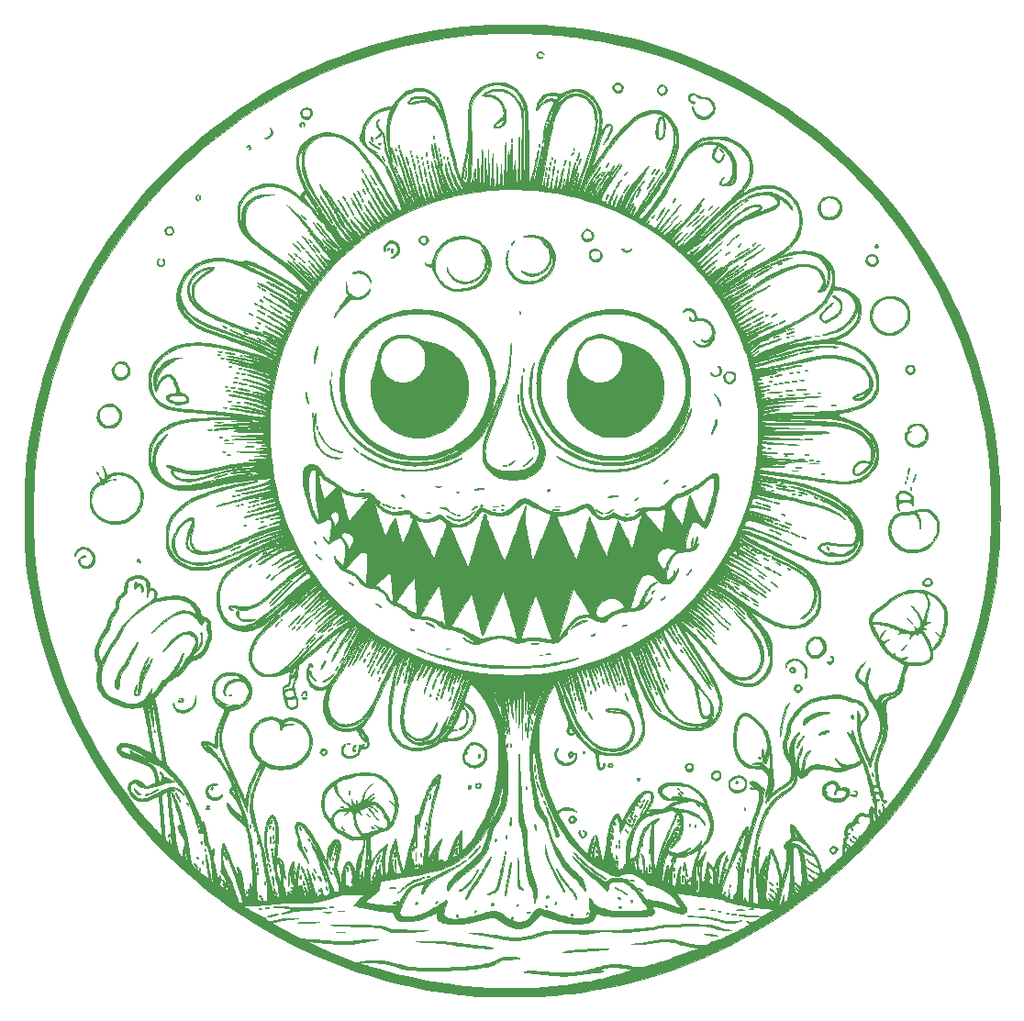
<source format=gbr>
%TF.GenerationSoftware,KiCad,Pcbnew,7.0.1*%
%TF.CreationDate,2023-09-06T22:19:43-07:00*%
%TF.ProjectId,flower_07,666c6f77-6572-45f3-9037-2e6b69636164,rev?*%
%TF.SameCoordinates,Original*%
%TF.FileFunction,Copper,L2,Bot*%
%TF.FilePolarity,Positive*%
%FSLAX46Y46*%
G04 Gerber Fmt 4.6, Leading zero omitted, Abs format (unit mm)*
G04 Created by KiCad (PCBNEW 7.0.1) date 2023-09-06 22:19:43*
%MOMM*%
%LPD*%
G01*
G04 APERTURE LIST*
%TA.AperFunction,EtchedComponent*%
%ADD10C,0.010000*%
%TD*%
G04 APERTURE END LIST*
%TO.C,G\u002A\u002A\u002A*%
D10*
X24999998Y-70310194D02*
X25807538Y-70310194D01*
X25811313Y-70899584D01*
X25816879Y-71408659D01*
X25824014Y-71879026D01*
X25832900Y-72314286D01*
X25843720Y-72718042D01*
X25856656Y-73093896D01*
X25871890Y-73445449D01*
X25889606Y-73776305D01*
X25909985Y-74090065D01*
X25933210Y-74390330D01*
X25959464Y-74680704D01*
X25988930Y-74964789D01*
X26021789Y-75246186D01*
X26038174Y-75376334D01*
X26231592Y-76717273D01*
X26465490Y-78049841D01*
X26739379Y-79372974D01*
X27052769Y-80685608D01*
X27405172Y-81986679D01*
X27796101Y-83275124D01*
X28225065Y-84549879D01*
X28691576Y-85809880D01*
X29195146Y-87054064D01*
X29735286Y-88281366D01*
X30311508Y-89490724D01*
X30923322Y-90681073D01*
X31570240Y-91851349D01*
X32251774Y-93000490D01*
X32967434Y-94127430D01*
X33716732Y-95231107D01*
X34499180Y-96310457D01*
X35314288Y-97364417D01*
X36161569Y-98391921D01*
X37040533Y-99391907D01*
X37101317Y-99458745D01*
X37246835Y-99618335D01*
X37366428Y-99749288D01*
X37462628Y-99854307D01*
X37537969Y-99936100D01*
X37594980Y-99997371D01*
X37636195Y-100040825D01*
X37664145Y-100069168D01*
X37681361Y-100085105D01*
X37690375Y-100091341D01*
X37693282Y-100091274D01*
X37693519Y-100068956D01*
X37689923Y-100010897D01*
X37683006Y-99923465D01*
X37673282Y-99813030D01*
X37661261Y-99685960D01*
X37657947Y-99652230D01*
X37648049Y-99549155D01*
X37635102Y-99409462D01*
X37619600Y-99238719D01*
X37602035Y-99042494D01*
X37582903Y-98826353D01*
X37562697Y-98595864D01*
X37541911Y-98356594D01*
X37521038Y-98114110D01*
X37508879Y-97971750D01*
X37480898Y-97644978D01*
X37456043Y-97358790D01*
X37434158Y-97111566D01*
X37415086Y-96901683D01*
X37398671Y-96727521D01*
X37384755Y-96587458D01*
X37373183Y-96479873D01*
X37363796Y-96403145D01*
X37356438Y-96355652D01*
X37350953Y-96335774D01*
X37350615Y-96335354D01*
X37330585Y-96342070D01*
X37279385Y-96364889D01*
X37203582Y-96400733D01*
X37109744Y-96446522D01*
X37049056Y-96476717D01*
X36840517Y-96578412D01*
X36660548Y-96659302D01*
X36502118Y-96721486D01*
X36358197Y-96767063D01*
X36221752Y-96798136D01*
X36085754Y-96816802D01*
X35943172Y-96825163D01*
X35879334Y-96826108D01*
X35679390Y-96817680D01*
X35507876Y-96788047D01*
X35354604Y-96733355D01*
X35209392Y-96649752D01*
X35062053Y-96533385D01*
X35030547Y-96505028D01*
X34882335Y-96349918D01*
X34754145Y-96177353D01*
X34651953Y-95996897D01*
X34581734Y-95818115D01*
X34567053Y-95763082D01*
X34550246Y-95645667D01*
X34550128Y-95635088D01*
X34726661Y-95635088D01*
X34728011Y-95720587D01*
X34735747Y-95780628D01*
X34754711Y-95832059D01*
X34789744Y-95891729D01*
X34808787Y-95920838D01*
X34894586Y-96034591D01*
X35004201Y-96156561D01*
X35125423Y-96274622D01*
X35246048Y-96376649D01*
X35323098Y-96431716D01*
X35476727Y-96513833D01*
X35637779Y-96564887D01*
X35809530Y-96584656D01*
X35995259Y-96572920D01*
X36198242Y-96529460D01*
X36421756Y-96454053D01*
X36669079Y-96346480D01*
X36682053Y-96340289D01*
X36753350Y-96304932D01*
X37610236Y-96304932D01*
X37623303Y-96429258D01*
X37634412Y-96536690D01*
X37648889Y-96679312D01*
X37666047Y-96850175D01*
X37685204Y-97042330D01*
X37705674Y-97248829D01*
X37726773Y-97462721D01*
X37747818Y-97677058D01*
X37768124Y-97884892D01*
X37787007Y-98079272D01*
X37803782Y-98253250D01*
X37817765Y-98399878D01*
X37826252Y-98490334D01*
X37841022Y-98662174D01*
X37856087Y-98859625D01*
X37870292Y-99065988D01*
X37882479Y-99264567D01*
X37890714Y-99421667D01*
X37901773Y-99640999D01*
X37913382Y-99823205D01*
X37926764Y-99973485D01*
X37943143Y-100097041D01*
X37963745Y-100199073D01*
X37989791Y-100284782D01*
X38022507Y-100359371D01*
X38063116Y-100428039D01*
X38112843Y-100495988D01*
X38155866Y-100548435D01*
X38213125Y-100612219D01*
X38251780Y-100642113D01*
X38275394Y-100636189D01*
X38287530Y-100592517D01*
X38291751Y-100509167D01*
X38292009Y-100474709D01*
X38295950Y-100391449D01*
X38306304Y-100344800D01*
X38321556Y-100336321D01*
X38340190Y-100367569D01*
X38353736Y-100411209D01*
X38370254Y-100475082D01*
X38391850Y-100559287D01*
X38409176Y-100627228D01*
X38432670Y-100709503D01*
X38458430Y-100784503D01*
X38476997Y-100827846D01*
X38510079Y-100891819D01*
X38530421Y-100839368D01*
X38536862Y-100799673D01*
X38540952Y-100723612D01*
X38542581Y-100617093D01*
X38541637Y-100486024D01*
X38539146Y-100374167D01*
X38532743Y-100209342D01*
X38522252Y-100012994D01*
X38508462Y-99795652D01*
X38492165Y-99567845D01*
X38474148Y-99340100D01*
X38455201Y-99122947D01*
X38436113Y-98926913D01*
X38419327Y-98776084D01*
X38413343Y-98721255D01*
X38404047Y-98629140D01*
X38391900Y-98504619D01*
X38377365Y-98352570D01*
X38360905Y-98177872D01*
X38342982Y-97985405D01*
X38324059Y-97780046D01*
X38304599Y-97566676D01*
X38302943Y-97548417D01*
X38272830Y-97219785D01*
X38245761Y-96932050D01*
X38221589Y-96683897D01*
X38200169Y-96474010D01*
X38181355Y-96301073D01*
X38165001Y-96163770D01*
X38150962Y-96060787D01*
X38139091Y-95990806D01*
X38129242Y-95952513D01*
X38125204Y-95945016D01*
X38095695Y-95942373D01*
X38041919Y-95962840D01*
X37971573Y-96001767D01*
X37892350Y-96054503D01*
X37811944Y-96116398D01*
X37748387Y-96172764D01*
X37610236Y-96304932D01*
X36753350Y-96304932D01*
X36800043Y-96281777D01*
X36936487Y-96211006D01*
X37073484Y-96137407D01*
X37180419Y-96077714D01*
X37476703Y-95914871D01*
X37745824Y-95781466D01*
X37990475Y-95676924D01*
X38213347Y-95600668D01*
X38417133Y-95552125D01*
X38604525Y-95530718D01*
X38778215Y-95535871D01*
X38940894Y-95567009D01*
X39095255Y-95623557D01*
X39158443Y-95654846D01*
X39255462Y-95715645D01*
X39356294Y-95794355D01*
X39454928Y-95884463D01*
X39545355Y-95979456D01*
X39621562Y-96072820D01*
X39677540Y-96158040D01*
X39707277Y-96228604D01*
X39710500Y-96253098D01*
X39703409Y-96263984D01*
X39679974Y-96253641D01*
X39636957Y-96219546D01*
X39571119Y-96159173D01*
X39493542Y-96084085D01*
X39353503Y-95952406D01*
X39230272Y-95850233D01*
X39116360Y-95772402D01*
X39004282Y-95713751D01*
X38896258Y-95672265D01*
X38803165Y-95646422D01*
X38745846Y-95642296D01*
X38723429Y-95660405D01*
X38735045Y-95701271D01*
X38767194Y-95749309D01*
X38804273Y-95811202D01*
X38812095Y-95856954D01*
X38791297Y-95880890D01*
X38752511Y-95880064D01*
X38705062Y-95871247D01*
X38634453Y-95860764D01*
X38585297Y-95854454D01*
X38516259Y-95847751D01*
X38476330Y-95850718D01*
X38452808Y-95866401D01*
X38437393Y-95889926D01*
X38425920Y-95916048D01*
X38417247Y-95950704D01*
X38411592Y-95996379D01*
X38409175Y-96055557D01*
X38410214Y-96130721D01*
X38414927Y-96224354D01*
X38423535Y-96338940D01*
X38436255Y-96476963D01*
X38453306Y-96640907D01*
X38474906Y-96833255D01*
X38501276Y-97056490D01*
X38532633Y-97313096D01*
X38569196Y-97605558D01*
X38611185Y-97936357D01*
X38631954Y-98098750D01*
X38689611Y-98546079D01*
X38742863Y-98953375D01*
X38792048Y-99322672D01*
X38837501Y-99656005D01*
X38879559Y-99955407D01*
X38918558Y-100222914D01*
X38954835Y-100460558D01*
X38988726Y-100670375D01*
X39020567Y-100854398D01*
X39050695Y-101014662D01*
X39079446Y-101153200D01*
X39107156Y-101272048D01*
X39134162Y-101373239D01*
X39160800Y-101458807D01*
X39187407Y-101530787D01*
X39206836Y-101575564D01*
X39248052Y-101646380D01*
X39305202Y-101721806D01*
X39370629Y-101794150D01*
X39436673Y-101855724D01*
X39495678Y-101898835D01*
X39539983Y-101915795D01*
X39545395Y-101915540D01*
X39573183Y-101906114D01*
X39593499Y-101883243D01*
X39607542Y-101841183D01*
X39616508Y-101774193D01*
X39621594Y-101676532D01*
X39623998Y-101542457D01*
X39624036Y-101538334D01*
X39627495Y-101455878D01*
X39754135Y-101455878D01*
X39756178Y-101549594D01*
X39762219Y-101650575D01*
X39772231Y-101750106D01*
X39773573Y-101760584D01*
X39796031Y-101910836D01*
X39820456Y-102027591D01*
X39849292Y-102119681D01*
X39884984Y-102195939D01*
X39901841Y-102224168D01*
X39952347Y-102290952D01*
X39993991Y-102319184D01*
X40025229Y-102308131D01*
X40036300Y-102288068D01*
X40042525Y-102231251D01*
X40032553Y-102138430D01*
X40007012Y-102012448D01*
X39966527Y-101856149D01*
X39911723Y-101672376D01*
X39877080Y-101564792D01*
X39843697Y-101467761D01*
X39813298Y-101387257D01*
X39788936Y-101330830D01*
X39773664Y-101306029D01*
X39772247Y-101305500D01*
X39762144Y-101325115D01*
X39756116Y-101378146D01*
X39754135Y-101455878D01*
X39627495Y-101455878D01*
X39632630Y-101333492D01*
X39654922Y-101164130D01*
X39691841Y-101025369D01*
X39742432Y-100915516D01*
X39775813Y-100842930D01*
X39792020Y-100764359D01*
X39789926Y-100675664D01*
X39768408Y-100572707D01*
X39726340Y-100451347D01*
X39662596Y-100307447D01*
X39576053Y-100136866D01*
X39485846Y-99971603D01*
X39376042Y-99772521D01*
X39287563Y-99605945D01*
X39219159Y-99468571D01*
X39169580Y-99357092D01*
X39137574Y-99268203D01*
X39133574Y-99250448D01*
X39406750Y-99250448D01*
X39421218Y-99276340D01*
X39465663Y-99314939D01*
X39493755Y-99334385D01*
X39564283Y-99378236D01*
X39604496Y-99396858D01*
X39617503Y-99391003D01*
X39606567Y-99361718D01*
X39559185Y-99302028D01*
X39484893Y-99259286D01*
X39472431Y-99254367D01*
X39423431Y-99241658D01*
X39406750Y-99250448D01*
X39133574Y-99250448D01*
X39121892Y-99198601D01*
X39121283Y-99144978D01*
X39134496Y-99104030D01*
X39149639Y-99082939D01*
X39196060Y-99051288D01*
X39258391Y-99030192D01*
X39263614Y-99029278D01*
X39347930Y-99015131D01*
X39398830Y-99002806D01*
X39424744Y-98987711D01*
X39434101Y-98965256D01*
X39435334Y-98935744D01*
X39428547Y-98884091D01*
X39409045Y-98796651D01*
X39378116Y-98677585D01*
X39337047Y-98531054D01*
X39287127Y-98361222D01*
X39229643Y-98172251D01*
X39165883Y-97968301D01*
X39097135Y-97753537D01*
X39024687Y-97532119D01*
X38949826Y-97308210D01*
X38873840Y-97085972D01*
X38798018Y-96869567D01*
X38782810Y-96826856D01*
X38713241Y-96631198D01*
X38657050Y-96470896D01*
X38612908Y-96341610D01*
X38579482Y-96239001D01*
X38555443Y-96158728D01*
X38539460Y-96096451D01*
X38530201Y-96047832D01*
X38526337Y-96008529D01*
X38526027Y-95989409D01*
X38526887Y-95918584D01*
X38590398Y-95992667D01*
X38625995Y-96043564D01*
X38674740Y-96126619D01*
X38733265Y-96235015D01*
X38798202Y-96361930D01*
X38866182Y-96500546D01*
X38933836Y-96644043D01*
X38997798Y-96785602D01*
X39054697Y-96918404D01*
X39086016Y-96996074D01*
X39241633Y-97417352D01*
X39392952Y-97871848D01*
X39538045Y-98351581D01*
X39674988Y-98848573D01*
X39801853Y-99354842D01*
X39916716Y-99862410D01*
X40017649Y-100363297D01*
X40102726Y-100849523D01*
X40170022Y-101313109D01*
X40207968Y-101644167D01*
X40232846Y-101875503D01*
X40259777Y-102073783D01*
X40291924Y-102244767D01*
X40332448Y-102394214D01*
X40384513Y-102527884D01*
X40451281Y-102651538D01*
X40535914Y-102770933D01*
X40641574Y-102891832D01*
X40771425Y-103019992D01*
X40928627Y-103161175D01*
X41116345Y-103321139D01*
X41139250Y-103340346D01*
X41274572Y-103451232D01*
X41409592Y-103557372D01*
X41539599Y-103655442D01*
X41659884Y-103742119D01*
X41765738Y-103814080D01*
X41852450Y-103868003D01*
X41915311Y-103900565D01*
X41945227Y-103909000D01*
X41951624Y-103888512D01*
X41950369Y-103828288D01*
X41941671Y-103730189D01*
X41925740Y-103596076D01*
X41902787Y-103427810D01*
X41873022Y-103227251D01*
X41855619Y-103115250D01*
X41808822Y-102809787D01*
X41770039Y-102539034D01*
X41739354Y-102303881D01*
X41716853Y-102105217D01*
X41702617Y-101943930D01*
X41696732Y-101820908D01*
X41699282Y-101737042D01*
X41710351Y-101693220D01*
X41720518Y-101686500D01*
X41728458Y-101689006D01*
X41736499Y-101698757D01*
X41745355Y-101719105D01*
X41755741Y-101753401D01*
X41768368Y-101804996D01*
X41783952Y-101877242D01*
X41803206Y-101973490D01*
X41826844Y-102097092D01*
X41855580Y-102251398D01*
X41890127Y-102439760D01*
X41931199Y-102665530D01*
X41943666Y-102734250D01*
X42000614Y-103046574D01*
X42051085Y-103319382D01*
X42095582Y-103554911D01*
X42134611Y-103755398D01*
X42168673Y-103923081D01*
X42198274Y-104060198D01*
X42223917Y-104168985D01*
X42246106Y-104251680D01*
X42265345Y-104310520D01*
X42282137Y-104347743D01*
X42296986Y-104365587D01*
X42310397Y-104366288D01*
X42311083Y-104365887D01*
X42324276Y-104339754D01*
X42337416Y-104285530D01*
X42344050Y-104242655D01*
X42348434Y-104163806D01*
X42347325Y-104048706D01*
X42341243Y-103903005D01*
X42330709Y-103732357D01*
X42316243Y-103542413D01*
X42298365Y-103338825D01*
X42277596Y-103127245D01*
X42254458Y-102913325D01*
X42229469Y-102702717D01*
X42203152Y-102501074D01*
X42176025Y-102314046D01*
X42153825Y-102177193D01*
X42097298Y-101870339D01*
X42040079Y-101603443D01*
X41982290Y-101376867D01*
X41924050Y-101190970D01*
X41865481Y-101046113D01*
X41806704Y-100942656D01*
X41747839Y-100880958D01*
X41712994Y-100864256D01*
X41673758Y-100851023D01*
X41655250Y-100830272D01*
X41650972Y-100788993D01*
X41652812Y-100743743D01*
X41652980Y-100677116D01*
X41640572Y-100635531D01*
X41609949Y-100602270D01*
X41603250Y-100596817D01*
X41573163Y-100566819D01*
X41553453Y-100527502D01*
X41539896Y-100467125D01*
X41530524Y-100394723D01*
X41524579Y-100312036D01*
X41521120Y-100201083D01*
X41520382Y-100075870D01*
X41522598Y-99950405D01*
X41522928Y-99940250D01*
X41526524Y-99824454D01*
X41527834Y-99746135D01*
X41526431Y-99700479D01*
X41521886Y-99682669D01*
X41513773Y-99687892D01*
X41502447Y-99709635D01*
X41459234Y-99767616D01*
X41398014Y-99789603D01*
X41315164Y-99776720D01*
X41301315Y-99772086D01*
X41225583Y-99749600D01*
X41144446Y-99731306D01*
X41136441Y-99729897D01*
X41066482Y-99705957D01*
X41023737Y-99658732D01*
X41004105Y-99582068D01*
X41001667Y-99527753D01*
X41008992Y-99462842D01*
X41028553Y-99431131D01*
X41056726Y-99436143D01*
X41074992Y-99456414D01*
X41109089Y-99501017D01*
X41148811Y-99548667D01*
X41195021Y-99601584D01*
X41184629Y-99400500D01*
X41172411Y-99282422D01*
X41156030Y-99184791D01*
X41425324Y-99184791D01*
X41428640Y-99250981D01*
X41438351Y-99282974D01*
X41446167Y-99284084D01*
X41460833Y-99255722D01*
X41467010Y-99205291D01*
X41467009Y-99203459D01*
X41460559Y-99145514D01*
X41446167Y-99104167D01*
X41433847Y-99097606D01*
X41427161Y-99127578D01*
X41425324Y-99184791D01*
X41156030Y-99184791D01*
X41147440Y-99133602D01*
X41111778Y-98962955D01*
X41067485Y-98779395D01*
X41016625Y-98591838D01*
X40961258Y-98409199D01*
X40941350Y-98348542D01*
X40899022Y-98224704D01*
X40854443Y-98098313D01*
X40809934Y-97975506D01*
X40767812Y-97862424D01*
X40730399Y-97765206D01*
X40700012Y-97689992D01*
X40678973Y-97642921D01*
X40669816Y-97629795D01*
X40672359Y-97651956D01*
X40684320Y-97709594D01*
X40704411Y-97797228D01*
X40731345Y-97909378D01*
X40763833Y-98040564D01*
X40798161Y-98175859D01*
X40857690Y-98411216D01*
X40905877Y-98609379D01*
X40943432Y-98773740D01*
X40971062Y-98907686D01*
X40989477Y-99014608D01*
X40999387Y-99097894D01*
X41001667Y-99148838D01*
X40995740Y-99206430D01*
X40980557Y-99230057D01*
X40960013Y-99216382D01*
X40948789Y-99194125D01*
X40906507Y-99079866D01*
X40858089Y-98930938D01*
X40805649Y-98754194D01*
X40751296Y-98556486D01*
X40745078Y-98532941D01*
X40652977Y-98207474D01*
X40545975Y-97872266D01*
X40426695Y-97533568D01*
X40297764Y-97197630D01*
X40161806Y-96870703D01*
X40021445Y-96559037D01*
X39879306Y-96268883D01*
X39738013Y-96006491D01*
X39600192Y-95778112D01*
X39567271Y-95728084D01*
X39429890Y-95533764D01*
X39269401Y-95326443D01*
X39083866Y-95103906D01*
X38871345Y-94863940D01*
X38629902Y-94604329D01*
X38357597Y-94322858D01*
X38186959Y-94150917D01*
X38021355Y-93989694D01*
X37874892Y-93857183D01*
X37741055Y-93748421D01*
X37613331Y-93658446D01*
X37485206Y-93582296D01*
X37355269Y-93517356D01*
X37259670Y-93475094D01*
X37140360Y-93425241D01*
X37002401Y-93369659D01*
X36850853Y-93310212D01*
X36690779Y-93248762D01*
X36527240Y-93187172D01*
X36365297Y-93127306D01*
X36210012Y-93071026D01*
X36066445Y-93020196D01*
X35939660Y-92976677D01*
X35834716Y-92942334D01*
X35756676Y-92919029D01*
X35710601Y-92908624D01*
X35701550Y-92908678D01*
X35712649Y-92919718D01*
X35756478Y-92946153D01*
X35827618Y-92985028D01*
X35920648Y-93033389D01*
X36030149Y-93088281D01*
X36038857Y-93092570D01*
X36269623Y-93207939D01*
X36465117Y-93311384D01*
X36629100Y-93407372D01*
X36765332Y-93500368D01*
X36877574Y-93594839D01*
X36969587Y-93695251D01*
X37045130Y-93806069D01*
X37107964Y-93931761D01*
X37161849Y-94076791D01*
X37210547Y-94245626D01*
X37257817Y-94442733D01*
X37286647Y-94574500D01*
X37325051Y-94740467D01*
X37360735Y-94865895D01*
X37394355Y-94952445D01*
X37426564Y-95001777D01*
X37458017Y-95015552D01*
X37460398Y-95015191D01*
X37491274Y-94991656D01*
X37528970Y-94937766D01*
X37568220Y-94863737D01*
X37603758Y-94779787D01*
X37630318Y-94696131D01*
X37634915Y-94676573D01*
X37642246Y-94560363D01*
X37613387Y-94439706D01*
X37546920Y-94308838D01*
X37542856Y-94302354D01*
X37502164Y-94226707D01*
X37477047Y-94157141D01*
X37469293Y-94102292D01*
X37480690Y-94070794D01*
X37494015Y-94066500D01*
X37533844Y-94084369D01*
X37585468Y-94132331D01*
X37643208Y-94201923D01*
X37701383Y-94284679D01*
X37754317Y-94372135D01*
X37796328Y-94455826D01*
X37821738Y-94527287D01*
X37826667Y-94562316D01*
X37829249Y-94592894D01*
X37844128Y-94606678D01*
X37882001Y-94607651D01*
X37933648Y-94602169D01*
X37987237Y-94597421D01*
X38029387Y-94601003D01*
X38071939Y-94617180D01*
X38126737Y-94650217D01*
X38192939Y-94695541D01*
X38329127Y-94785497D01*
X38450821Y-94853797D01*
X38573635Y-94908547D01*
X38672083Y-94944319D01*
X38741793Y-94970483D01*
X38793377Y-94994805D01*
X38815633Y-95011983D01*
X38798861Y-95022988D01*
X38743985Y-95033430D01*
X38655232Y-95042660D01*
X38584051Y-95047547D01*
X38416457Y-95061919D01*
X38240419Y-95086594D01*
X38050856Y-95122759D01*
X37842686Y-95171599D01*
X37610827Y-95234301D01*
X37350197Y-95312051D01*
X37075250Y-95399649D01*
X36895090Y-95457878D01*
X36748826Y-95503537D01*
X36630411Y-95538076D01*
X36533797Y-95562941D01*
X36452935Y-95579581D01*
X36381777Y-95589444D01*
X36314274Y-95593977D01*
X36260334Y-95594746D01*
X36117530Y-95580587D01*
X35955501Y-95541982D01*
X35785871Y-95483480D01*
X35620262Y-95409626D01*
X35470296Y-95324968D01*
X35355221Y-95240666D01*
X35252143Y-95166182D01*
X35158192Y-95130132D01*
X35066838Y-95131620D01*
X34971550Y-95169748D01*
X34946853Y-95184579D01*
X34849546Y-95270704D01*
X34789882Y-95359204D01*
X34755670Y-95428275D01*
X34736481Y-95489966D01*
X34728197Y-95562247D01*
X34726661Y-95635088D01*
X34550128Y-95635088D01*
X34548802Y-95516309D01*
X34561604Y-95389887D01*
X34587535Y-95281280D01*
X34606703Y-95235085D01*
X34698146Y-95101566D01*
X34818208Y-94993692D01*
X34959726Y-94914485D01*
X35115535Y-94866966D01*
X35278475Y-94854156D01*
X35441382Y-94879077D01*
X35446946Y-94880656D01*
X35530993Y-94908454D01*
X35612504Y-94944013D01*
X35696617Y-94990862D01*
X35788473Y-95052532D01*
X35893210Y-95132555D01*
X36015966Y-95234461D01*
X36161882Y-95361780D01*
X36211427Y-95405894D01*
X36230334Y-95421510D01*
X36249878Y-95430094D01*
X36276948Y-95430227D01*
X36318428Y-95420491D01*
X36381206Y-95399470D01*
X36472167Y-95365745D01*
X36550093Y-95336179D01*
X36718328Y-95270774D01*
X36849609Y-95216304D01*
X36947410Y-95171137D01*
X37015201Y-95133637D01*
X37056453Y-95102172D01*
X37063387Y-95094626D01*
X37083480Y-95041439D01*
X37087561Y-94950702D01*
X37075664Y-94824039D01*
X37055274Y-94701139D01*
X37002651Y-94453962D01*
X36944914Y-94244719D01*
X36879991Y-94069121D01*
X36805809Y-93922878D01*
X36720295Y-93801699D01*
X36621376Y-93701296D01*
X36543008Y-93641051D01*
X36426772Y-93569170D01*
X36276163Y-93488659D01*
X36097604Y-93402194D01*
X35897517Y-93312449D01*
X35682326Y-93222099D01*
X35458452Y-93133818D01*
X35232320Y-93050281D01*
X35010351Y-92974164D01*
X34798969Y-92908141D01*
X34746917Y-92893067D01*
X34628617Y-92859396D01*
X34509499Y-92825454D01*
X34403375Y-92795179D01*
X34324055Y-92772508D01*
X34323584Y-92772373D01*
X34103588Y-92696391D01*
X33916314Y-92604482D01*
X33763400Y-92498131D01*
X33646485Y-92378823D01*
X33567204Y-92248043D01*
X33527197Y-92107276D01*
X33522510Y-92046112D01*
X33522728Y-92043296D01*
X33868500Y-92043296D01*
X33888982Y-92115366D01*
X33947696Y-92185773D01*
X34040541Y-92252413D01*
X34163417Y-92313186D01*
X34312226Y-92365988D01*
X34482866Y-92408718D01*
X34630500Y-92433984D01*
X34722442Y-92444500D01*
X34777631Y-92442276D01*
X34800769Y-92423135D01*
X34796563Y-92382898D01*
X34769717Y-92317388D01*
X34767410Y-92312392D01*
X34732193Y-92230339D01*
X34717669Y-92177690D01*
X34722832Y-92147498D01*
X34741625Y-92134418D01*
X34787081Y-92138585D01*
X34857143Y-92172734D01*
X34948503Y-92235023D01*
X35011500Y-92284593D01*
X35106683Y-92351633D01*
X35235290Y-92425716D01*
X35389789Y-92503185D01*
X35562645Y-92580386D01*
X35746324Y-92653660D01*
X35847584Y-92690387D01*
X36093323Y-92778806D01*
X36315947Y-92864009D01*
X36510981Y-92944158D01*
X36673954Y-93017416D01*
X36800084Y-93081773D01*
X36902935Y-93136548D01*
X36973465Y-93168191D01*
X37010871Y-93176420D01*
X37014350Y-93160953D01*
X37011709Y-93156266D01*
X36988932Y-93137328D01*
X36937654Y-93102782D01*
X36866135Y-93058015D01*
X36804084Y-93020915D01*
X36741858Y-92985608D01*
X36648374Y-92934182D01*
X36528238Y-92869063D01*
X36386053Y-92792675D01*
X36226425Y-92707443D01*
X36053959Y-92615792D01*
X35873260Y-92520146D01*
X35688932Y-92422931D01*
X35505581Y-92326570D01*
X35327811Y-92233490D01*
X35160227Y-92146115D01*
X35007434Y-92066869D01*
X34874036Y-91998178D01*
X34764640Y-91942466D01*
X34683848Y-91902158D01*
X34639681Y-91881181D01*
X34499440Y-91826146D01*
X34365683Y-91787573D01*
X34248081Y-91767716D01*
X34156959Y-91768721D01*
X34047276Y-91802050D01*
X33958315Y-91860116D01*
X33896763Y-91936550D01*
X33869310Y-92024988D01*
X33868500Y-92043296D01*
X33522728Y-92043296D01*
X33535546Y-91878362D01*
X33580695Y-91737735D01*
X33657298Y-91624558D01*
X33764693Y-91539159D01*
X33902221Y-91481866D01*
X34069221Y-91453006D01*
X34265032Y-91452907D01*
X34488995Y-91481896D01*
X34609334Y-91506940D01*
X34770808Y-91547763D01*
X34933238Y-91596334D01*
X35102744Y-91655011D01*
X35285441Y-91726153D01*
X35487450Y-91812119D01*
X35714889Y-91915268D01*
X35921667Y-92012896D01*
X36134483Y-92113742D01*
X36312182Y-92195571D01*
X36457029Y-92259228D01*
X36571289Y-92305559D01*
X36657230Y-92335411D01*
X36717115Y-92349630D01*
X36753212Y-92349062D01*
X36767787Y-92334553D01*
X36768333Y-92329075D01*
X36764384Y-92300694D01*
X36753363Y-92237492D01*
X36736509Y-92146158D01*
X36715062Y-92033380D01*
X36690260Y-91905846D01*
X36684566Y-91876928D01*
X36663395Y-91768068D01*
X36635838Y-91623922D01*
X36603087Y-91450851D01*
X36566336Y-91255220D01*
X36526775Y-91043390D01*
X36485597Y-90821726D01*
X36443994Y-90596588D01*
X36408715Y-90404667D01*
X36342593Y-90044581D01*
X36283387Y-89723894D01*
X36230547Y-89440336D01*
X36183521Y-89191635D01*
X36141758Y-88975522D01*
X36104706Y-88789726D01*
X36071815Y-88631976D01*
X36042533Y-88500002D01*
X36016309Y-88391533D01*
X35992591Y-88304298D01*
X35970828Y-88236029D01*
X35950469Y-88184453D01*
X35930963Y-88147300D01*
X35911758Y-88122300D01*
X35892303Y-88107182D01*
X35872048Y-88099676D01*
X35850439Y-88097511D01*
X35848535Y-88097500D01*
X35806318Y-88102811D01*
X35736795Y-88116886D01*
X35653387Y-88136942D01*
X35634011Y-88142012D01*
X35517570Y-88165319D01*
X35370101Y-88183237D01*
X35202622Y-88195332D01*
X35026146Y-88201168D01*
X34851690Y-88200309D01*
X34690268Y-88192321D01*
X34596789Y-88183003D01*
X34284644Y-88129786D01*
X33964258Y-88049185D01*
X33755706Y-87981112D01*
X36367713Y-87981112D01*
X36370587Y-88073192D01*
X36380383Y-88203515D01*
X36396613Y-88368642D01*
X36418789Y-88565134D01*
X36446424Y-88789555D01*
X36479029Y-89038467D01*
X36516118Y-89308430D01*
X36557201Y-89596008D01*
X36601792Y-89897763D01*
X36649403Y-90210256D01*
X36699546Y-90530050D01*
X36751732Y-90853707D01*
X36805475Y-91177789D01*
X36860287Y-91498858D01*
X36894758Y-91695834D01*
X36937247Y-91930420D01*
X36975726Y-92127565D01*
X37011820Y-92291783D01*
X37047158Y-92427589D01*
X37083365Y-92539499D01*
X37122069Y-92632027D01*
X37164895Y-92709688D01*
X37213472Y-92776997D01*
X37269424Y-92838468D01*
X37325229Y-92890589D01*
X37406501Y-92960047D01*
X37492949Y-93030238D01*
X37567683Y-93087499D01*
X37576923Y-93094189D01*
X37689084Y-93174522D01*
X37695761Y-93111914D01*
X37695002Y-93071485D01*
X37688847Y-92997056D01*
X37678131Y-92896498D01*
X37663690Y-92777681D01*
X37646999Y-92653028D01*
X37632732Y-92555487D01*
X37612239Y-92421768D01*
X37586415Y-92257424D01*
X37556156Y-92068006D01*
X37522358Y-91859068D01*
X37485914Y-91636161D01*
X37447721Y-91404839D01*
X37408673Y-91170652D01*
X37392004Y-91071417D01*
X37315404Y-90616563D01*
X37245458Y-90201642D01*
X37181822Y-89824839D01*
X37124155Y-89484334D01*
X37072114Y-89178311D01*
X37025359Y-88904952D01*
X36983546Y-88662440D01*
X36946335Y-88448956D01*
X36913382Y-88262685D01*
X36884346Y-88101808D01*
X36858884Y-87964508D01*
X36836656Y-87848967D01*
X36817318Y-87753368D01*
X36800529Y-87675893D01*
X36785947Y-87614725D01*
X36773229Y-87568047D01*
X36762034Y-87534041D01*
X36752020Y-87510889D01*
X36742844Y-87496775D01*
X36734165Y-87489880D01*
X36725641Y-87488388D01*
X36718058Y-87490078D01*
X36703062Y-87515782D01*
X36696978Y-87579977D01*
X36699833Y-87683314D01*
X36711654Y-87826443D01*
X36732469Y-88010013D01*
X36743659Y-88097500D01*
X36761427Y-88241035D01*
X36781512Y-88417285D01*
X36802977Y-88616755D01*
X36824883Y-88829953D01*
X36846289Y-89047385D01*
X36866258Y-89259557D01*
X36883851Y-89456976D01*
X36898128Y-89630149D01*
X36906421Y-89743209D01*
X36912138Y-89857792D01*
X36911040Y-89930739D01*
X36903179Y-89962185D01*
X36888609Y-89952267D01*
X36867384Y-89901121D01*
X36839556Y-89808882D01*
X36805179Y-89675687D01*
X36764306Y-89501671D01*
X36716992Y-89286970D01*
X36704793Y-89229917D01*
X36645825Y-88953905D01*
X36594585Y-88716791D01*
X36550471Y-88515966D01*
X36512886Y-88348821D01*
X36481228Y-88212747D01*
X36454900Y-88105136D01*
X36433301Y-88023378D01*
X36415832Y-87964866D01*
X36410453Y-87949030D01*
X36369260Y-87832917D01*
X36367713Y-87981112D01*
X33755706Y-87981112D01*
X33643340Y-87944435D01*
X33329598Y-87818769D01*
X33030742Y-87675423D01*
X32754479Y-87517629D01*
X32508518Y-87348622D01*
X32399684Y-87261243D01*
X32248351Y-87115340D01*
X32101825Y-86942208D01*
X31971602Y-86756421D01*
X31890662Y-86615834D01*
X31818127Y-86457088D01*
X31760651Y-86288202D01*
X31717169Y-86103227D01*
X31686616Y-85896215D01*
X31667929Y-85661218D01*
X31660043Y-85392289D01*
X31659644Y-85324667D01*
X31660430Y-85215233D01*
X32031076Y-85215233D01*
X32033729Y-85419917D01*
X32055282Y-85701253D01*
X32099535Y-85956656D01*
X32168658Y-86197216D01*
X32204849Y-86294529D01*
X32303763Y-86507247D01*
X32425442Y-86708429D01*
X32563116Y-86888301D01*
X32710016Y-87037089D01*
X32732194Y-87055928D01*
X32810944Y-87113469D01*
X32910375Y-87175090D01*
X33019409Y-87235030D01*
X33126968Y-87287532D01*
X33221973Y-87326836D01*
X33292085Y-87346977D01*
X33356366Y-87359323D01*
X33418799Y-87375541D01*
X33486846Y-87398479D01*
X33567972Y-87430983D01*
X33669639Y-87475899D01*
X33799312Y-87536073D01*
X33847334Y-87558729D01*
X34075576Y-87660124D01*
X34281176Y-87736141D01*
X34473622Y-87788963D01*
X34662400Y-87820777D01*
X34857000Y-87833766D01*
X35032667Y-87831696D01*
X35143970Y-87824376D01*
X35256718Y-87812415D01*
X35353406Y-87797844D01*
X35390318Y-87790200D01*
X35561029Y-87734686D01*
X35723815Y-87649887D01*
X35885480Y-87531683D01*
X36019307Y-87409584D01*
X36223514Y-87189920D01*
X36395483Y-86962915D01*
X36544874Y-86715192D01*
X36603931Y-86600287D01*
X36650878Y-86506389D01*
X36691282Y-86428700D01*
X36721574Y-86373848D01*
X36738186Y-86348461D01*
X36739999Y-86347610D01*
X36739092Y-86370127D01*
X36731101Y-86426438D01*
X36717270Y-86508831D01*
X36698841Y-86609593D01*
X36692005Y-86645339D01*
X36672578Y-86750816D01*
X36657803Y-86840860D01*
X36648828Y-86907634D01*
X36646801Y-86943300D01*
X36647822Y-86946878D01*
X36671532Y-86942782D01*
X36719095Y-86915364D01*
X36783374Y-86870143D01*
X36857232Y-86812636D01*
X36933533Y-86748362D01*
X37005139Y-86682839D01*
X37056296Y-86631028D01*
X37182355Y-86478437D01*
X37312341Y-86289583D01*
X37442667Y-86069862D01*
X37499888Y-85963469D01*
X37551536Y-85869885D01*
X37605524Y-85780796D01*
X37653691Y-85709315D01*
X37675053Y-85681900D01*
X37721997Y-85631834D01*
X37757840Y-85609690D01*
X37795466Y-85608508D01*
X37806859Y-85610715D01*
X37867637Y-85610296D01*
X37938226Y-85582801D01*
X38021225Y-85526259D01*
X38119233Y-85438701D01*
X38234851Y-85318156D01*
X38320356Y-85221551D01*
X38495655Y-85012316D01*
X38653338Y-84809348D01*
X38798944Y-84604246D01*
X38938011Y-84388608D01*
X39076078Y-84154034D01*
X39218686Y-83892123D01*
X39299394Y-83736635D01*
X39368914Y-83602224D01*
X39434851Y-83477397D01*
X39493966Y-83368074D01*
X39543023Y-83280179D01*
X39578786Y-83219633D01*
X39595201Y-83195408D01*
X39645478Y-83133917D01*
X39646239Y-83191033D01*
X39638457Y-83248526D01*
X39615652Y-83338422D01*
X39580201Y-83454531D01*
X39534482Y-83590666D01*
X39480873Y-83740636D01*
X39421751Y-83898253D01*
X39359495Y-84057328D01*
X39296483Y-84211673D01*
X39235091Y-84355098D01*
X39177699Y-84481414D01*
X39126683Y-84584433D01*
X39084422Y-84657965D01*
X39080193Y-84664308D01*
X39029421Y-84746764D01*
X38996157Y-84817212D01*
X38983330Y-84868191D01*
X38991181Y-84890965D01*
X39017841Y-84884215D01*
X39065124Y-84849755D01*
X39127494Y-84793155D01*
X39199411Y-84719986D01*
X39275336Y-84635818D01*
X39349731Y-84546222D01*
X39401786Y-84478000D01*
X39473153Y-84376960D01*
X39552891Y-84258864D01*
X39627970Y-84143180D01*
X39656822Y-84097000D01*
X39756673Y-83937499D01*
X39860466Y-83777988D01*
X39973854Y-83610087D01*
X40102494Y-83425418D01*
X40245023Y-83225363D01*
X40409756Y-82982933D01*
X40540307Y-82761029D01*
X40637828Y-82556858D01*
X40703466Y-82367625D01*
X40738373Y-82190537D01*
X40743698Y-82022799D01*
X40743208Y-82014607D01*
X40731874Y-81910784D01*
X40709752Y-81828583D01*
X40671278Y-81747613D01*
X40669525Y-81744477D01*
X40577976Y-81622538D01*
X40455569Y-81520558D01*
X40309997Y-81441001D01*
X40148953Y-81386334D01*
X39980129Y-81359021D01*
X39811218Y-81361527D01*
X39649912Y-81396319D01*
X39618530Y-81407644D01*
X39486446Y-81470316D01*
X39337012Y-81562742D01*
X39169180Y-81685790D01*
X38981905Y-81840327D01*
X38774141Y-82027223D01*
X38544840Y-82247344D01*
X38292957Y-82501558D01*
X38265402Y-82530010D01*
X38109384Y-82690085D01*
X37981155Y-82818637D01*
X37880430Y-82915833D01*
X37806926Y-82981836D01*
X37760359Y-83016813D01*
X37740444Y-83020929D01*
X37746899Y-82994348D01*
X37779439Y-82937235D01*
X37837780Y-82849755D01*
X37921638Y-82732075D01*
X37924386Y-82728298D01*
X38128271Y-82458508D01*
X38322842Y-82223129D01*
X38513161Y-82016755D01*
X38704292Y-81833980D01*
X38901299Y-81669399D01*
X38953969Y-81629025D01*
X39132433Y-81507089D01*
X39321798Y-81400208D01*
X39516384Y-81310068D01*
X39710513Y-81238353D01*
X39898505Y-81186746D01*
X40074682Y-81156933D01*
X40233365Y-81150597D01*
X40368874Y-81169423D01*
X40431090Y-81190943D01*
X40501374Y-81234301D01*
X40585011Y-81304230D01*
X40672966Y-81391372D01*
X40756208Y-81486369D01*
X40825701Y-81579863D01*
X40858095Y-81633293D01*
X40923440Y-81778029D01*
X40963196Y-81926057D01*
X40977408Y-82083468D01*
X40966119Y-82256356D01*
X40929371Y-82450813D01*
X40867210Y-82672932D01*
X40865551Y-82678195D01*
X40833388Y-82784232D01*
X40815763Y-82854421D01*
X40812303Y-82892531D01*
X40822635Y-82902335D01*
X40844703Y-82889018D01*
X40896551Y-82832370D01*
X40957359Y-82744449D01*
X41022599Y-82634110D01*
X41087745Y-82510205D01*
X41148270Y-82381590D01*
X41199646Y-82257118D01*
X41237347Y-82145645D01*
X41249864Y-82096587D01*
X41262706Y-82031746D01*
X41270751Y-81971865D01*
X41274125Y-81907634D01*
X41272955Y-81829743D01*
X41267367Y-81728884D01*
X41257487Y-81595747D01*
X41256782Y-81586810D01*
X41246413Y-81441538D01*
X41241736Y-81334183D01*
X41243168Y-81260657D01*
X41251126Y-81216872D01*
X41266028Y-81198743D01*
X41288290Y-81202181D01*
X41295606Y-81206270D01*
X41322663Y-81243593D01*
X41346907Y-81315656D01*
X41367590Y-81414917D01*
X41383967Y-81533833D01*
X41395291Y-81664862D01*
X41400816Y-81800462D01*
X41399795Y-81933090D01*
X41391483Y-82055204D01*
X41384766Y-82107334D01*
X41365753Y-82214942D01*
X41341967Y-82310376D01*
X41310063Y-82399231D01*
X41266695Y-82487103D01*
X41208517Y-82579587D01*
X41132181Y-82682280D01*
X41034343Y-82800776D01*
X40911655Y-82940672D01*
X40836459Y-83024249D01*
X40713734Y-83162635D01*
X40621918Y-83273019D01*
X40561020Y-83356334D01*
X40531047Y-83413511D01*
X40532008Y-83445484D01*
X40563911Y-83453185D01*
X40626764Y-83437545D01*
X40720574Y-83399499D01*
X40839216Y-83343031D01*
X40975580Y-83271289D01*
X41093149Y-83199019D01*
X41195596Y-83121473D01*
X41286595Y-83033898D01*
X41369817Y-82931547D01*
X41448936Y-82809667D01*
X41527623Y-82663510D01*
X41609552Y-82488324D01*
X41698396Y-82279359D01*
X41739236Y-82178936D01*
X41817008Y-81980301D01*
X41876383Y-81813502D01*
X41918037Y-81672580D01*
X41942647Y-81551579D01*
X41950889Y-81444542D01*
X41943442Y-81345511D01*
X41920980Y-81248529D01*
X41884182Y-81147639D01*
X41862135Y-81097193D01*
X41806651Y-80961508D01*
X41776405Y-80849083D01*
X41770232Y-80750084D01*
X41786971Y-80654679D01*
X41803854Y-80604500D01*
X41840630Y-80474965D01*
X41842341Y-80365865D01*
X41807975Y-80272484D01*
X41736520Y-80190106D01*
X41710312Y-80168814D01*
X41662931Y-80134702D01*
X41634180Y-80124627D01*
X41609599Y-80136219D01*
X41593965Y-80149750D01*
X41566959Y-80184172D01*
X41527650Y-80246649D01*
X41482130Y-80327106D01*
X41451551Y-80385342D01*
X41408318Y-80466107D01*
X41370231Y-80529601D01*
X41342093Y-80568255D01*
X41330350Y-80576372D01*
X41311112Y-80557610D01*
X41272416Y-80510731D01*
X41219304Y-80442141D01*
X41156820Y-80358245D01*
X41134625Y-80327769D01*
X40930950Y-80070641D01*
X40722720Y-79855493D01*
X40509764Y-79682203D01*
X40291911Y-79550645D01*
X40068991Y-79460695D01*
X39890501Y-79419180D01*
X39710404Y-79409820D01*
X39508256Y-79435196D01*
X39285239Y-79494656D01*
X39042535Y-79587549D01*
X38781323Y-79713221D01*
X38502787Y-79871021D01*
X38208106Y-80060297D01*
X37898463Y-80280395D01*
X37575039Y-80530663D01*
X37239015Y-80810450D01*
X37016086Y-81006323D01*
X36920186Y-81091504D01*
X36835310Y-81165439D01*
X36766323Y-81224010D01*
X36718089Y-81263099D01*
X36695472Y-81278588D01*
X36694502Y-81278557D01*
X36705091Y-81260900D01*
X36739772Y-81217483D01*
X36793982Y-81153711D01*
X36863162Y-81074987D01*
X36915503Y-81016693D01*
X37113993Y-80808720D01*
X37335721Y-80598302D01*
X37584760Y-80381882D01*
X37865184Y-80155905D01*
X38144167Y-79944082D01*
X38394231Y-79763092D01*
X38618042Y-79610828D01*
X38818937Y-79485739D01*
X39000253Y-79386278D01*
X39165328Y-79310896D01*
X39317500Y-79258044D01*
X39460106Y-79226175D01*
X39596484Y-79213738D01*
X39710500Y-79217333D01*
X39870548Y-79236635D01*
X40036949Y-79266448D01*
X40201698Y-79304488D01*
X40356788Y-79348470D01*
X40494213Y-79396108D01*
X40605968Y-79445119D01*
X40684046Y-79493216D01*
X40687748Y-79496242D01*
X40758763Y-79547988D01*
X40805952Y-79565230D01*
X40829069Y-79548622D01*
X40827870Y-79498817D01*
X40802109Y-79416469D01*
X40756605Y-79312736D01*
X40606990Y-79042249D01*
X40433994Y-78806273D01*
X40238313Y-78605348D01*
X40020641Y-78440014D01*
X39781673Y-78310810D01*
X39522103Y-78218276D01*
X39283436Y-78168511D01*
X39173294Y-78158003D01*
X39030141Y-78152787D01*
X38862928Y-78152561D01*
X38680606Y-78157023D01*
X38492127Y-78165872D01*
X38306441Y-78178805D01*
X38132501Y-78195520D01*
X38006584Y-78211592D01*
X37702125Y-78260080D01*
X37433794Y-78312436D01*
X37195405Y-78371091D01*
X36980777Y-78438476D01*
X36783727Y-78517020D01*
X36598072Y-78609155D01*
X36417629Y-78717309D01*
X36236215Y-78843915D01*
X36070968Y-78972431D01*
X35887794Y-79114510D01*
X35687637Y-79257290D01*
X35461923Y-79406750D01*
X35315016Y-79499414D01*
X35166426Y-79604391D01*
X35006037Y-79740654D01*
X34841024Y-79901651D01*
X34678562Y-80080825D01*
X34678545Y-80080845D01*
X34510450Y-80283105D01*
X34366625Y-80469083D01*
X34239345Y-80650221D01*
X34120889Y-80837963D01*
X34003533Y-81043749D01*
X33910804Y-81218334D01*
X33807602Y-81414889D01*
X33717374Y-81580630D01*
X33635533Y-81723260D01*
X33557490Y-81850484D01*
X33478659Y-81970007D01*
X33394451Y-82089532D01*
X33381142Y-82107842D01*
X33201733Y-82368927D01*
X33019477Y-82662348D01*
X32839157Y-82978800D01*
X32665557Y-83308977D01*
X32503458Y-83643575D01*
X32357644Y-83973289D01*
X32232898Y-84288815D01*
X32173694Y-84456834D01*
X32110400Y-84662341D01*
X32067014Y-84847049D01*
X32041313Y-85026250D01*
X32031076Y-85215233D01*
X31660430Y-85215233D01*
X31661013Y-85134199D01*
X31666606Y-84977489D01*
X31677337Y-84846090D01*
X31694123Y-84731555D01*
X31717881Y-84625438D01*
X31745732Y-84530917D01*
X31771856Y-84426427D01*
X31777255Y-84328480D01*
X31760523Y-84226175D01*
X31720254Y-84108609D01*
X31679236Y-84015512D01*
X31590220Y-83801119D01*
X31530191Y-83595377D01*
X31494804Y-83380842D01*
X31482908Y-83227408D01*
X31483903Y-83100157D01*
X31796409Y-83100157D01*
X31817831Y-83299284D01*
X31861726Y-83497670D01*
X31902409Y-83622331D01*
X31939477Y-83706772D01*
X31980661Y-83777680D01*
X32019945Y-83826070D01*
X32050130Y-83843000D01*
X32070185Y-83826380D01*
X32105610Y-83782247D01*
X32149673Y-83719191D01*
X32162120Y-83700125D01*
X32198097Y-83641602D01*
X32250419Y-83552947D01*
X32315071Y-83441146D01*
X32388036Y-83313182D01*
X32465298Y-83176040D01*
X32522232Y-83073914D01*
X32634216Y-82872642D01*
X32729229Y-82703537D01*
X32810465Y-82561543D01*
X32881118Y-82441606D01*
X32944384Y-82338671D01*
X33003457Y-82247682D01*
X33061532Y-82163586D01*
X33121803Y-82081327D01*
X33187464Y-81995850D01*
X33261710Y-81902100D01*
X33266856Y-81895667D01*
X33325250Y-81814966D01*
X33398780Y-81700687D01*
X33484592Y-81557569D01*
X33579833Y-81390354D01*
X33668167Y-81228917D01*
X33804888Y-80989279D01*
X33950781Y-80763947D01*
X34111608Y-80545451D01*
X34293132Y-80326319D01*
X34501112Y-80099082D01*
X34680763Y-79916020D01*
X34914337Y-79690462D01*
X35147754Y-79479151D01*
X35388357Y-79276171D01*
X35643492Y-79075606D01*
X35920502Y-78871538D01*
X36226732Y-78658051D01*
X36323834Y-78592335D01*
X36494083Y-78475023D01*
X36631129Y-78373047D01*
X36738986Y-78281563D01*
X36821664Y-78195730D01*
X36883176Y-78110702D01*
X36927535Y-78021638D01*
X36958751Y-77923693D01*
X36980837Y-77812026D01*
X36983231Y-77796355D01*
X36994550Y-77657727D01*
X36980934Y-77546748D01*
X36940248Y-77455399D01*
X36871347Y-77376554D01*
X36786384Y-77318932D01*
X36704329Y-77303156D01*
X36623363Y-77329002D01*
X36601188Y-77343276D01*
X36548401Y-77397015D01*
X36493156Y-77480048D01*
X36442289Y-77580368D01*
X36402634Y-77685968D01*
X36398890Y-77698647D01*
X36375927Y-77779370D01*
X36349348Y-77873277D01*
X36335506Y-77922374D01*
X36314395Y-77984702D01*
X36294000Y-78024147D01*
X36280691Y-78032250D01*
X36274064Y-78007527D01*
X36268497Y-77945383D01*
X36264207Y-77850724D01*
X36261410Y-77728454D01*
X36260322Y-77583479D01*
X36260316Y-77571126D01*
X36257984Y-77329354D01*
X36251167Y-77114372D01*
X36240103Y-76929279D01*
X36225032Y-76777175D01*
X36206192Y-76661162D01*
X36184490Y-76585919D01*
X36122404Y-76481084D01*
X36029132Y-76394399D01*
X35914314Y-76327740D01*
X35751274Y-76267675D01*
X35576971Y-76235229D01*
X35397475Y-76228773D01*
X35218856Y-76246675D01*
X35047185Y-76287305D01*
X34888532Y-76349032D01*
X34748966Y-76430227D01*
X34634558Y-76529258D01*
X34551379Y-76644496D01*
X34525960Y-76700653D01*
X34505581Y-76769542D01*
X34489013Y-76859883D01*
X34475298Y-76978420D01*
X34463480Y-77131898D01*
X34462426Y-77148470D01*
X34453428Y-77270385D01*
X34442571Y-77383964D01*
X34430965Y-77479467D01*
X34419721Y-77547154D01*
X34414721Y-77567084D01*
X34369132Y-77655365D01*
X34291329Y-77746448D01*
X34189957Y-77832050D01*
X34073657Y-77903887D01*
X34052153Y-77914550D01*
X33971721Y-77956339D01*
X33917577Y-77995919D01*
X33876066Y-78045103D01*
X33846872Y-78092164D01*
X33808671Y-78167719D01*
X33767177Y-78264295D01*
X33730782Y-78362224D01*
X33727719Y-78371417D01*
X33699608Y-78465452D01*
X33682981Y-78548533D01*
X33675377Y-78638299D01*
X33674333Y-78752386D01*
X33674347Y-78753725D01*
X33674304Y-78855919D01*
X33669997Y-78929181D01*
X33659152Y-78986867D01*
X33639498Y-79042332D01*
X33616709Y-79092392D01*
X33576116Y-79167907D01*
X33519621Y-79260823D01*
X33457188Y-79355026D01*
X33434263Y-79387417D01*
X33257252Y-79650723D01*
X33110350Y-79908596D01*
X32995178Y-80157440D01*
X32913352Y-80393657D01*
X32866493Y-80613652D01*
X32860833Y-80661564D01*
X32836309Y-80795633D01*
X32787551Y-80917809D01*
X32709067Y-81039884D01*
X32651334Y-81111143D01*
X32528107Y-81269901D01*
X32401177Y-81461454D01*
X32274968Y-81677049D01*
X32153903Y-81907936D01*
X32042406Y-82145363D01*
X31944902Y-82380578D01*
X31865815Y-82604831D01*
X31825043Y-82745704D01*
X31798474Y-82911795D01*
X31796409Y-83100157D01*
X31483903Y-83100157D01*
X31485230Y-82930582D01*
X31522959Y-82654327D01*
X31564666Y-82490739D01*
X31611008Y-82362033D01*
X31679429Y-82205646D01*
X31766744Y-82027862D01*
X31869769Y-81834969D01*
X31985318Y-81633252D01*
X32069826Y-81493599D01*
X32217824Y-81247803D01*
X32342511Y-81025243D01*
X32448157Y-80817044D01*
X32539034Y-80614330D01*
X32619415Y-80408224D01*
X32686177Y-80212917D01*
X32748989Y-80041972D01*
X32828798Y-79861134D01*
X32919441Y-79682336D01*
X33014754Y-79517509D01*
X33108575Y-79378585D01*
X33134434Y-79345084D01*
X33246559Y-79193082D01*
X33330041Y-79053827D01*
X33382100Y-78932138D01*
X33390979Y-78900584D01*
X33398188Y-78855165D01*
X33406516Y-78778154D01*
X33414945Y-78680238D01*
X33422451Y-78572103D01*
X33422588Y-78569856D01*
X33431513Y-78448466D01*
X33444436Y-78349737D01*
X33465241Y-78265974D01*
X33497809Y-78189483D01*
X33546026Y-78112568D01*
X33613775Y-78027535D01*
X33704939Y-77926687D01*
X33795061Y-77831826D01*
X33910314Y-77710181D01*
X33999044Y-77611421D01*
X34065109Y-77528952D01*
X34112368Y-77456181D01*
X34144681Y-77386515D01*
X34165906Y-77313358D01*
X34179903Y-77230118D01*
X34187584Y-77161119D01*
X34204264Y-77004326D01*
X34220634Y-76881579D01*
X34238373Y-76784638D01*
X34259160Y-76705263D01*
X34284674Y-76635212D01*
X34303206Y-76593687D01*
X34396928Y-76443355D01*
X34523754Y-76311796D01*
X34678102Y-76200590D01*
X34854392Y-76111316D01*
X35047044Y-76045553D01*
X35250476Y-76004879D01*
X35459108Y-75990873D01*
X35667360Y-76005115D01*
X35869650Y-76049183D01*
X36023457Y-76106981D01*
X36157097Y-76189034D01*
X36276354Y-76302466D01*
X36376916Y-76439171D01*
X36454470Y-76591041D01*
X36504706Y-76749970D01*
X36523310Y-76907850D01*
X36512729Y-77026903D01*
X36501104Y-77095907D01*
X36496178Y-77146744D01*
X36498346Y-77166568D01*
X36523020Y-77171850D01*
X36579867Y-77176784D01*
X36658728Y-77180603D01*
X36700552Y-77181796D01*
X36794877Y-77185097D01*
X36859502Y-77191952D01*
X36907057Y-77205415D01*
X36950174Y-77228539D01*
X36980943Y-77249584D01*
X37049997Y-77308170D01*
X37115795Y-77378562D01*
X37133664Y-77401680D01*
X37179015Y-77489614D01*
X37195910Y-77591209D01*
X37184427Y-77712267D01*
X37144644Y-77858588D01*
X37139946Y-77872416D01*
X37106338Y-77976860D01*
X37089822Y-78047466D01*
X37089896Y-78088901D01*
X37106058Y-78105829D01*
X37114739Y-78106834D01*
X37146202Y-78102390D01*
X37209210Y-78090351D01*
X37294065Y-78072653D01*
X37374031Y-78055077D01*
X37716507Y-77984824D01*
X38049977Y-77929492D01*
X38370174Y-77889326D01*
X38672833Y-77864572D01*
X38953688Y-77855477D01*
X39208474Y-77862286D01*
X39432925Y-77885245D01*
X39622777Y-77924600D01*
X39625092Y-77925247D01*
X39917750Y-78027076D01*
X40194694Y-78162605D01*
X40450601Y-78328323D01*
X40680147Y-78520719D01*
X40878008Y-78736282D01*
X40902556Y-78767691D01*
X41012914Y-78924982D01*
X41103161Y-79085434D01*
X41180093Y-79262588D01*
X41243078Y-79445928D01*
X41285151Y-79575098D01*
X41321410Y-79668757D01*
X41356251Y-79732474D01*
X41394070Y-79771822D01*
X41439264Y-79792371D01*
X41496230Y-79799693D01*
X41522630Y-79800167D01*
X41655635Y-79817626D01*
X41726525Y-79845148D01*
X41805582Y-79896098D01*
X41896375Y-79970733D01*
X41986958Y-80057649D01*
X42065382Y-80145443D01*
X42116771Y-80217610D01*
X42143266Y-80268110D01*
X42158270Y-80316151D01*
X42164205Y-80375663D01*
X42163491Y-80460581D01*
X42162751Y-80482193D01*
X42157557Y-80685321D01*
X42158537Y-80853663D01*
X42166099Y-80994371D01*
X42180648Y-81114596D01*
X42202591Y-81221491D01*
X42205396Y-81232443D01*
X42234447Y-81358387D01*
X42247254Y-81461973D01*
X42243983Y-81559869D01*
X42224800Y-81668740D01*
X42210348Y-81728390D01*
X42176054Y-81846432D01*
X42127018Y-81993228D01*
X42066872Y-82159392D01*
X41999247Y-82335538D01*
X41927772Y-82512283D01*
X41856078Y-82680239D01*
X41787797Y-82830023D01*
X41769426Y-82868160D01*
X41711187Y-82984987D01*
X41663236Y-83073422D01*
X41618588Y-83143721D01*
X41570260Y-83206143D01*
X41511267Y-83270944D01*
X41458875Y-83324223D01*
X41365660Y-83412611D01*
X41275929Y-83485354D01*
X41180523Y-83547903D01*
X41070283Y-83605711D01*
X40936047Y-83664230D01*
X40796361Y-83718557D01*
X40644823Y-83776932D01*
X40525943Y-83826755D01*
X40431987Y-83872140D01*
X40355217Y-83917201D01*
X40287898Y-83966051D01*
X40222295Y-84022806D01*
X40219626Y-84025271D01*
X40152386Y-84094552D01*
X40074960Y-84185085D01*
X39999572Y-84282206D01*
X39965012Y-84330766D01*
X39812292Y-84543312D01*
X39658973Y-84736836D01*
X39508009Y-84908480D01*
X39362351Y-85055384D01*
X39224953Y-85174690D01*
X39098766Y-85263540D01*
X38986744Y-85319073D01*
X38927653Y-85335196D01*
X38845905Y-85362301D01*
X38742172Y-85417315D01*
X38621728Y-85495761D01*
X38489848Y-85593157D01*
X38351806Y-85705027D01*
X38212876Y-85826890D01*
X38078333Y-85954268D01*
X37953451Y-86082682D01*
X37843505Y-86207652D01*
X37753769Y-86324700D01*
X37741700Y-86342302D01*
X37641958Y-86485984D01*
X37531234Y-86637897D01*
X37416878Y-86788475D01*
X37306241Y-86928156D01*
X37206674Y-87047375D01*
X37155955Y-87104400D01*
X37008412Y-87264883D01*
X37196143Y-88353233D01*
X37228564Y-88541920D01*
X37267023Y-88766998D01*
X37310613Y-89023103D01*
X37358427Y-89304865D01*
X37409558Y-89606918D01*
X37463100Y-89923895D01*
X37518145Y-90250428D01*
X37573786Y-90581150D01*
X37629117Y-90910695D01*
X37683231Y-91233694D01*
X37717051Y-91435965D01*
X38050227Y-93430347D01*
X38465162Y-93880715D01*
X38654568Y-94087518D01*
X38818501Y-94269350D01*
X38961315Y-94431281D01*
X39087362Y-94578383D01*
X39200996Y-94715727D01*
X39306569Y-94848383D01*
X39396877Y-94966084D01*
X39665478Y-95337715D01*
X39917455Y-95720027D01*
X40155582Y-96118177D01*
X40382635Y-96537321D01*
X40601388Y-96982617D01*
X40814616Y-97459223D01*
X41025093Y-97972294D01*
X41053916Y-98045834D01*
X41109883Y-98188345D01*
X41164688Y-98326003D01*
X41215222Y-98451139D01*
X41258377Y-98556086D01*
X41291041Y-98633175D01*
X41302830Y-98659667D01*
X41366068Y-98797250D01*
X41391701Y-98724445D01*
X41419438Y-98665007D01*
X41447766Y-98647507D01*
X41479334Y-98671817D01*
X41507477Y-98718875D01*
X41537464Y-98788115D01*
X41568150Y-98880929D01*
X41600475Y-99001085D01*
X41635383Y-99152352D01*
X41673814Y-99338499D01*
X41711711Y-99536384D01*
X41756693Y-99772899D01*
X41797729Y-99976943D01*
X41836996Y-100157932D01*
X41876668Y-100325281D01*
X41918920Y-100488408D01*
X41965928Y-100656730D01*
X41988046Y-100732715D01*
X42056057Y-100961159D01*
X42114161Y-101150275D01*
X42162252Y-101299746D01*
X42200223Y-101409255D01*
X42227968Y-101478486D01*
X42245380Y-101507122D01*
X42248864Y-101507595D01*
X42262189Y-101481714D01*
X42274564Y-101430030D01*
X42277488Y-101411043D01*
X42296417Y-101333831D01*
X42327553Y-101268928D01*
X42365080Y-101222948D01*
X42403180Y-101202507D01*
X42436038Y-101214218D01*
X42442812Y-101223041D01*
X42453334Y-101251785D01*
X42459229Y-101300323D01*
X42460396Y-101372772D01*
X42456738Y-101473249D01*
X42448156Y-101605871D01*
X42434552Y-101774756D01*
X42427724Y-101852909D01*
X42413292Y-102038301D01*
X42406834Y-102188198D01*
X42408917Y-102308785D01*
X42420103Y-102406246D01*
X42440960Y-102486765D01*
X42472051Y-102556529D01*
X42495543Y-102595328D01*
X42528506Y-102654166D01*
X42549853Y-102719129D01*
X42563674Y-102804837D01*
X42568785Y-102857033D01*
X42582324Y-102965869D01*
X42603405Y-103083447D01*
X42627095Y-103182895D01*
X42651697Y-103280094D01*
X42672706Y-103382149D01*
X42684396Y-103458061D01*
X42709222Y-103603485D01*
X42746740Y-103721488D01*
X42794827Y-103805993D01*
X42813059Y-103825877D01*
X42864932Y-103858220D01*
X42908675Y-103849460D01*
X42945057Y-103799280D01*
X42958172Y-103766228D01*
X42978181Y-103716213D01*
X42995501Y-103685882D01*
X42996033Y-103685334D01*
X43015016Y-103686824D01*
X43032825Y-103726361D01*
X43048564Y-103799659D01*
X43061335Y-103902431D01*
X43070239Y-104030392D01*
X43070788Y-104042266D01*
X43075074Y-104149174D01*
X43075997Y-104222222D01*
X43072549Y-104269818D01*
X43063723Y-104300372D01*
X43048512Y-104322291D01*
X43035714Y-104334970D01*
X43005438Y-104376791D01*
X42999129Y-104413370D01*
X43006461Y-104449830D01*
X43017591Y-104515960D01*
X43030490Y-104599500D01*
X43034770Y-104628667D01*
X43048610Y-104717261D01*
X43062905Y-104776626D01*
X43083486Y-104819523D01*
X43116184Y-104858715D01*
X43158367Y-104899115D01*
X43296408Y-105004196D01*
X43440310Y-105068058D01*
X43562782Y-105090232D01*
X43640660Y-105091856D01*
X43692749Y-105080870D01*
X43730065Y-105057959D01*
X43780369Y-105017224D01*
X43735045Y-104896084D01*
X43709457Y-104815644D01*
X43683039Y-104713163D01*
X43660833Y-104608523D01*
X43657617Y-104590680D01*
X43606218Y-104346915D01*
X43589934Y-104290000D01*
X43754793Y-104290000D01*
X43760096Y-104425246D01*
X43777694Y-104529925D01*
X43806670Y-104600116D01*
X43833542Y-104626808D01*
X43863623Y-104629704D01*
X43876214Y-104595410D01*
X43871272Y-104525308D01*
X43848756Y-104420778D01*
X43840774Y-104390871D01*
X43809384Y-104279562D01*
X43786687Y-104207725D01*
X43771285Y-104173719D01*
X43761778Y-104175905D01*
X43756770Y-104212642D01*
X43754860Y-104282289D01*
X43754793Y-104290000D01*
X43589934Y-104290000D01*
X43540146Y-104115990D01*
X43461864Y-103903869D01*
X43373835Y-103716513D01*
X43278521Y-103559884D01*
X43185089Y-103446607D01*
X43128274Y-103387586D01*
X43095232Y-103342371D01*
X43083236Y-103298166D01*
X43088010Y-103255882D01*
X43240013Y-103255882D01*
X43244098Y-103269789D01*
X43278996Y-103301693D01*
X43283253Y-103305284D01*
X43330295Y-103354105D01*
X43389387Y-103432292D01*
X43462359Y-103542506D01*
X43551038Y-103687411D01*
X43584690Y-103744370D01*
X43621657Y-103804192D01*
X43650284Y-103844600D01*
X43664374Y-103856848D01*
X43664375Y-103856848D01*
X43662556Y-103833999D01*
X43649503Y-103782347D01*
X43628033Y-103713025D01*
X43627780Y-103712263D01*
X43579791Y-103594256D01*
X43518958Y-103483824D01*
X43450650Y-103387748D01*
X43380236Y-103312810D01*
X43313083Y-103265794D01*
X43264140Y-103252834D01*
X43240013Y-103255882D01*
X43088010Y-103255882D01*
X43089559Y-103242174D01*
X43111474Y-103161602D01*
X43118981Y-103136417D01*
X43127369Y-103085662D01*
X43134586Y-102993368D01*
X43140638Y-102859368D01*
X43145530Y-102683494D01*
X43149271Y-102465579D01*
X43151096Y-102300334D01*
X43153885Y-102039322D01*
X43269315Y-102039322D01*
X43271376Y-102199059D01*
X43280689Y-102342014D01*
X43299025Y-102475157D01*
X43328157Y-102605458D01*
X43369854Y-102739886D01*
X43425889Y-102885412D01*
X43498033Y-103049004D01*
X43588057Y-103237634D01*
X43661719Y-103386419D01*
X43781210Y-103629123D01*
X43884884Y-103848124D01*
X43978508Y-104056139D01*
X44067847Y-104265886D01*
X44133744Y-104427584D01*
X44164858Y-104506392D01*
X44194310Y-104584103D01*
X44223890Y-104666112D01*
X44255385Y-104757816D01*
X44290582Y-104864612D01*
X44331269Y-104991896D01*
X44379235Y-105145065D01*
X44436268Y-105329515D01*
X44483842Y-105484371D01*
X44555879Y-105696902D01*
X44630788Y-105875078D01*
X44707526Y-106017051D01*
X44785051Y-106120971D01*
X44862318Y-106184988D01*
X44885083Y-106196051D01*
X44943030Y-106210367D01*
X45008766Y-106214111D01*
X45066249Y-106207710D01*
X45099437Y-106191592D01*
X45100313Y-106190314D01*
X45110452Y-106151666D01*
X45111736Y-106100356D01*
X45099998Y-106020792D01*
X45074125Y-105905269D01*
X45035252Y-105757312D01*
X44984514Y-105580447D01*
X44923045Y-105378198D01*
X44851981Y-105154090D01*
X44772456Y-104911648D01*
X44685604Y-104654397D01*
X44592561Y-104385862D01*
X44494462Y-104109567D01*
X44392440Y-103829039D01*
X44304089Y-103591500D01*
X44230481Y-103394912D01*
X44146848Y-103170262D01*
X44057537Y-102929306D01*
X43966894Y-102683802D01*
X43879265Y-102445506D01*
X43798996Y-102226176D01*
X43773162Y-102155289D01*
X43689234Y-101926388D01*
X43617602Y-101735020D01*
X43557120Y-101578574D01*
X43506646Y-101454442D01*
X43465034Y-101360012D01*
X43431139Y-101292675D01*
X43403818Y-101249821D01*
X43381926Y-101228839D01*
X43365896Y-101226507D01*
X43340578Y-101250790D01*
X43319547Y-101306719D01*
X43302477Y-101396483D01*
X43289046Y-101522271D01*
X43278929Y-101686270D01*
X43272736Y-101855834D01*
X43269315Y-102039322D01*
X43153885Y-102039322D01*
X43153959Y-102032453D01*
X43157494Y-101802694D01*
X43161966Y-101606846D01*
X43167641Y-101440700D01*
X43174785Y-101300045D01*
X43183662Y-101180671D01*
X43194539Y-101078368D01*
X43207682Y-100988926D01*
X43223355Y-100908136D01*
X43241825Y-100831786D01*
X43244334Y-100822378D01*
X43270971Y-100751046D01*
X43304103Y-100700652D01*
X43337484Y-100679202D01*
X43353442Y-100682490D01*
X43377479Y-100709443D01*
X43412647Y-100767957D01*
X43459398Y-100859046D01*
X43518185Y-100983720D01*
X43589462Y-101142992D01*
X43673679Y-101337875D01*
X43771292Y-101569379D01*
X43882751Y-101838518D01*
X44008510Y-102146303D01*
X44010893Y-102152167D01*
X44108041Y-102391053D01*
X44191021Y-102594488D01*
X44261463Y-102766299D01*
X44320995Y-102910309D01*
X44371247Y-103030345D01*
X44413849Y-103130232D01*
X44450428Y-103213795D01*
X44482614Y-103284859D01*
X44512037Y-103347249D01*
X44540326Y-103404791D01*
X44565298Y-103453917D01*
X44606476Y-103532987D01*
X44632515Y-103578397D01*
X44647366Y-103594271D01*
X44654982Y-103584732D01*
X44659315Y-103553906D01*
X44659485Y-103552193D01*
X44659560Y-103503428D01*
X44654502Y-103423971D01*
X44645205Y-103325032D01*
X44633260Y-103223209D01*
X44615931Y-103087907D01*
X44604950Y-102991059D01*
X44601590Y-102929091D01*
X44607121Y-102898431D01*
X44622816Y-102895503D01*
X44649945Y-102916736D01*
X44689779Y-102958554D01*
X44716850Y-102988250D01*
X44793393Y-103079925D01*
X44857840Y-103176206D01*
X44912183Y-103282856D01*
X44958415Y-103405633D01*
X44998530Y-103550299D01*
X45034522Y-103722614D01*
X45068383Y-103928338D01*
X45086732Y-104057167D01*
X45113868Y-104240643D01*
X45146201Y-104433905D01*
X45182687Y-104632605D01*
X45222283Y-104832391D01*
X45263947Y-105028914D01*
X45306633Y-105217825D01*
X45349300Y-105394772D01*
X45390904Y-105555407D01*
X45430401Y-105695379D01*
X45466748Y-105810338D01*
X45498902Y-105895935D01*
X45525820Y-105947819D01*
X45543651Y-105962167D01*
X45548647Y-105942861D01*
X45549079Y-105891900D01*
X45544924Y-105819717D01*
X45543993Y-105808709D01*
X45540448Y-105693624D01*
X45554401Y-105613194D01*
X45587432Y-105562847D01*
X45637336Y-105538853D01*
X45669061Y-105527211D01*
X45694607Y-105505714D01*
X45714985Y-105469729D01*
X45731206Y-105414624D01*
X45744281Y-105335764D01*
X45755221Y-105228517D01*
X45765036Y-105088250D01*
X45774738Y-104910331D01*
X45774819Y-104908716D01*
X45782738Y-104767824D01*
X45791465Y-104640786D01*
X45800445Y-104533805D01*
X45809123Y-104453087D01*
X45816942Y-104404835D01*
X45820894Y-104394140D01*
X45849536Y-104389217D01*
X45871956Y-104408909D01*
X45883488Y-104433060D01*
X45892016Y-104477178D01*
X45897955Y-104546561D01*
X45901719Y-104646507D01*
X45903726Y-104782314D01*
X45903970Y-104817264D01*
X45904807Y-104959637D01*
X45905712Y-105064821D01*
X45907190Y-105137956D01*
X45909746Y-105184185D01*
X45913884Y-105208649D01*
X45920109Y-105216490D01*
X45928924Y-105212848D01*
X45940836Y-105202867D01*
X45941732Y-105202119D01*
X45973665Y-105152691D01*
X45999887Y-105063852D01*
X46020424Y-104938133D01*
X46035302Y-104778067D01*
X46044544Y-104586186D01*
X46048176Y-104365020D01*
X46046224Y-104117103D01*
X46038711Y-103844965D01*
X46025664Y-103551139D01*
X46007107Y-103238156D01*
X45983065Y-102908548D01*
X45953564Y-102564848D01*
X45918628Y-102209586D01*
X45911441Y-102141584D01*
X45874772Y-101815481D01*
X45835056Y-101493528D01*
X45792868Y-101178881D01*
X45748786Y-100874696D01*
X45703386Y-100584129D01*
X45657245Y-100310338D01*
X45610940Y-100056479D01*
X45565047Y-99825709D01*
X45520143Y-99621183D01*
X45476805Y-99446058D01*
X45435610Y-99303491D01*
X45397134Y-99196639D01*
X45361953Y-99128657D01*
X45360623Y-99126791D01*
X45301375Y-99057574D01*
X45210263Y-98968314D01*
X45090855Y-98862134D01*
X44946719Y-98742156D01*
X44781424Y-98611504D01*
X44705834Y-98553656D01*
X44545826Y-98426087D01*
X44386177Y-98287341D01*
X44234300Y-98144598D01*
X44097609Y-98005038D01*
X43983520Y-97875840D01*
X43917169Y-97789955D01*
X43869243Y-97714354D01*
X44053459Y-97714354D01*
X44069334Y-97736333D01*
X44103205Y-97777238D01*
X44109179Y-97784347D01*
X44211864Y-97893834D01*
X44342587Y-98014106D01*
X44491346Y-98137370D01*
X44648140Y-98255836D01*
X44802965Y-98361714D01*
X44945821Y-98447214D01*
X44989673Y-98470150D01*
X45080670Y-98512167D01*
X45139243Y-98530653D01*
X45167761Y-98526190D01*
X45171500Y-98514781D01*
X45157532Y-98486923D01*
X45113582Y-98448817D01*
X45036577Y-98398175D01*
X44938667Y-98341217D01*
X44712670Y-98202772D01*
X44466727Y-98030198D01*
X44229584Y-97846490D01*
X44143642Y-97777369D01*
X44087629Y-97733332D01*
X44058563Y-97712840D01*
X44053459Y-97714354D01*
X43869243Y-97714354D01*
X43792228Y-97592869D01*
X43706915Y-97408420D01*
X43660795Y-97235570D01*
X43652604Y-97159367D01*
X43652714Y-97055620D01*
X43664678Y-96979539D01*
X43687062Y-96935412D01*
X43718431Y-96927526D01*
X43728586Y-96932371D01*
X43749037Y-96954713D01*
X43787676Y-97005104D01*
X43839208Y-97076372D01*
X43898335Y-97161343D01*
X43906339Y-97173074D01*
X43987048Y-97283753D01*
X44083369Y-97403956D01*
X44181437Y-97516864D01*
X44244953Y-97583809D01*
X44368140Y-97701711D01*
X44493931Y-97812562D01*
X44617599Y-97913010D01*
X44734416Y-97999699D01*
X44839653Y-98069276D01*
X44928582Y-98118386D01*
X44996477Y-98143674D01*
X45034351Y-98143846D01*
X45060146Y-98112201D01*
X45065940Y-98047383D01*
X45052749Y-97952963D01*
X45021589Y-97832516D01*
X44973475Y-97689615D01*
X44909424Y-97527833D01*
X44830452Y-97350743D01*
X44777755Y-97241500D01*
X44594543Y-96902559D01*
X44396721Y-96597349D01*
X44179374Y-96318391D01*
X44144843Y-96278417D01*
X44032506Y-96143613D01*
X43952229Y-96032053D01*
X43902462Y-95941245D01*
X43881651Y-95868696D01*
X43880798Y-95854486D01*
X43883970Y-95839725D01*
X44101109Y-95839725D01*
X44109870Y-95876910D01*
X44137292Y-95928132D01*
X44170073Y-95974582D01*
X44220275Y-96035415D01*
X44281852Y-96104442D01*
X44348758Y-96175474D01*
X44414944Y-96242323D01*
X44474365Y-96298798D01*
X44520973Y-96338711D01*
X44548723Y-96355874D01*
X44553571Y-96354206D01*
X44551603Y-96322755D01*
X44538489Y-96266026D01*
X44524756Y-96220303D01*
X44449934Y-96045553D01*
X44350781Y-95904951D01*
X44302399Y-95856456D01*
X44228373Y-95800857D01*
X44169647Y-95782883D01*
X44123434Y-95801885D01*
X44113425Y-95812439D01*
X44101109Y-95839725D01*
X43883970Y-95839725D01*
X43891255Y-95805836D01*
X43919225Y-95734248D01*
X43958537Y-95651874D01*
X44003017Y-95570860D01*
X44046491Y-95503357D01*
X44078660Y-95465102D01*
X44116254Y-95420580D01*
X44134103Y-95380024D01*
X44134334Y-95376405D01*
X44123814Y-95315320D01*
X44093804Y-95222552D01*
X44046630Y-95102695D01*
X43984614Y-94960346D01*
X43910081Y-94800102D01*
X43825356Y-94626558D01*
X43732763Y-94444312D01*
X43634627Y-94257958D01*
X43533271Y-94072093D01*
X43431020Y-93891313D01*
X43330199Y-93720214D01*
X43233132Y-93563393D01*
X43163874Y-93457436D01*
X43045415Y-93286772D01*
X42931264Y-93135472D01*
X42815829Y-92998130D01*
X42693517Y-92869338D01*
X42558736Y-92743690D01*
X42405892Y-92615778D01*
X42229394Y-92480195D01*
X42023649Y-92331534D01*
X41935207Y-92269494D01*
X41827080Y-92188734D01*
X42232745Y-92188734D01*
X42237896Y-92200563D01*
X42259208Y-92223286D01*
X42271461Y-92218625D01*
X42271667Y-92215666D01*
X42256633Y-92197763D01*
X42247230Y-92191229D01*
X42232745Y-92188734D01*
X41827080Y-92188734D01*
X41726810Y-92113843D01*
X41559923Y-91966292D01*
X41434551Y-91826848D01*
X41350701Y-91695522D01*
X41322236Y-91612658D01*
X41509667Y-91612658D01*
X41525922Y-91644545D01*
X41570588Y-91695251D01*
X41637513Y-91759148D01*
X41720545Y-91830608D01*
X41813535Y-91904003D01*
X41885375Y-91956416D01*
X42001298Y-92037687D01*
X42083974Y-92094700D01*
X42134742Y-92127604D01*
X42154942Y-92136551D01*
X42145915Y-92121689D01*
X42109002Y-92083171D01*
X42045541Y-92021145D01*
X41990614Y-91968220D01*
X41862550Y-91842124D01*
X41766589Y-91740743D01*
X41701664Y-91662487D01*
X41666708Y-91605765D01*
X41660656Y-91568989D01*
X41682439Y-91550569D01*
X41708422Y-91547667D01*
X41766048Y-91564380D01*
X41845412Y-91612537D01*
X41943607Y-91689163D01*
X42057723Y-91791282D01*
X42184853Y-91915919D01*
X42322088Y-92060099D01*
X42466520Y-92220847D01*
X42615240Y-92395189D01*
X42765340Y-92580148D01*
X42913911Y-92772750D01*
X42939585Y-92807084D01*
X43233682Y-93224378D01*
X43520583Y-93674511D01*
X43795173Y-94148036D01*
X44052337Y-94635511D01*
X44286957Y-95127489D01*
X44493918Y-95614527D01*
X44576403Y-95828864D01*
X44612791Y-95930898D01*
X44658009Y-96064199D01*
X44709011Y-96219403D01*
X44762749Y-96387143D01*
X44816177Y-96558055D01*
X44855246Y-96686114D01*
X44906912Y-96854325D01*
X44961892Y-97027688D01*
X45017004Y-97196557D01*
X45069066Y-97351288D01*
X45114897Y-97482237D01*
X45143250Y-97559000D01*
X45322007Y-98058768D01*
X45488158Y-98591162D01*
X45641982Y-99157425D01*
X45783758Y-99758802D01*
X45913765Y-100396539D01*
X46032283Y-101071879D01*
X46139591Y-101786067D01*
X46207017Y-102300334D01*
X46231449Y-102500185D01*
X46252986Y-102683169D01*
X46271977Y-102854192D01*
X46288773Y-103018162D01*
X46303721Y-103179988D01*
X46317171Y-103344576D01*
X46329472Y-103516834D01*
X46340973Y-103701671D01*
X46352023Y-103903993D01*
X46362971Y-104128709D01*
X46374166Y-104380727D01*
X46385957Y-104664953D01*
X46398694Y-104986296D01*
X46399479Y-105006440D01*
X46408940Y-105229237D01*
X46418692Y-105413551D01*
X46429225Y-105563233D01*
X46441031Y-105682135D01*
X46454601Y-105774106D01*
X46470425Y-105842997D01*
X46488995Y-105892659D01*
X46510801Y-105926942D01*
X46517812Y-105934570D01*
X46536347Y-105951566D01*
X46557230Y-105964072D01*
X46586795Y-105972775D01*
X46631375Y-105978363D01*
X46697305Y-105981524D01*
X46790918Y-105982948D01*
X46918548Y-105983323D01*
X46966488Y-105983334D01*
X47366400Y-105983334D01*
X47380200Y-105757791D01*
X47391404Y-105532888D01*
X47396458Y-105316079D01*
X47394875Y-105102058D01*
X47386166Y-104885514D01*
X47369844Y-104661140D01*
X47345422Y-104423626D01*
X47312413Y-104167663D01*
X47270328Y-103887944D01*
X47218680Y-103579160D01*
X47156983Y-103236001D01*
X47140451Y-103147000D01*
X47100595Y-102930915D01*
X47061311Y-102712914D01*
X47023650Y-102499177D01*
X46988660Y-102295883D01*
X46957391Y-102109211D01*
X46930892Y-101945341D01*
X46910212Y-101810453D01*
X46896402Y-101710725D01*
X46896021Y-101707667D01*
X46872359Y-101549867D01*
X46836551Y-101361517D01*
X46788224Y-101141065D01*
X46727004Y-100886957D01*
X46652518Y-100597641D01*
X46564393Y-100271565D01*
X46465640Y-99919084D01*
X46421297Y-99762890D01*
X46379638Y-99615774D01*
X46342391Y-99483863D01*
X46311283Y-99373285D01*
X46288039Y-99290169D01*
X46274389Y-99240644D01*
X46273195Y-99236189D01*
X46256466Y-99181349D01*
X46240254Y-99159923D01*
X46216364Y-99163897D01*
X46205087Y-99169583D01*
X46172314Y-99180785D01*
X46149480Y-99170139D01*
X46134891Y-99132770D01*
X46126852Y-99063802D01*
X46123667Y-98958361D01*
X46123477Y-98934834D01*
X46122543Y-98842869D01*
X46120212Y-98787773D01*
X46115233Y-98764079D01*
X46106352Y-98766323D01*
X46092317Y-98789039D01*
X46090727Y-98791959D01*
X46060345Y-98837137D01*
X46032450Y-98852465D01*
X46005349Y-98835639D01*
X45977349Y-98784351D01*
X45946758Y-98696298D01*
X45911883Y-98569173D01*
X45903917Y-98537539D01*
X45825856Y-98139111D01*
X45785412Y-97723710D01*
X45782545Y-97293697D01*
X45817212Y-96851435D01*
X45889372Y-96399287D01*
X45946057Y-96143004D01*
X46007721Y-95907368D01*
X46079083Y-95670109D01*
X46162309Y-95425474D01*
X46259562Y-95167713D01*
X46373008Y-94891073D01*
X46504810Y-94589802D01*
X46648179Y-94277291D01*
X46731154Y-94097552D01*
X46805704Y-93931748D01*
X46870103Y-93783993D01*
X46922625Y-93658401D01*
X46961541Y-93559087D01*
X46985128Y-93490167D01*
X46991834Y-93458299D01*
X46981014Y-93454586D01*
X46950785Y-93482382D01*
X46904493Y-93537499D01*
X46845483Y-93615747D01*
X46777100Y-93712938D01*
X46718659Y-93800344D01*
X46472076Y-94206102D01*
X46248971Y-94632192D01*
X46052219Y-95071467D01*
X45884698Y-95516776D01*
X45749280Y-95960970D01*
X45648844Y-96396901D01*
X45628266Y-96511250D01*
X45602856Y-96690309D01*
X45581492Y-96897199D01*
X45565268Y-97117520D01*
X45555276Y-97336874D01*
X45552500Y-97509157D01*
X45551297Y-97608728D01*
X45548014Y-97690801D01*
X45543141Y-97747325D01*
X45537166Y-97770250D01*
X45536625Y-97770392D01*
X45522376Y-97751318D01*
X45494939Y-97697537D01*
X45456340Y-97613846D01*
X45408605Y-97505042D01*
X45353763Y-97375921D01*
X45293841Y-97231282D01*
X45230864Y-97075920D01*
X45166861Y-96914633D01*
X45103859Y-96752218D01*
X45080588Y-96691167D01*
X45018762Y-96531181D01*
X44950167Y-96359800D01*
X44873416Y-96173829D01*
X44787124Y-95970074D01*
X44689902Y-95745341D01*
X44580366Y-95496435D01*
X44457127Y-95220163D01*
X44318800Y-94913330D01*
X44163997Y-94572742D01*
X44101987Y-94436917D01*
X43926959Y-94051641D01*
X43770200Y-93701246D01*
X43630739Y-93382901D01*
X43507608Y-93093776D01*
X43399837Y-92831043D01*
X43306458Y-92591871D01*
X43226500Y-92373431D01*
X43158995Y-92172892D01*
X43102973Y-91987426D01*
X43057465Y-91814203D01*
X43021502Y-91650392D01*
X42994114Y-91493164D01*
X42974333Y-91339690D01*
X42961189Y-91187139D01*
X42955914Y-91091027D01*
X42951553Y-90915461D01*
X42955236Y-90748719D01*
X42968162Y-90585336D01*
X42991532Y-90419845D01*
X43026544Y-90246781D01*
X43074397Y-90060678D01*
X43136291Y-89856070D01*
X43213426Y-89627491D01*
X43307000Y-89369477D01*
X43370858Y-89200040D01*
X43420292Y-89069595D01*
X43465172Y-88949824D01*
X43503072Y-88847309D01*
X43531567Y-88768631D01*
X43548231Y-88720370D01*
X43550968Y-88711334D01*
X43557051Y-88676121D01*
X43548030Y-88675536D01*
X43525950Y-88705502D01*
X43492853Y-88761941D01*
X43450782Y-88840776D01*
X43401780Y-88937927D01*
X43347890Y-89049319D01*
X43291156Y-89170874D01*
X43233620Y-89298513D01*
X43177324Y-89428159D01*
X43124313Y-89555735D01*
X43109819Y-89591830D01*
X43030367Y-89797514D01*
X42965160Y-89982448D01*
X42912740Y-90154537D01*
X42871649Y-90321682D01*
X42840432Y-90491788D01*
X42817629Y-90672759D01*
X42801785Y-90872496D01*
X42791440Y-91098905D01*
X42785277Y-91351875D01*
X42781988Y-91506043D01*
X42777822Y-91645472D01*
X42773033Y-91764832D01*
X42767877Y-91858792D01*
X42762610Y-91922020D01*
X42757487Y-91949185D01*
X42756621Y-91949834D01*
X42732791Y-91940223D01*
X42678333Y-91913605D01*
X42599751Y-91873304D01*
X42503550Y-91822641D01*
X42422761Y-91779307D01*
X42305195Y-91717448D01*
X42188092Y-91658783D01*
X42081713Y-91608250D01*
X41996316Y-91570788D01*
X41961897Y-91557504D01*
X41836881Y-91522153D01*
X41724354Y-91506955D01*
X41629951Y-91511223D01*
X41559307Y-91534269D01*
X41518056Y-91575406D01*
X41509667Y-91612658D01*
X41322236Y-91612658D01*
X41308378Y-91572320D01*
X41307588Y-91457252D01*
X41326490Y-91393455D01*
X41358189Y-91338036D01*
X41403622Y-91300867D01*
X41470438Y-91278973D01*
X41566289Y-91269381D01*
X41648281Y-91268337D01*
X41873162Y-91286594D01*
X42081900Y-91336690D01*
X42268789Y-91416752D01*
X42427430Y-91524318D01*
X42485150Y-91569660D01*
X42532850Y-91601086D01*
X42557460Y-91611167D01*
X42567337Y-91602190D01*
X42574516Y-91572194D01*
X42579287Y-91516578D01*
X42581940Y-91430744D01*
X42582765Y-91310091D01*
X42582478Y-91214292D01*
X42582189Y-91068917D01*
X42583707Y-90955779D01*
X42587909Y-90864792D01*
X42595674Y-90785870D01*
X42607881Y-90708927D01*
X42625407Y-90623877D01*
X42639152Y-90563417D01*
X42684325Y-90380813D01*
X42735307Y-90200200D01*
X42794142Y-90016154D01*
X42862873Y-89823248D01*
X42943542Y-89616057D01*
X43038194Y-89389155D01*
X43148871Y-89137116D01*
X43277616Y-88854514D01*
X43304714Y-88796000D01*
X43515952Y-88340917D01*
X43289695Y-88224500D01*
X43187713Y-88169896D01*
X43087623Y-88112630D01*
X43002401Y-88060320D01*
X42954304Y-88027641D01*
X42807628Y-87900617D01*
X42668086Y-87744346D01*
X42541474Y-87568072D01*
X42433587Y-87381035D01*
X42350221Y-87192480D01*
X42297173Y-87011649D01*
X42289005Y-86966680D01*
X42278515Y-86846079D01*
X42278197Y-86697528D01*
X42285309Y-86566161D01*
X42511191Y-86566161D01*
X42514321Y-86632650D01*
X42542243Y-86894475D01*
X42582233Y-87121976D01*
X42633829Y-87313298D01*
X42696570Y-87466588D01*
X42740871Y-87541725D01*
X42819761Y-87631425D01*
X42932097Y-87724510D01*
X43069775Y-87816252D01*
X43224691Y-87901924D01*
X43388743Y-87976799D01*
X43553827Y-88036149D01*
X43620948Y-88055162D01*
X43736004Y-88080561D01*
X43864719Y-88102021D01*
X43993822Y-88117940D01*
X44110040Y-88126716D01*
X44200102Y-88126745D01*
X44208417Y-88126094D01*
X44265054Y-88121099D01*
X44343278Y-88114335D01*
X44398917Y-88109583D01*
X44520914Y-88091120D01*
X44638788Y-88058760D01*
X44745624Y-88016032D01*
X44834506Y-87966466D01*
X44898518Y-87913591D01*
X44930744Y-87860937D01*
X44932919Y-87837043D01*
X44935658Y-87805765D01*
X44960281Y-87792784D01*
X45003083Y-87790584D01*
X45073407Y-87780460D01*
X45140426Y-87746771D01*
X45211395Y-87684538D01*
X45289272Y-87594205D01*
X45432252Y-87389907D01*
X45540870Y-87181756D01*
X45614478Y-86973362D01*
X45652430Y-86768335D01*
X45654080Y-86570283D01*
X45618782Y-86382818D01*
X45545890Y-86209549D01*
X45539269Y-86197882D01*
X45457384Y-86074920D01*
X45361199Y-85960301D01*
X45260587Y-85864632D01*
X45169815Y-85800917D01*
X45125777Y-85777178D01*
X45087653Y-85760243D01*
X45047241Y-85748963D01*
X44996334Y-85742190D01*
X44926729Y-85738774D01*
X44830221Y-85737566D01*
X44716417Y-85737417D01*
X44580658Y-85738192D01*
X44477626Y-85741136D01*
X44397730Y-85747179D01*
X44331383Y-85757248D01*
X44268994Y-85772273D01*
X44227043Y-85784816D01*
X44057997Y-85853091D01*
X43910808Y-85946618D01*
X43780859Y-86069707D01*
X43663537Y-86226668D01*
X43562293Y-86405666D01*
X43508890Y-86517213D01*
X43476815Y-86603340D01*
X43465040Y-86674579D01*
X43472538Y-86741459D01*
X43498282Y-86814511D01*
X43518185Y-86857702D01*
X43561617Y-86955842D01*
X43581272Y-87023052D01*
X43577438Y-87063231D01*
X43550405Y-87080276D01*
X43534773Y-87081500D01*
X43478053Y-87062443D01*
X43422701Y-87011830D01*
X43378948Y-86939501D01*
X43373743Y-86926664D01*
X43363334Y-86878188D01*
X43355463Y-86801536D01*
X43351433Y-86710845D01*
X43351167Y-86681797D01*
X43365103Y-86481520D01*
X43409167Y-86304469D01*
X43486737Y-86142597D01*
X43601195Y-85987857D01*
X43676395Y-85907556D01*
X43782552Y-85810877D01*
X43893415Y-85730999D01*
X44015113Y-85665624D01*
X44153775Y-85612453D01*
X44315531Y-85569187D01*
X44506511Y-85533525D01*
X44732844Y-85503170D01*
X44763813Y-85499646D01*
X44894857Y-85484863D01*
X44985368Y-85472444D01*
X45036798Y-85459335D01*
X45050600Y-85442481D01*
X45028226Y-85418829D01*
X44971129Y-85385324D01*
X44880760Y-85338912D01*
X44848103Y-85322382D01*
X44695765Y-85253437D01*
X44546427Y-85204847D01*
X44389345Y-85174577D01*
X44213773Y-85160594D01*
X44008968Y-85160865D01*
X43996750Y-85161249D01*
X43824404Y-85169613D01*
X43683521Y-85183647D01*
X43563370Y-85205619D01*
X43453218Y-85237792D01*
X43342334Y-85282433D01*
X43277084Y-85313151D01*
X43092415Y-85425909D01*
X42926843Y-85571108D01*
X42783961Y-85742531D01*
X42667361Y-85933965D01*
X42580638Y-86139191D01*
X42527383Y-86351995D01*
X42511191Y-86566161D01*
X42285309Y-86566161D01*
X42287056Y-86533911D01*
X42304096Y-86368113D01*
X42328321Y-86213016D01*
X42356949Y-86087799D01*
X42446394Y-85840058D01*
X42567584Y-85619978D01*
X42719458Y-85428461D01*
X42900956Y-85266411D01*
X43111019Y-85134730D01*
X43348586Y-85034322D01*
X43612597Y-84966087D01*
X43689160Y-84953164D01*
X43994515Y-84925324D01*
X44286747Y-84936443D01*
X44569937Y-84986800D01*
X44694377Y-85021978D01*
X44927574Y-85109210D01*
X45132690Y-85217168D01*
X45321697Y-85352869D01*
X45443429Y-85461037D01*
X45625059Y-85660549D01*
X45766911Y-85874511D01*
X45869059Y-86103091D01*
X45931576Y-86346455D01*
X45954537Y-86604774D01*
X45954667Y-86626417D01*
X45941622Y-86845887D01*
X45900249Y-87051317D01*
X45827191Y-87256617D01*
X45775907Y-87367250D01*
X45641902Y-87595340D01*
X45480086Y-87794311D01*
X45289132Y-87965125D01*
X45067711Y-88108745D01*
X44814495Y-88226135D01*
X44528154Y-88318257D01*
X44430667Y-88342246D01*
X44278593Y-88377705D01*
X44161855Y-88406491D01*
X44074350Y-88430580D01*
X44009972Y-88451946D01*
X43962618Y-88472564D01*
X43926182Y-88494409D01*
X43901639Y-88513381D01*
X43850066Y-88572533D01*
X43788661Y-88670764D01*
X43718373Y-88806214D01*
X43640152Y-88977026D01*
X43554948Y-89181340D01*
X43535629Y-89229917D01*
X43395354Y-89610963D01*
X43285881Y-89968374D01*
X43207137Y-90307476D01*
X43159048Y-90633594D01*
X43141539Y-90952055D01*
X43154538Y-91268184D01*
X43197970Y-91587307D01*
X43271760Y-91914750D01*
X43375836Y-92255839D01*
X43489316Y-92563667D01*
X43519238Y-92636117D01*
X43563910Y-92739729D01*
X43620138Y-92867324D01*
X43684732Y-93011720D01*
X43754498Y-93165736D01*
X43826247Y-93322192D01*
X43832739Y-93336250D01*
X43946382Y-93582654D01*
X44053299Y-93815632D01*
X44156252Y-94041328D01*
X44257998Y-94265884D01*
X44361298Y-94495443D01*
X44468911Y-94736147D01*
X44583595Y-94994138D01*
X44708111Y-95275560D01*
X44845218Y-95586554D01*
X44921453Y-95759834D01*
X45004731Y-95949121D01*
X45082761Y-96126275D01*
X45153905Y-96287588D01*
X45216525Y-96429357D01*
X45268982Y-96547876D01*
X45309638Y-96639439D01*
X45336853Y-96700342D01*
X45348991Y-96726880D01*
X45349454Y-96727727D01*
X45355349Y-96709676D01*
X45369091Y-96656545D01*
X45389164Y-96574539D01*
X45414053Y-96469863D01*
X45442241Y-96348722D01*
X45445136Y-96336144D01*
X45500988Y-96108376D01*
X45563335Y-95884900D01*
X45634097Y-95660842D01*
X45715189Y-95431330D01*
X45808531Y-95191491D01*
X45916041Y-94936453D01*
X46039637Y-94661342D01*
X46181236Y-94361287D01*
X46342757Y-94031415D01*
X46388339Y-93939988D01*
X46465294Y-93785282D01*
X46535540Y-93642407D01*
X46596958Y-93515800D01*
X46647432Y-93409896D01*
X46684844Y-93329131D01*
X46707078Y-93277939D01*
X46712460Y-93260990D01*
X46696776Y-93239590D01*
X46657778Y-93192720D01*
X46600544Y-93126309D01*
X46530152Y-93046289D01*
X46491020Y-93002370D01*
X46301826Y-92781506D01*
X46145790Y-92576793D01*
X46020120Y-92382031D01*
X45922023Y-92191019D01*
X45848707Y-91997556D01*
X45797379Y-91795441D01*
X45765247Y-91578473D01*
X45750114Y-91357167D01*
X45754466Y-91035108D01*
X45758399Y-91004832D01*
X46008161Y-91004832D01*
X46008563Y-91211913D01*
X46025292Y-91415993D01*
X46058207Y-91603112D01*
X46067167Y-91638962D01*
X46170605Y-91950782D01*
X46309737Y-92244909D01*
X46481930Y-92517861D01*
X46684552Y-92766153D01*
X46914973Y-92986301D01*
X47170560Y-93174821D01*
X47275308Y-93238342D01*
X47560210Y-93376928D01*
X47866489Y-93479054D01*
X48193949Y-93544683D01*
X48542395Y-93573779D01*
X48911631Y-93566307D01*
X49013250Y-93558165D01*
X49327766Y-93516979D01*
X49610776Y-93452932D01*
X49867952Y-93363414D01*
X50104961Y-93245817D01*
X50327472Y-93097533D01*
X50541156Y-92915952D01*
X50655376Y-92802610D01*
X50860559Y-92561840D01*
X51026143Y-92307253D01*
X51153305Y-92036427D01*
X51243218Y-91746936D01*
X51290209Y-91492175D01*
X51302175Y-91242260D01*
X51272241Y-90988777D01*
X51200620Y-90732493D01*
X51087521Y-90474175D01*
X50941115Y-90226476D01*
X50765782Y-89991281D01*
X50576896Y-89790828D01*
X50376539Y-89626368D01*
X50166794Y-89499154D01*
X49949746Y-89410438D01*
X49727478Y-89361472D01*
X49502074Y-89353507D01*
X49489500Y-89354292D01*
X49295272Y-89378152D01*
X49138064Y-89421181D01*
X49016959Y-89483761D01*
X48931040Y-89566279D01*
X48911062Y-89596556D01*
X48891113Y-89633834D01*
X48883053Y-89662480D01*
X48891064Y-89683554D01*
X48919333Y-89698113D01*
X48972043Y-89707217D01*
X49053380Y-89711924D01*
X49167527Y-89713292D01*
X49318669Y-89712379D01*
X49366948Y-89711873D01*
X49498479Y-89710874D01*
X49613730Y-89710839D01*
X49706709Y-89711701D01*
X49771427Y-89713391D01*
X49801895Y-89715840D01*
X49803363Y-89716859D01*
X49780174Y-89723239D01*
X49722259Y-89734632D01*
X49636755Y-89749762D01*
X49530798Y-89767351D01*
X49445709Y-89780845D01*
X49277149Y-89807448D01*
X49144767Y-89830209D01*
X49042878Y-89851578D01*
X48965798Y-89874005D01*
X48907839Y-89899938D01*
X48863319Y-89931829D01*
X48826551Y-89972125D01*
X48791850Y-90023277D01*
X48760284Y-90076181D01*
X48703068Y-90168051D01*
X48657429Y-90228958D01*
X48625692Y-90256086D01*
X48613578Y-90254225D01*
X48609065Y-90231117D01*
X48602030Y-90174401D01*
X48593443Y-90092657D01*
X48584448Y-89996440D01*
X48571506Y-89872327D01*
X48556416Y-89779151D01*
X48536735Y-89705520D01*
X48510023Y-89640040D01*
X48506510Y-89632763D01*
X48420347Y-89503308D01*
X48302893Y-89398189D01*
X48158776Y-89319340D01*
X47992625Y-89268694D01*
X47809068Y-89248185D01*
X47613327Y-89259663D01*
X47346933Y-89317740D01*
X47094059Y-89413722D01*
X46858375Y-89544361D01*
X46643553Y-89706406D01*
X46453262Y-89896609D01*
X46291172Y-90111721D01*
X46160955Y-90348492D01*
X46066279Y-90603673D01*
X46056914Y-90637500D01*
X46024231Y-90808708D01*
X46008161Y-91004832D01*
X45758399Y-91004832D01*
X45793517Y-90734522D01*
X45868474Y-90450992D01*
X45980542Y-90180102D01*
X46130927Y-89917434D01*
X46151723Y-89886084D01*
X46220811Y-89794732D01*
X46311714Y-89690376D01*
X46414177Y-89583470D01*
X46517941Y-89484468D01*
X46612752Y-89403826D01*
X46656135Y-89371920D01*
X46836757Y-89265114D01*
X47034879Y-89175925D01*
X47242557Y-89106142D01*
X47451853Y-89057552D01*
X47654825Y-89031944D01*
X47843532Y-89031106D01*
X48010034Y-89056826D01*
X48030450Y-89062452D01*
X48099289Y-89085435D01*
X48192443Y-89120361D01*
X48295646Y-89161752D01*
X48361669Y-89189662D01*
X48461548Y-89230977D01*
X48558681Y-89267861D01*
X48639753Y-89295418D01*
X48679169Y-89306389D01*
X48720931Y-89314995D01*
X48758018Y-89318262D01*
X48797623Y-89314240D01*
X48846943Y-89300980D01*
X48913172Y-89276531D01*
X49003504Y-89238943D01*
X49125135Y-89186266D01*
X49129667Y-89184291D01*
X49189963Y-89159331D01*
X49242586Y-89142433D01*
X49298264Y-89132034D01*
X49367726Y-89126574D01*
X49461699Y-89124489D01*
X49542417Y-89124204D01*
X49668767Y-89125479D01*
X49765161Y-89130369D01*
X49843919Y-89140282D01*
X49917359Y-89156623D01*
X49975422Y-89173648D01*
X50245829Y-89280292D01*
X50498547Y-89423124D01*
X50730531Y-89598614D01*
X50938740Y-89803232D01*
X51120129Y-90033446D01*
X51271657Y-90285728D01*
X51390280Y-90556546D01*
X51472955Y-90842371D01*
X51490432Y-90931314D01*
X51522334Y-91233694D01*
X51514095Y-91537732D01*
X51467516Y-91839344D01*
X51384400Y-92134445D01*
X51266546Y-92418951D01*
X51115757Y-92688777D01*
X50933833Y-92939840D01*
X50722576Y-93168054D01*
X50483787Y-93369335D01*
X50384506Y-93439041D01*
X50177429Y-93565022D01*
X49968202Y-93667120D01*
X49750508Y-93746954D01*
X49518029Y-93806140D01*
X49264449Y-93846297D01*
X48983451Y-93869043D01*
X48678236Y-93876000D01*
X48461431Y-93873623D01*
X48276374Y-93865341D01*
X48112686Y-93849428D01*
X47959989Y-93824156D01*
X47807904Y-93787800D01*
X47646052Y-93738631D01*
X47464055Y-93674924D01*
X47459415Y-93673225D01*
X47239081Y-93592462D01*
X47169781Y-93672630D01*
X47117537Y-93744469D01*
X47053451Y-93851140D01*
X46979755Y-93987552D01*
X46898684Y-94148612D01*
X46812471Y-94329229D01*
X46723349Y-94524310D01*
X46633553Y-94728763D01*
X46545316Y-94937497D01*
X46460871Y-95145418D01*
X46382453Y-95347437D01*
X46312295Y-95538459D01*
X46252630Y-95713394D01*
X46205693Y-95867149D01*
X46203147Y-95876250D01*
X46148199Y-96080275D01*
X46105794Y-96254577D01*
X46074205Y-96409287D01*
X46051704Y-96554538D01*
X46036563Y-96700461D01*
X46027055Y-96857188D01*
X46024481Y-96924000D01*
X46021826Y-97045414D01*
X46022964Y-97159305D01*
X46028723Y-97271827D01*
X46039928Y-97389133D01*
X46057406Y-97517377D01*
X46081984Y-97662712D01*
X46114488Y-97831291D01*
X46155744Y-98029269D01*
X46200748Y-98236334D01*
X46283634Y-98603016D01*
X46370650Y-98967789D01*
X46463761Y-99338190D01*
X46564932Y-99721753D01*
X46676128Y-100126014D01*
X46799314Y-100558510D01*
X46867211Y-100791771D01*
X46916120Y-100961137D01*
X46965255Y-101135658D01*
X47012034Y-101305841D01*
X47053873Y-101462190D01*
X47088188Y-101595210D01*
X47108738Y-101679520D01*
X47133676Y-101789606D01*
X47154197Y-101889423D01*
X47171534Y-101987486D01*
X47186915Y-102092313D01*
X47201571Y-102212421D01*
X47216733Y-102356325D01*
X47233630Y-102532545D01*
X47236624Y-102564809D01*
X47250313Y-102712868D01*
X47316865Y-102633600D01*
X47372479Y-102576205D01*
X47410718Y-102557313D01*
X47431750Y-102576898D01*
X47436333Y-102615831D01*
X47418425Y-102681457D01*
X47367206Y-102759951D01*
X47361225Y-102767227D01*
X47314560Y-102832569D01*
X47297760Y-102879653D01*
X47299503Y-102890938D01*
X47350740Y-103034945D01*
X47403268Y-103209067D01*
X47453726Y-103401339D01*
X47498755Y-103599799D01*
X47499230Y-103602084D01*
X47570536Y-103934725D01*
X47640843Y-104242923D01*
X47709067Y-104522234D01*
X47774126Y-104768216D01*
X47832121Y-104967334D01*
X47877813Y-105108515D01*
X47925162Y-105242604D01*
X47971589Y-105363303D01*
X48014514Y-105464316D01*
X48051359Y-105539345D01*
X48079546Y-105582094D01*
X48086277Y-105587904D01*
X48107251Y-105579139D01*
X48134190Y-105541731D01*
X48141586Y-105527344D01*
X48168511Y-105480260D01*
X48191475Y-105455348D01*
X48195429Y-105454167D01*
X48211618Y-105472428D01*
X48237490Y-105520830D01*
X48268064Y-105589802D01*
X48275146Y-105607340D01*
X48315143Y-105696463D01*
X48350230Y-105751226D01*
X48372897Y-105767631D01*
X48409656Y-105755770D01*
X48435037Y-105705104D01*
X48449229Y-105617547D01*
X48452421Y-105495015D01*
X48444804Y-105339424D01*
X48426568Y-105152689D01*
X48397903Y-104936727D01*
X48358998Y-104693453D01*
X48310043Y-104424783D01*
X48251229Y-104132631D01*
X48182746Y-103818915D01*
X48177332Y-103795043D01*
X48104461Y-103464339D01*
X48038880Y-103146119D01*
X48009814Y-102993939D01*
X48186844Y-102993939D01*
X48194280Y-103117966D01*
X48198292Y-103139505D01*
X48219125Y-103225729D01*
X48251934Y-103341127D01*
X48294049Y-103477917D01*
X48342795Y-103628314D01*
X48395501Y-103784537D01*
X48449492Y-103938802D01*
X48502096Y-104083326D01*
X48550641Y-104210326D01*
X48592453Y-104312019D01*
X48623918Y-104378872D01*
X48642999Y-104408317D01*
X48655494Y-104410123D01*
X48661946Y-104380934D01*
X48662895Y-104317393D01*
X48658885Y-104216143D01*
X48656688Y-104176012D01*
X48639430Y-103939844D01*
X48612839Y-103668556D01*
X48577575Y-103368162D01*
X48534299Y-103044680D01*
X48526254Y-102988250D01*
X48502837Y-102826338D01*
X48484393Y-102701632D01*
X48470080Y-102609410D01*
X48459055Y-102544947D01*
X48450473Y-102503519D01*
X48443493Y-102480401D01*
X48437270Y-102470870D01*
X48433689Y-102469705D01*
X48415053Y-102486966D01*
X48382532Y-102532618D01*
X48341877Y-102597548D01*
X48298841Y-102672644D01*
X48265167Y-102736697D01*
X48209765Y-102871113D01*
X48186844Y-102993939D01*
X48009814Y-102993939D01*
X47981249Y-102844391D01*
X47943785Y-102629456D01*
X48095187Y-102629456D01*
X48109428Y-102620296D01*
X48146397Y-102584401D01*
X48208911Y-102519791D01*
X48221468Y-102506660D01*
X48289066Y-102439210D01*
X48349174Y-102385218D01*
X48394196Y-102351169D01*
X48413642Y-102342618D01*
X48453096Y-102360346D01*
X48502952Y-102407274D01*
X48555906Y-102474151D01*
X48604652Y-102551726D01*
X48641884Y-102630748D01*
X48642531Y-102632466D01*
X48670089Y-102723675D01*
X48691282Y-102824768D01*
X48696955Y-102866979D01*
X48705726Y-102944266D01*
X48715236Y-103011849D01*
X48720535Y-103041167D01*
X48732060Y-103094084D01*
X48751609Y-103042824D01*
X48759368Y-102991632D01*
X48758566Y-102905998D01*
X48749278Y-102792922D01*
X48748830Y-102788824D01*
X48725999Y-102620819D01*
X48698341Y-102484600D01*
X48666723Y-102383609D01*
X48632016Y-102321291D01*
X48630324Y-102319372D01*
X48572455Y-102285162D01*
X48494416Y-102281372D01*
X48404835Y-102307395D01*
X48345353Y-102339464D01*
X48276638Y-102386911D01*
X48224543Y-102433946D01*
X48177023Y-102493391D01*
X48123621Y-102575500D01*
X48100857Y-102613863D01*
X48095187Y-102629456D01*
X47943785Y-102629456D01*
X47932229Y-102563163D01*
X47892480Y-102306443D01*
X47862664Y-102078240D01*
X47843440Y-101882561D01*
X47835470Y-101723414D01*
X47835431Y-101720703D01*
X47835760Y-101617930D01*
X47840805Y-101553154D01*
X47851618Y-101522196D01*
X47869251Y-101520879D01*
X47882943Y-101531977D01*
X47893670Y-101561352D01*
X47905689Y-101624127D01*
X47917921Y-101711437D01*
X47929283Y-101814416D01*
X47938695Y-101924196D01*
X47945075Y-102031912D01*
X47945665Y-102046334D01*
X47948367Y-102079818D01*
X47954695Y-102085400D01*
X47967298Y-102059263D01*
X47988822Y-101997589D01*
X47997334Y-101971831D01*
X48029901Y-101847824D01*
X48057962Y-101687300D01*
X48081569Y-101489462D01*
X48100775Y-101253513D01*
X48115633Y-100978653D01*
X48126196Y-100664084D01*
X48132517Y-100309009D01*
X48134648Y-99912630D01*
X48134648Y-99897917D01*
X48134015Y-99643144D01*
X48131777Y-99426232D01*
X48127246Y-99242718D01*
X48119736Y-99088141D01*
X48108558Y-98958037D01*
X48093024Y-98847944D01*
X48072446Y-98753400D01*
X48046138Y-98669942D01*
X48013411Y-98593107D01*
X47973577Y-98518434D01*
X47925949Y-98441460D01*
X47905378Y-98410251D01*
X47858553Y-98340400D01*
X47824582Y-98297852D01*
X47797325Y-98284444D01*
X47770640Y-98302013D01*
X47738387Y-98352397D01*
X47694425Y-98437434D01*
X47673101Y-98479750D01*
X47588896Y-98658830D01*
X47519049Y-98837005D01*
X47460694Y-99023980D01*
X47410967Y-99229465D01*
X47367003Y-99463167D01*
X47348292Y-99580417D01*
X47332221Y-99695172D01*
X47320218Y-99805779D01*
X47311743Y-99921613D01*
X47306258Y-100052056D01*
X47303225Y-100206484D01*
X47302122Y-100384750D01*
X47304185Y-100639384D01*
X47312217Y-100863218D01*
X47327362Y-101067514D01*
X47350764Y-101263528D01*
X47383568Y-101462520D01*
X47426917Y-101675749D01*
X47438689Y-101728834D01*
X47464532Y-101854337D01*
X47487521Y-101985226D01*
X47505165Y-102106056D01*
X47514973Y-102201388D01*
X47515008Y-102201933D01*
X47520148Y-102291142D01*
X47520698Y-102345894D01*
X47515491Y-102373922D01*
X47503362Y-102382965D01*
X47487891Y-102381728D01*
X47459004Y-102355904D01*
X47426798Y-102290637D01*
X47391934Y-102188631D01*
X47355068Y-102052590D01*
X47316860Y-101885216D01*
X47277966Y-101689214D01*
X47239046Y-101467287D01*
X47200758Y-101222139D01*
X47193512Y-101172489D01*
X47154909Y-100882235D01*
X47128274Y-100627376D01*
X47113285Y-100402798D01*
X47109620Y-100203388D01*
X47116956Y-100024031D01*
X47119302Y-99994844D01*
X47145275Y-99757429D01*
X47181521Y-99519716D01*
X47226635Y-99286218D01*
X47279212Y-99061445D01*
X47337846Y-98849911D01*
X47401132Y-98656127D01*
X47467664Y-98484604D01*
X47536037Y-98339855D01*
X47604846Y-98226390D01*
X47672686Y-98148723D01*
X47700917Y-98127636D01*
X47789390Y-98093548D01*
X47876712Y-98099306D01*
X47961488Y-98142424D01*
X48042324Y-98220413D01*
X48117824Y-98330788D01*
X48186595Y-98471062D01*
X48247241Y-98638748D01*
X48298368Y-98831359D01*
X48338582Y-99046408D01*
X48366487Y-99281409D01*
X48369671Y-99320106D01*
X48380390Y-99507749D01*
X48386238Y-99723523D01*
X48387508Y-99960242D01*
X48384487Y-100210721D01*
X48377467Y-100467774D01*
X48366738Y-100724216D01*
X48352589Y-100972861D01*
X48335312Y-101206524D01*
X48315196Y-101418019D01*
X48292531Y-101600161D01*
X48272766Y-101719872D01*
X48251654Y-101843251D01*
X48244280Y-101931568D01*
X48252630Y-101990428D01*
X48278686Y-102025437D01*
X48324433Y-102042201D01*
X48388285Y-102046334D01*
X48476075Y-102063289D01*
X48567937Y-102108141D01*
X48647232Y-102171866D01*
X48670940Y-102199596D01*
X48737806Y-102301373D01*
X48793711Y-102416137D01*
X48840524Y-102550005D01*
X48880115Y-102709094D01*
X48914353Y-102899520D01*
X48938846Y-103076137D01*
X48969130Y-103308085D01*
X48997817Y-103508144D01*
X49024495Y-103673750D01*
X49048749Y-103802344D01*
X49070167Y-103891363D01*
X49070722Y-103893262D01*
X49084827Y-103955508D01*
X49078511Y-103984608D01*
X49049852Y-103985495D01*
X49036545Y-103980971D01*
X48997139Y-103946685D01*
X48956837Y-103877904D01*
X48919140Y-103782237D01*
X48887546Y-103667293D01*
X48883336Y-103647837D01*
X48867098Y-103573484D01*
X48853470Y-103517420D01*
X48845145Y-103490634D01*
X48844656Y-103489934D01*
X48839587Y-103506066D01*
X48832135Y-103555372D01*
X48823561Y-103628851D01*
X48819484Y-103669373D01*
X48811816Y-103777801D01*
X48806380Y-103913808D01*
X48803116Y-104069010D01*
X48801962Y-104235020D01*
X48802857Y-104403453D01*
X48805739Y-104565923D01*
X48810547Y-104714045D01*
X48817220Y-104839434D01*
X48825695Y-104933703D01*
X48828909Y-104956750D01*
X48842143Y-105028634D01*
X48859698Y-105108852D01*
X48879722Y-105190953D01*
X48900364Y-105268491D01*
X48919773Y-105335016D01*
X48936099Y-105384079D01*
X48947489Y-105409233D01*
X48952094Y-105404028D01*
X48950430Y-105380084D01*
X48941669Y-105295989D01*
X48932462Y-105193356D01*
X48923379Y-105080502D01*
X48914989Y-104965745D01*
X48907861Y-104857402D01*
X48902564Y-104763790D01*
X48899668Y-104693226D01*
X48899743Y-104654027D01*
X48900427Y-104649635D01*
X48907657Y-104661593D01*
X48923178Y-104709284D01*
X48945464Y-104787264D01*
X48972986Y-104890086D01*
X49004219Y-105012305D01*
X49020044Y-105076119D01*
X49053290Y-105209611D01*
X49084131Y-105330006D01*
X49110868Y-105430940D01*
X49131801Y-105506046D01*
X49145230Y-105548962D01*
X49148167Y-105555766D01*
X49161371Y-105550134D01*
X49182091Y-105505711D01*
X49209231Y-105425153D01*
X49226820Y-105365266D01*
X49256315Y-105265440D01*
X49279552Y-105199952D01*
X49299782Y-105161887D01*
X49320251Y-105144329D01*
X49332188Y-105140991D01*
X49386885Y-105153186D01*
X49443281Y-105199704D01*
X49496664Y-105273027D01*
X49542320Y-105365634D01*
X49575538Y-105470004D01*
X49589458Y-105551519D01*
X49596922Y-105613582D01*
X49603721Y-105653000D01*
X49607227Y-105660996D01*
X49613838Y-105639001D01*
X49626284Y-105585625D01*
X49642235Y-105511029D01*
X49647614Y-105484754D01*
X49665922Y-105374346D01*
X49666829Y-105293985D01*
X49647520Y-105233974D01*
X49605179Y-105184620D01*
X49548531Y-105143518D01*
X49457750Y-105085300D01*
X49553000Y-105066896D01*
X49646303Y-105045896D01*
X49704444Y-105023987D01*
X49734482Y-104997167D01*
X49743476Y-104961437D01*
X49743500Y-104958930D01*
X49726931Y-104910019D01*
X49673748Y-104864214D01*
X49669417Y-104861500D01*
X49623117Y-104829208D01*
X49597277Y-104804048D01*
X49595334Y-104799061D01*
X49614124Y-104786347D01*
X49661353Y-104774127D01*
X49684549Y-104770441D01*
X49749911Y-104753483D01*
X49796214Y-104726461D01*
X49801910Y-104720029D01*
X49819804Y-104682323D01*
X49819105Y-104637460D01*
X49797496Y-104579562D01*
X49752663Y-104502750D01*
X49682288Y-104401145D01*
X49669219Y-104383175D01*
X49638900Y-104318024D01*
X49612843Y-104212183D01*
X49591254Y-104067101D01*
X49574339Y-103884225D01*
X49562303Y-103665006D01*
X49560506Y-103617123D01*
X49555337Y-103490135D01*
X49549382Y-103378267D01*
X49543108Y-103288169D01*
X49536986Y-103226488D01*
X49531485Y-103199872D01*
X49531032Y-103199421D01*
X49521034Y-103214932D01*
X49509069Y-103272297D01*
X49495186Y-103371087D01*
X49479439Y-103510869D01*
X49461879Y-103691215D01*
X49442557Y-103911693D01*
X49435745Y-103993901D01*
X49417428Y-104200639D01*
X49399638Y-104368948D01*
X49382676Y-104498441D01*
X49366843Y-104588729D01*
X49352442Y-104639425D01*
X49339773Y-104650141D01*
X49329139Y-104620490D01*
X49320841Y-104550083D01*
X49315181Y-104438532D01*
X49312459Y-104285451D01*
X49312470Y-104152417D01*
X49317013Y-103890845D01*
X49328152Y-103664369D01*
X49347157Y-103466088D01*
X49375298Y-103289100D01*
X49413848Y-103126503D01*
X49464076Y-102971397D01*
X49527253Y-102816880D01*
X49578339Y-102708460D01*
X49644518Y-102582509D01*
X49706825Y-102479726D01*
X49762371Y-102403979D01*
X49808266Y-102359136D01*
X49841618Y-102349067D01*
X49845478Y-102350867D01*
X49863295Y-102385560D01*
X49868800Y-102458424D01*
X49862122Y-102567168D01*
X49843389Y-102709500D01*
X49816933Y-102861250D01*
X49781555Y-103048796D01*
X49753841Y-103199655D01*
X49733052Y-103318634D01*
X49718446Y-103410536D01*
X49709284Y-103480166D01*
X49704828Y-103532329D01*
X49704336Y-103571831D01*
X49705220Y-103586860D01*
X49710430Y-103636477D01*
X49718001Y-103648557D01*
X49733251Y-103627792D01*
X49739438Y-103617052D01*
X49754961Y-103578897D01*
X49777756Y-103508997D01*
X49804964Y-103416709D01*
X49833725Y-103311389D01*
X49838813Y-103291900D01*
X49865980Y-103189431D01*
X49890231Y-103102326D01*
X49909275Y-103038499D01*
X49920823Y-103005865D01*
X49922250Y-103003528D01*
X49931874Y-103009843D01*
X49933536Y-103056190D01*
X49927206Y-103142893D01*
X49912856Y-103270271D01*
X49890456Y-103438648D01*
X49869248Y-103585975D01*
X49840762Y-103787110D01*
X49820571Y-103949232D01*
X49808608Y-104074830D01*
X49804805Y-104166390D01*
X49809095Y-104226401D01*
X49821411Y-104257349D01*
X49841686Y-104261721D01*
X49851117Y-104257148D01*
X49877504Y-104226750D01*
X49905839Y-104165916D01*
X49936612Y-104072768D01*
X49970311Y-103945427D01*
X50007428Y-103782014D01*
X50048450Y-103580651D01*
X50093867Y-103339460D01*
X50102413Y-103292408D01*
X50140350Y-103085420D01*
X50172595Y-102917027D01*
X50200086Y-102784011D01*
X50223764Y-102683156D01*
X50244568Y-102611247D01*
X50263438Y-102565066D01*
X50281312Y-102541397D01*
X50299132Y-102537024D01*
X50317836Y-102548731D01*
X50319244Y-102550111D01*
X50328115Y-102582493D01*
X50331085Y-102654110D01*
X50328327Y-102762298D01*
X50320012Y-102904398D01*
X50306315Y-103077746D01*
X50287406Y-103279681D01*
X50263459Y-103507542D01*
X50248778Y-103637952D01*
X50218609Y-103973951D01*
X50203429Y-104331386D01*
X50201404Y-104480500D01*
X50200779Y-104642748D01*
X50202382Y-104770827D01*
X50208042Y-104872898D01*
X50219592Y-104957122D01*
X50238861Y-105031662D01*
X50267680Y-105104679D01*
X50307881Y-105184334D01*
X50361292Y-105278791D01*
X50392467Y-105332310D01*
X50441721Y-105410601D01*
X50499151Y-105492667D01*
X50558703Y-105570935D01*
X50614323Y-105637835D01*
X50659955Y-105685796D01*
X50689547Y-105707246D01*
X50692670Y-105707709D01*
X50709881Y-105690196D01*
X50734136Y-105647746D01*
X50738334Y-105638961D01*
X50787485Y-105575717D01*
X50818396Y-105560000D01*
X51182834Y-105560000D01*
X51190578Y-105577423D01*
X51196945Y-105574111D01*
X51199478Y-105548991D01*
X51196945Y-105545889D01*
X51184361Y-105548795D01*
X51182834Y-105560000D01*
X50818396Y-105560000D01*
X50833584Y-105552278D01*
X50888283Y-105534579D01*
X50926140Y-105514083D01*
X50947908Y-105484618D01*
X50954340Y-105440015D01*
X50946189Y-105374105D01*
X50924209Y-105280716D01*
X50889154Y-105153679D01*
X50884327Y-105136667D01*
X50844631Y-104991169D01*
X50818845Y-104881958D01*
X50806498Y-104805502D01*
X50807113Y-104758275D01*
X50820220Y-104736746D01*
X50830350Y-104734500D01*
X50862542Y-104754224D01*
X50903087Y-104813662D01*
X50952181Y-104913215D01*
X51010022Y-105053284D01*
X51076806Y-105234269D01*
X51079714Y-105242500D01*
X51120741Y-105356092D01*
X51150346Y-105429870D01*
X51169446Y-105463478D01*
X51178961Y-105456561D01*
X51179810Y-105408760D01*
X51172911Y-105319721D01*
X51161576Y-105210750D01*
X51094476Y-104733408D01*
X51001204Y-104287625D01*
X50881175Y-103871239D01*
X50733806Y-103482086D01*
X50641272Y-103279662D01*
X50567164Y-103120690D01*
X50516237Y-102995959D01*
X50488562Y-102905711D01*
X50484214Y-102850186D01*
X50503264Y-102829628D01*
X50505966Y-102829500D01*
X50534185Y-102848749D01*
X50574071Y-102903378D01*
X50623595Y-102988711D01*
X50680729Y-103100070D01*
X50743444Y-103232780D01*
X50809713Y-103382162D01*
X50877507Y-103543542D01*
X50944797Y-103712241D01*
X51009555Y-103883584D01*
X51069752Y-104052893D01*
X51123361Y-104215493D01*
X51160270Y-104338052D01*
X51193335Y-104454408D01*
X51231752Y-104590781D01*
X51269671Y-104726363D01*
X51289563Y-104798000D01*
X51333532Y-104946398D01*
X51373588Y-105062474D01*
X51408297Y-105145359D01*
X51436228Y-105194188D01*
X51455950Y-105208093D01*
X51466031Y-105186207D01*
X51465038Y-105127664D01*
X51451541Y-105031597D01*
X51424107Y-104897139D01*
X51419400Y-104876611D01*
X51385357Y-104727023D01*
X51348553Y-104560310D01*
X51310024Y-104381614D01*
X51270805Y-104196075D01*
X51231931Y-104008834D01*
X51194438Y-103825033D01*
X51159361Y-103649813D01*
X51127736Y-103488314D01*
X51100599Y-103345677D01*
X51078984Y-103227043D01*
X51063927Y-103137554D01*
X51056463Y-103082351D01*
X51055833Y-103071508D01*
X51063138Y-103042329D01*
X51082546Y-103049112D01*
X51110300Y-103088570D01*
X51136095Y-103141709D01*
X51178755Y-103248684D01*
X51230123Y-103389873D01*
X51288087Y-103558564D01*
X51350533Y-103748043D01*
X51415351Y-103951598D01*
X51480426Y-104162514D01*
X51543646Y-104374081D01*
X51602899Y-104579584D01*
X51656072Y-104772310D01*
X51690061Y-104901962D01*
X51722935Y-105027723D01*
X51755986Y-105148647D01*
X51786351Y-105254637D01*
X51811168Y-105335596D01*
X51822083Y-105367629D01*
X51862943Y-105461215D01*
X51910974Y-105544287D01*
X51959522Y-105606774D01*
X52000778Y-105638174D01*
X52042332Y-105632901D01*
X52089296Y-105592632D01*
X52135875Y-105523198D01*
X52156078Y-105481941D01*
X52195798Y-105417432D01*
X52238614Y-105390500D01*
X52279958Y-105402490D01*
X52307079Y-105437508D01*
X52326535Y-105469612D01*
X52338136Y-105465455D01*
X52347259Y-105442799D01*
X52350844Y-105406748D01*
X52349785Y-105338101D01*
X52344479Y-105246293D01*
X52335326Y-105140762D01*
X52333899Y-105126762D01*
X52324540Y-105022909D01*
X52319210Y-104934266D01*
X52318225Y-104869296D01*
X52321900Y-104836465D01*
X52323004Y-104834696D01*
X52338361Y-104843414D01*
X52361498Y-104886375D01*
X52390096Y-104956711D01*
X52421838Y-105047555D01*
X52454404Y-105152038D01*
X52485475Y-105263293D01*
X52512732Y-105374452D01*
X52525579Y-105434663D01*
X52555415Y-105486404D01*
X52613371Y-105524143D01*
X52685523Y-105538833D01*
X52685869Y-105538834D01*
X52760796Y-105525659D01*
X52852916Y-105490655D01*
X52948217Y-105440599D01*
X53032689Y-105382269D01*
X53061246Y-105357243D01*
X53157670Y-105264852D01*
X53143975Y-105089634D01*
X53124400Y-104922397D01*
X53090401Y-104724643D01*
X53044093Y-104504823D01*
X52987595Y-104271388D01*
X52923020Y-104032790D01*
X52852487Y-103797481D01*
X52778109Y-103573910D01*
X52734409Y-103453917D01*
X52689055Y-103338571D01*
X52641894Y-103226810D01*
X52595803Y-103124551D01*
X52553661Y-103037713D01*
X52518345Y-102972214D01*
X52492732Y-102933971D01*
X52479700Y-102928903D01*
X52479456Y-102929549D01*
X52483273Y-102955999D01*
X52498411Y-103015472D01*
X52522846Y-103100821D01*
X52554555Y-103204892D01*
X52580686Y-103287200D01*
X52637291Y-103467875D01*
X52688900Y-103642748D01*
X52734464Y-103807375D01*
X52772940Y-103957310D01*
X52803280Y-104088111D01*
X52824438Y-104195333D01*
X52835369Y-104274532D01*
X52835026Y-104321264D01*
X52826708Y-104332334D01*
X52809498Y-104315469D01*
X52783671Y-104273889D01*
X52778329Y-104263830D01*
X52760916Y-104222928D01*
X52732942Y-104148383D01*
X52696099Y-104045324D01*
X52652081Y-103918880D01*
X52602581Y-103774180D01*
X52549293Y-103616353D01*
X52493908Y-103450528D01*
X52438122Y-103281833D01*
X52383626Y-103115399D01*
X52332113Y-102956355D01*
X52285278Y-102809828D01*
X52244813Y-102680948D01*
X52212411Y-102574845D01*
X52189765Y-102496648D01*
X52178569Y-102451484D01*
X52177667Y-102444239D01*
X52169026Y-102386634D01*
X52142722Y-102299178D01*
X52098188Y-102180448D01*
X52034854Y-102029022D01*
X51952150Y-101843477D01*
X51849508Y-101622393D01*
X51844804Y-101612417D01*
X51733797Y-101375830D01*
X51640966Y-101174901D01*
X51565439Y-101007481D01*
X51506345Y-100871419D01*
X51462814Y-100764567D01*
X51433975Y-100684776D01*
X51418955Y-100629897D01*
X51416885Y-100597780D01*
X51426894Y-100586276D01*
X51428896Y-100586179D01*
X51451016Y-100603792D01*
X51491884Y-100653246D01*
X51548399Y-100730120D01*
X51617464Y-100829995D01*
X51695980Y-100948451D01*
X51780848Y-101081066D01*
X51821876Y-101146750D01*
X51925072Y-101315024D01*
X52019444Y-101473317D01*
X52106807Y-101625633D01*
X52188979Y-101775974D01*
X52267776Y-101928341D01*
X52345014Y-102086738D01*
X52422510Y-102255165D01*
X52502082Y-102437626D01*
X52585544Y-102638123D01*
X52674714Y-102860658D01*
X52771409Y-103109232D01*
X52877445Y-103387849D01*
X52994638Y-103700510D01*
X53056431Y-103866667D01*
X53161812Y-104149053D01*
X53254070Y-104392910D01*
X53333812Y-104599754D01*
X53401648Y-104771100D01*
X53458185Y-104908465D01*
X53504032Y-105013363D01*
X53539797Y-105087310D01*
X53561532Y-105125160D01*
X53579305Y-105146881D01*
X53603818Y-105158925D01*
X53645096Y-105162860D01*
X53713164Y-105160255D01*
X53763546Y-105156757D01*
X53875282Y-105144252D01*
X53951213Y-105122286D01*
X53997700Y-105085133D01*
X54021107Y-105027069D01*
X54027795Y-104942367D01*
X54027647Y-104919116D01*
X54018073Y-104820561D01*
X53993440Y-104690239D01*
X53956035Y-104535002D01*
X53908142Y-104361699D01*
X53852048Y-104177181D01*
X53790038Y-103988298D01*
X53724397Y-103801903D01*
X53657411Y-103624844D01*
X53591365Y-103463974D01*
X53528546Y-103326141D01*
X53471237Y-103218198D01*
X53447845Y-103181185D01*
X53403627Y-103106259D01*
X53373836Y-103035935D01*
X53360731Y-102978685D01*
X53366570Y-102942982D01*
X53382285Y-102935334D01*
X53406911Y-102950175D01*
X53444758Y-102987201D01*
X53457239Y-103001491D01*
X53494240Y-103040031D01*
X53519981Y-103057009D01*
X53524357Y-103056199D01*
X53530822Y-103031590D01*
X53539266Y-102974135D01*
X53548453Y-102893198D01*
X53554929Y-102824534D01*
X53563327Y-102738100D01*
X53573849Y-102652412D01*
X53587581Y-102561938D01*
X53605610Y-102461147D01*
X53629023Y-102344508D01*
X53658905Y-102206489D01*
X53696344Y-102041558D01*
X53742425Y-101844184D01*
X53772214Y-101718250D01*
X53819172Y-101518867D01*
X53856598Y-101355760D01*
X53885326Y-101224160D01*
X53906187Y-101119299D01*
X53920012Y-101036407D01*
X53927634Y-100970715D01*
X53929885Y-100917454D01*
X53927596Y-100871856D01*
X53924362Y-100846007D01*
X53901215Y-100747737D01*
X53864591Y-100653552D01*
X53820542Y-100576523D01*
X53779092Y-100532344D01*
X53742341Y-100512527D01*
X53715422Y-100521649D01*
X53702562Y-100533533D01*
X53687732Y-100554244D01*
X53687069Y-100580731D01*
X53702948Y-100622897D01*
X53737746Y-100690644D01*
X53742260Y-100699025D01*
X53779360Y-100770892D01*
X53799719Y-100825226D01*
X53806910Y-100879526D01*
X53804509Y-100951291D01*
X53801607Y-100989522D01*
X53790501Y-101070312D01*
X53769137Y-101178386D01*
X53740370Y-101300777D01*
X53707058Y-101424518D01*
X53701805Y-101442531D01*
X53665767Y-101563937D01*
X53639345Y-101650040D01*
X53620467Y-101706228D01*
X53607058Y-101737885D01*
X53597045Y-101750398D01*
X53588355Y-101749151D01*
X53584907Y-101746130D01*
X53582719Y-101720831D01*
X53587007Y-101661844D01*
X53596641Y-101577125D01*
X53610495Y-101474630D01*
X53627439Y-101362316D01*
X53646345Y-101248139D01*
X53666085Y-101140056D01*
X53681798Y-101062960D01*
X53703663Y-100947994D01*
X53710959Y-100868587D01*
X53703449Y-100820462D01*
X53680898Y-100799345D01*
X53667113Y-100797500D01*
X53637111Y-100817361D01*
X53600379Y-100873413D01*
X53558600Y-100960356D01*
X53513461Y-101072893D01*
X53466645Y-101205727D01*
X53419838Y-101353557D01*
X53374725Y-101511087D01*
X53332991Y-101673019D01*
X53296320Y-101834053D01*
X53266398Y-101988893D01*
X53246394Y-102120417D01*
X53231526Y-102210786D01*
X53216223Y-102260139D01*
X53201676Y-102269762D01*
X53189074Y-102240942D01*
X53179605Y-102174963D01*
X53174460Y-102073113D01*
X53173988Y-102042116D01*
X53181942Y-101868461D01*
X53209551Y-101678446D01*
X53257863Y-101467597D01*
X53327929Y-101231436D01*
X53420795Y-100965489D01*
X53435389Y-100926387D01*
X53481984Y-100798608D01*
X53511637Y-100707170D01*
X53524603Y-100649728D01*
X53521134Y-100623939D01*
X53501483Y-100627460D01*
X53465906Y-100657946D01*
X53464234Y-100659613D01*
X53425368Y-100714578D01*
X53380053Y-100805651D01*
X53330067Y-100927416D01*
X53277191Y-101074456D01*
X53223204Y-101241354D01*
X53169884Y-101422693D01*
X53119012Y-101613056D01*
X53072366Y-101807025D01*
X53043500Y-101940500D01*
X53005808Y-102184534D01*
X52994409Y-102417078D01*
X53008936Y-102632344D01*
X53049021Y-102824540D01*
X53109275Y-102978205D01*
X53141912Y-103055827D01*
X53155715Y-103119667D01*
X53149153Y-103160486D01*
X53140750Y-103168167D01*
X53119085Y-103156221D01*
X53080199Y-103110842D01*
X53026732Y-103035986D01*
X52961322Y-102935606D01*
X52886607Y-102813658D01*
X52805225Y-102674096D01*
X52772469Y-102616139D01*
X52580212Y-102275083D01*
X52388016Y-101938077D01*
X52197616Y-101607994D01*
X52010748Y-101287707D01*
X51829147Y-100980090D01*
X51654549Y-100688014D01*
X51488689Y-100414354D01*
X51333304Y-100161981D01*
X51190129Y-99933769D01*
X51060900Y-99732590D01*
X50947352Y-99561319D01*
X50851220Y-99422827D01*
X50805989Y-99361122D01*
X50698892Y-99233215D01*
X50589405Y-99128874D01*
X50484095Y-99053764D01*
X50409748Y-99019334D01*
X50351851Y-99005564D01*
X50309234Y-99013376D01*
X50283190Y-99028176D01*
X50236627Y-99065780D01*
X50205944Y-99111879D01*
X50188398Y-99175344D01*
X50181246Y-99265043D01*
X50181105Y-99358167D01*
X50183701Y-99437776D01*
X50189699Y-99512632D01*
X50200573Y-99589817D01*
X50217799Y-99676413D01*
X50242851Y-99779501D01*
X50277204Y-99906163D01*
X50322334Y-100063481D01*
X50342021Y-100130750D01*
X50375995Y-100252288D01*
X50413926Y-100397409D01*
X50451267Y-100548227D01*
X50483474Y-100686852D01*
X50484542Y-100691667D01*
X50517939Y-100834884D01*
X50552916Y-100966534D01*
X50592123Y-101093633D01*
X50638211Y-101223198D01*
X50693832Y-101362245D01*
X50761636Y-101517790D01*
X50844275Y-101696848D01*
X50940405Y-101898167D01*
X51005994Y-102035403D01*
X51065773Y-102163086D01*
X51117099Y-102275363D01*
X51157329Y-102366379D01*
X51183822Y-102430281D01*
X51193602Y-102459084D01*
X51206674Y-102522584D01*
X51136545Y-102445630D01*
X51103893Y-102403585D01*
X51054505Y-102332081D01*
X50993013Y-102238203D01*
X50924050Y-102129035D01*
X50852249Y-102011663D01*
X50845920Y-102001130D01*
X50763159Y-101864069D01*
X50672900Y-101716090D01*
X50582879Y-101569781D01*
X50500833Y-101437730D01*
X50448574Y-101354654D01*
X50355376Y-101205248D01*
X50283959Y-101084044D01*
X50231584Y-100984734D01*
X50195510Y-100901012D01*
X50172998Y-100826569D01*
X50161310Y-100755099D01*
X50157744Y-100685028D01*
X50158388Y-100606332D01*
X50165018Y-100556698D01*
X50181670Y-100522899D01*
X50212374Y-100491710D01*
X50218248Y-100486605D01*
X50255773Y-100451050D01*
X50269690Y-100420137D01*
X50264550Y-100376043D01*
X50255509Y-100340688D01*
X50235699Y-100280174D01*
X50203339Y-100195492D01*
X50163949Y-100100758D01*
X50143748Y-100054930D01*
X50070479Y-99880009D01*
X50018896Y-99724894D01*
X49985326Y-99575493D01*
X49966093Y-99417715D01*
X49962084Y-99358167D01*
X49959072Y-99176002D01*
X49972920Y-99029597D01*
X50004243Y-98915618D01*
X50053656Y-98830733D01*
X50061177Y-98821956D01*
X50092598Y-98789104D01*
X50122201Y-98769275D01*
X50161483Y-98759236D01*
X50221945Y-98755755D01*
X50297437Y-98755534D01*
X50393836Y-98758032D01*
X50464363Y-98766985D01*
X50525370Y-98785782D01*
X50590167Y-98816243D01*
X50689337Y-98872894D01*
X50778830Y-98937538D01*
X50866815Y-99017493D01*
X50961462Y-99120074D01*
X51054594Y-99232192D01*
X51247020Y-99486062D01*
X51447812Y-99779262D01*
X51655852Y-100109862D01*
X51870024Y-100475935D01*
X52089209Y-100875552D01*
X52312290Y-101306785D01*
X52538151Y-101767706D01*
X52603039Y-101904585D01*
X52673661Y-102052468D01*
X52728880Y-102163075D01*
X52769672Y-102238165D01*
X52797011Y-102279499D01*
X52811872Y-102288836D01*
X52814072Y-102285585D01*
X52821733Y-102249974D01*
X52832066Y-102182351D01*
X52843646Y-102092841D01*
X52853735Y-102004000D01*
X52890671Y-101738584D01*
X52942714Y-101486249D01*
X53008217Y-101250120D01*
X53085531Y-101033320D01*
X53173010Y-100838975D01*
X53269006Y-100670209D01*
X53371873Y-100530146D01*
X53479962Y-100421911D01*
X53591627Y-100348627D01*
X53705220Y-100313419D01*
X53746520Y-100310667D01*
X53841764Y-100326209D01*
X53922337Y-100374978D01*
X53992141Y-100460192D01*
X54041451Y-100553640D01*
X54076548Y-100637011D01*
X54104217Y-100718334D01*
X54124125Y-100801471D01*
X54135942Y-100890283D01*
X54139337Y-100988628D01*
X54133978Y-101100369D01*
X54119534Y-101229366D01*
X54095675Y-101379478D01*
X54062068Y-101554567D01*
X54018383Y-101758493D01*
X53964288Y-101995117D01*
X53899453Y-102268298D01*
X53891527Y-102301259D01*
X53857037Y-102445919D01*
X53826082Y-102578373D01*
X53800012Y-102692624D01*
X53780179Y-102782676D01*
X53767934Y-102842535D01*
X53764502Y-102864913D01*
X53769810Y-102891606D01*
X53784978Y-102952336D01*
X53808469Y-103041620D01*
X53838747Y-103153977D01*
X53874274Y-103283922D01*
X53913513Y-103425974D01*
X53954927Y-103574649D01*
X53996980Y-103724465D01*
X54038134Y-103869939D01*
X54076853Y-104005588D01*
X54111599Y-104125930D01*
X54140835Y-104225481D01*
X54163024Y-104298760D01*
X54176630Y-104340282D01*
X54180157Y-104347633D01*
X54184053Y-104326156D01*
X54192046Y-104269400D01*
X54203247Y-104184124D01*
X54216766Y-104077089D01*
X54230351Y-103966313D01*
X54261518Y-103750250D01*
X54569530Y-103750250D01*
X54571158Y-103858049D01*
X54575825Y-103982405D01*
X54582984Y-104116855D01*
X54592091Y-104254936D01*
X54602599Y-104390186D01*
X54613963Y-104516141D01*
X54625639Y-104626339D01*
X54637079Y-104714318D01*
X54647740Y-104773615D01*
X54657075Y-104797766D01*
X54657960Y-104798000D01*
X54676267Y-104780496D01*
X54704037Y-104735594D01*
X54723479Y-104697459D01*
X54753977Y-104640885D01*
X54780623Y-104604416D01*
X54792065Y-104596917D01*
X54804324Y-104616284D01*
X54817800Y-104667529D01*
X54829918Y-104740367D01*
X54831839Y-104755667D01*
X54841820Y-104833669D01*
X54849627Y-104874331D01*
X54857192Y-104882446D01*
X54866448Y-104862808D01*
X54870245Y-104850917D01*
X54899529Y-104763403D01*
X54925430Y-104715635D01*
X54954319Y-104706162D01*
X54992566Y-104733535D01*
X55046542Y-104796305D01*
X55056309Y-104808584D01*
X55116872Y-104875023D01*
X55176356Y-104923246D01*
X55224388Y-104945002D01*
X55228367Y-104945417D01*
X55251175Y-104931816D01*
X55268377Y-104913963D01*
X55279029Y-104890869D01*
X55268296Y-104863113D01*
X55231388Y-104821603D01*
X55207468Y-104798394D01*
X55159744Y-104749850D01*
X55127915Y-104711448D01*
X55119834Y-104695661D01*
X55138047Y-104678103D01*
X55179330Y-104664393D01*
X55237591Y-104632530D01*
X55275261Y-104567668D01*
X55289151Y-104475398D01*
X55289167Y-104471775D01*
X55275842Y-104404626D01*
X55242021Y-104343447D01*
X55196930Y-104301290D01*
X55160631Y-104290000D01*
X55125559Y-104279909D01*
X55124854Y-104252761D01*
X55156565Y-104213249D01*
X55209792Y-104171934D01*
X55299750Y-104111743D01*
X55220141Y-104098332D01*
X55156357Y-104084751D01*
X55131133Y-104067883D01*
X55140839Y-104040953D01*
X55171467Y-104007457D01*
X55199895Y-103974451D01*
X55216243Y-103938113D01*
X55223750Y-103885818D01*
X55225659Y-103804942D01*
X55225667Y-103796318D01*
X55219376Y-103654759D01*
X55201660Y-103503995D01*
X55185367Y-103411957D01*
X55831121Y-103411957D01*
X55831770Y-103517417D01*
X55835229Y-103655958D01*
X55842668Y-103811131D01*
X55853365Y-103975023D01*
X55866600Y-104139726D01*
X55881650Y-104297328D01*
X55897794Y-104439920D01*
X55914311Y-104559589D01*
X55930480Y-104648427D01*
X55937465Y-104676292D01*
X55950303Y-104710086D01*
X55959202Y-104708034D01*
X55964258Y-104668785D01*
X55965568Y-104590991D01*
X55963227Y-104473300D01*
X55959473Y-104366577D01*
X55954893Y-104204297D01*
X55955924Y-104080151D01*
X55963114Y-103990246D01*
X55977009Y-103930688D01*
X55998154Y-103897581D01*
X56026779Y-103887039D01*
X56037123Y-103876424D01*
X56012198Y-103845241D01*
X55982374Y-103818247D01*
X55926336Y-103764136D01*
X55906506Y-103726572D01*
X55922107Y-103701507D01*
X55957456Y-103688255D01*
X56004683Y-103656541D01*
X56048681Y-103590540D01*
X56085093Y-103498283D01*
X56104766Y-103416875D01*
X56118537Y-103365987D01*
X56134454Y-103338873D01*
X56138189Y-103337500D01*
X56157432Y-103351035D01*
X56157747Y-103353375D01*
X56164952Y-103480240D01*
X56174422Y-103609059D01*
X56185320Y-103731426D01*
X56196808Y-103838939D01*
X56208047Y-103923191D01*
X56218198Y-103975779D01*
X56220582Y-103983297D01*
X56238330Y-104024244D01*
X56251587Y-104029293D01*
X56267346Y-104006018D01*
X56284193Y-103969717D01*
X56298594Y-103922698D01*
X56311341Y-103859500D01*
X56323229Y-103774659D01*
X56326852Y-103740349D01*
X56881032Y-103740349D01*
X56882900Y-103905247D01*
X56887686Y-104065180D01*
X56895261Y-104211707D01*
X56905497Y-104336388D01*
X56918267Y-104430783D01*
X56924347Y-104459334D01*
X56955905Y-104568096D01*
X56983985Y-104635601D01*
X57006847Y-104662890D01*
X57022751Y-104651003D01*
X57029956Y-104600982D01*
X57026722Y-104513867D01*
X57013647Y-104405926D01*
X56998232Y-104303533D01*
X56988827Y-104234710D01*
X56985759Y-104191078D01*
X56989357Y-104164257D01*
X56999950Y-104145866D01*
X57017867Y-104127526D01*
X57024834Y-104120667D01*
X57088286Y-104085682D01*
X57146542Y-104078232D01*
X57225917Y-104078131D01*
X57143931Y-104002836D01*
X57107655Y-103966861D01*
X57512698Y-103966861D01*
X57518192Y-104005416D01*
X57539136Y-104010823D01*
X57576268Y-103985433D01*
X57601662Y-103961399D01*
X57641905Y-103908091D01*
X57665621Y-103852787D01*
X57666007Y-103850891D01*
X57665605Y-103802916D01*
X57653272Y-103742988D01*
X57633659Y-103685474D01*
X57611417Y-103644736D01*
X57595732Y-103633834D01*
X57582989Y-103652844D01*
X57565477Y-103702919D01*
X57546787Y-103773622D01*
X57545113Y-103780887D01*
X57521918Y-103892802D01*
X57512698Y-103966861D01*
X57107655Y-103966861D01*
X57095682Y-103954988D01*
X57073363Y-103917539D01*
X57069849Y-103874438D01*
X57073217Y-103843505D01*
X57083963Y-103795080D01*
X57104619Y-103725640D01*
X57131876Y-103644097D01*
X57162422Y-103559364D01*
X57192947Y-103480353D01*
X57220141Y-103415975D01*
X57240692Y-103375143D01*
X57250673Y-103365784D01*
X57252618Y-103389935D01*
X57248901Y-103445043D01*
X57240326Y-103520230D01*
X57237920Y-103538007D01*
X57223343Y-103652934D01*
X57217109Y-103734634D01*
X57219422Y-103791424D01*
X57230484Y-103831620D01*
X57245703Y-103857330D01*
X57265708Y-103879960D01*
X57281307Y-103876672D01*
X57300847Y-103842114D01*
X57313675Y-103813750D01*
X57326210Y-103780371D01*
X57335702Y-103740108D01*
X57342568Y-103686875D01*
X57347227Y-103614588D01*
X57350097Y-103517160D01*
X57351596Y-103388506D01*
X57352097Y-103254622D01*
X57352996Y-103086487D01*
X57355526Y-102957505D01*
X57360416Y-102864506D01*
X57368393Y-102804319D01*
X57380185Y-102773774D01*
X57396522Y-102769700D01*
X57418131Y-102788927D01*
X57445740Y-102828284D01*
X57448880Y-102833239D01*
X57474485Y-102883545D01*
X57485611Y-102938274D01*
X57485124Y-103014105D01*
X57483701Y-103035875D01*
X57482208Y-103117951D01*
X57495141Y-103161594D01*
X57526629Y-103169434D01*
X57580796Y-103144098D01*
X57616617Y-103120542D01*
X57659171Y-103085692D01*
X57680731Y-103046937D01*
X57689487Y-102987263D01*
X57690652Y-102966738D01*
X57699949Y-102897162D01*
X57719001Y-102822786D01*
X57743854Y-102753640D01*
X57770553Y-102699750D01*
X57795144Y-102671143D01*
X57807499Y-102670441D01*
X57819313Y-102698420D01*
X57826472Y-102757497D01*
X57829164Y-102836712D01*
X57827578Y-102925108D01*
X57821902Y-103011725D01*
X57812324Y-103085607D01*
X57799529Y-103134627D01*
X57762604Y-103190850D01*
X57703607Y-103249158D01*
X57675076Y-103270795D01*
X57604591Y-103325960D01*
X57566592Y-103375196D01*
X57554114Y-103427924D01*
X57554000Y-103434481D01*
X57561567Y-103459066D01*
X57587496Y-103459173D01*
X57636628Y-103433475D01*
X57691058Y-103396860D01*
X57750816Y-103359221D01*
X57791706Y-103348349D01*
X57818001Y-103367986D01*
X57833978Y-103421874D01*
X57843910Y-103513756D01*
X57845193Y-103531776D01*
X57855553Y-103638014D01*
X57870900Y-103707460D01*
X57893552Y-103745569D01*
X57925831Y-103757798D01*
X57940882Y-103756826D01*
X57975907Y-103738294D01*
X58003637Y-103689110D01*
X58015251Y-103655000D01*
X58027193Y-103587870D01*
X58034002Y-103488008D01*
X58036117Y-103363394D01*
X58033979Y-103222005D01*
X58028029Y-103071821D01*
X58018708Y-102920821D01*
X58006454Y-102776982D01*
X57991710Y-102648284D01*
X57974914Y-102542706D01*
X57956509Y-102468227D01*
X57948664Y-102448664D01*
X57922860Y-102412658D01*
X57883530Y-102399877D01*
X57844134Y-102400242D01*
X57793527Y-102399480D01*
X57766877Y-102391730D01*
X57765667Y-102389025D01*
X57779816Y-102366413D01*
X57815801Y-102326751D01*
X57840425Y-102302635D01*
X57898241Y-102241805D01*
X57938838Y-102180094D01*
X57966740Y-102106441D01*
X57986470Y-102009784D01*
X57998587Y-101915900D01*
X58012680Y-101806165D01*
X58032896Y-101669805D01*
X58056809Y-101521654D01*
X58081991Y-101376547D01*
X58106016Y-101249319D01*
X58114020Y-101210250D01*
X58104595Y-101207386D01*
X58071568Y-101231871D01*
X58019219Y-101279199D01*
X57951827Y-101344864D01*
X57873673Y-101424360D01*
X57789036Y-101513183D01*
X57702197Y-101606825D01*
X57617434Y-101700781D01*
X57539029Y-101790546D01*
X57471261Y-101871614D01*
X57418410Y-101939479D01*
X57409040Y-101952429D01*
X57225466Y-102247114D01*
X57078420Y-102561897D01*
X56969364Y-102893162D01*
X56905283Y-103199917D01*
X56894206Y-103300270D01*
X56886557Y-103429419D01*
X56882208Y-103578926D01*
X56881032Y-103740349D01*
X56326852Y-103740349D01*
X56335052Y-103662712D01*
X56347604Y-103518196D01*
X56358376Y-103379834D01*
X56360464Y-103354185D01*
X56496310Y-103354185D01*
X56500911Y-103379003D01*
X56512557Y-103364660D01*
X56530428Y-103313590D01*
X56553701Y-103228229D01*
X56581554Y-103111009D01*
X56587704Y-103083500D01*
X56665936Y-102706537D01*
X56725343Y-102367219D01*
X56765960Y-102065291D01*
X56787825Y-101800498D01*
X56792000Y-101644125D01*
X56789382Y-101527339D01*
X56782220Y-101419737D01*
X56771551Y-101325951D01*
X56758414Y-101250618D01*
X56743847Y-101198372D01*
X56728888Y-101173849D01*
X56714575Y-101181684D01*
X56701945Y-101226512D01*
X56700467Y-101235391D01*
X56695667Y-101276023D01*
X56688063Y-101353049D01*
X56678173Y-101460658D01*
X56666513Y-101593041D01*
X56653599Y-101744389D01*
X56639947Y-101908892D01*
X56633075Y-101993417D01*
X56617694Y-102177597D01*
X56601114Y-102365122D01*
X56584172Y-102547269D01*
X56567704Y-102715314D01*
X56552550Y-102860535D01*
X56539544Y-102974208D01*
X56537024Y-102994351D01*
X56522688Y-103109112D01*
X56510595Y-103210865D01*
X56501679Y-103291346D01*
X56496876Y-103342295D01*
X56496310Y-103354185D01*
X56360464Y-103354185D01*
X56370587Y-103229892D01*
X56386643Y-103050739D01*
X56405304Y-102855191D01*
X56425333Y-102656064D01*
X56445490Y-102466173D01*
X56454516Y-102385000D01*
X56486764Y-102075410D01*
X56511965Y-101781107D01*
X56530133Y-101504876D01*
X56541285Y-101249501D01*
X56545433Y-101017769D01*
X56542594Y-100812465D01*
X56532781Y-100636373D01*
X56516009Y-100492280D01*
X56492294Y-100382970D01*
X56461649Y-100311229D01*
X56443470Y-100290098D01*
X56426464Y-100280240D01*
X56413531Y-100286291D01*
X56403590Y-100313384D01*
X56395562Y-100366650D01*
X56388368Y-100451222D01*
X56380928Y-100572232D01*
X56379776Y-100592920D01*
X56365506Y-100772349D01*
X56341718Y-100948464D01*
X56306194Y-101134232D01*
X56256716Y-101342621D01*
X56241649Y-101400750D01*
X56178538Y-101663158D01*
X56122080Y-101946491D01*
X56070596Y-102259539D01*
X56049719Y-102404380D01*
X56014391Y-102635430D01*
X55977989Y-102827648D01*
X55940733Y-102980088D01*
X55902846Y-103091804D01*
X55876109Y-103145202D01*
X55857216Y-103178829D01*
X55844271Y-103213917D01*
X55836275Y-103258866D01*
X55832225Y-103322078D01*
X55831121Y-103411957D01*
X55185367Y-103411957D01*
X55174252Y-103349177D01*
X55138884Y-103195457D01*
X55097291Y-103047985D01*
X55051206Y-102911913D01*
X55002361Y-102792391D01*
X54952490Y-102694571D01*
X54903327Y-102623604D01*
X54856604Y-102584640D01*
X54816930Y-102581615D01*
X54791233Y-102606255D01*
X54759167Y-102656091D01*
X54743483Y-102686754D01*
X54688265Y-102832428D01*
X54642064Y-103011940D01*
X54606154Y-103217512D01*
X54581806Y-103441363D01*
X54570294Y-103675712D01*
X54569530Y-103750250D01*
X54261518Y-103750250D01*
X54270343Y-103689073D01*
X54320803Y-103427034D01*
X54380407Y-103184050D01*
X54447833Y-102963973D01*
X54521758Y-102770659D01*
X54600858Y-102607960D01*
X54683811Y-102479731D01*
X54769293Y-102389826D01*
X54772434Y-102387326D01*
X54838990Y-102349885D01*
X54902264Y-102349298D01*
X54969351Y-102386659D01*
X55010741Y-102424074D01*
X55074561Y-102493138D01*
X55135866Y-102571740D01*
X55198922Y-102666498D01*
X55267997Y-102784030D01*
X55347360Y-102930955D01*
X55387647Y-103008583D01*
X55446168Y-103123147D01*
X55488592Y-103202853D01*
X55518257Y-103246646D01*
X55538503Y-103253471D01*
X55552668Y-103222275D01*
X55564092Y-103152001D01*
X55576114Y-103041596D01*
X55586031Y-102945917D01*
X55612586Y-102734940D01*
X55818544Y-102734940D01*
X55823095Y-102802981D01*
X55832525Y-102859000D01*
X55846302Y-102890260D01*
X55852348Y-102893000D01*
X55856311Y-102873553D01*
X55859249Y-102822081D01*
X55860626Y-102748890D01*
X55860667Y-102733001D01*
X55858115Y-102647495D01*
X55850785Y-102597468D01*
X55839500Y-102586084D01*
X55826213Y-102613752D01*
X55819405Y-102667617D01*
X55818544Y-102734940D01*
X55612586Y-102734940D01*
X55616787Y-102701565D01*
X55656009Y-102482801D01*
X55707134Y-102277568D01*
X55758391Y-102120417D01*
X55927764Y-102120417D01*
X55929248Y-102206060D01*
X55934475Y-102249738D01*
X55943431Y-102251355D01*
X55945334Y-102247417D01*
X55957839Y-102196802D01*
X55962913Y-102133032D01*
X55962903Y-102131000D01*
X55957461Y-102062962D01*
X55945334Y-102004000D01*
X55936533Y-101991396D01*
X55930816Y-102019020D01*
X55928053Y-102087733D01*
X55927764Y-102120417D01*
X55758391Y-102120417D01*
X55773595Y-102073806D01*
X55858826Y-101859458D01*
X55958002Y-101639928D01*
X56016454Y-101512731D01*
X56074174Y-101381306D01*
X56126083Y-101257623D01*
X56167099Y-101153650D01*
X56182638Y-101110761D01*
X56210345Y-101026836D01*
X56229747Y-100955491D01*
X56242628Y-100884989D01*
X56250770Y-100803593D01*
X56255958Y-100699568D01*
X56258702Y-100610088D01*
X56266897Y-100306259D01*
X56185490Y-100318930D01*
X56072176Y-100334428D01*
X55937509Y-100349487D01*
X55791316Y-100363347D01*
X55643424Y-100375248D01*
X55503660Y-100384430D01*
X55381852Y-100390134D01*
X55287826Y-100391599D01*
X55257417Y-100390685D01*
X55180747Y-100384904D01*
X55115046Y-100374547D01*
X55052437Y-100356256D01*
X54985043Y-100326677D01*
X54904986Y-100282453D01*
X54804389Y-100220228D01*
X54702130Y-100154124D01*
X54609963Y-100096252D01*
X54492503Y-100025847D01*
X54361944Y-99950038D01*
X54230481Y-99875959D01*
X54165782Y-99840472D01*
X54050510Y-99777143D01*
X53940918Y-99715467D01*
X53845527Y-99660350D01*
X53772861Y-99616695D01*
X53739449Y-99595150D01*
X53606956Y-99483060D01*
X53490825Y-99344740D01*
X53412314Y-99212564D01*
X53323356Y-99046483D01*
X53216782Y-98886213D01*
X53085942Y-98722596D01*
X52942048Y-98565020D01*
X52846378Y-98463247D01*
X52774386Y-98380834D01*
X52718893Y-98308160D01*
X52672717Y-98235602D01*
X52628680Y-98153539D01*
X52616028Y-98128104D01*
X52508970Y-97863096D01*
X52436692Y-97574895D01*
X52399420Y-97264759D01*
X52399124Y-97216774D01*
X52606663Y-97216774D01*
X52626050Y-97426897D01*
X52666950Y-97616054D01*
X52731321Y-97793013D01*
X52821119Y-97966540D01*
X52831643Y-97984158D01*
X52873821Y-98046746D01*
X52930969Y-98121645D01*
X52997762Y-98202993D01*
X53068872Y-98284926D01*
X53138973Y-98361579D01*
X53202739Y-98427091D01*
X53254843Y-98475597D01*
X53289958Y-98501234D01*
X53301964Y-98501888D01*
X53304934Y-98491630D01*
X53475357Y-98491630D01*
X53489520Y-98670607D01*
X53530215Y-98851660D01*
X53595488Y-99026399D01*
X53683386Y-99186430D01*
X53791954Y-99323362D01*
X53805310Y-99336887D01*
X53856906Y-99385636D01*
X53905551Y-99424310D01*
X53960379Y-99458042D01*
X54030526Y-99491965D01*
X54125126Y-99531212D01*
X54210189Y-99564369D01*
X54345354Y-99620525D01*
X54496576Y-99689951D01*
X54644566Y-99763465D01*
X54760522Y-99826375D01*
X54945432Y-99929867D01*
X55100677Y-100010082D01*
X55230760Y-100068737D01*
X55340182Y-100107549D01*
X55433446Y-100128235D01*
X55515055Y-100132514D01*
X55553750Y-100128915D01*
X55597924Y-100123487D01*
X55666337Y-100116010D01*
X55717394Y-100110783D01*
X55840739Y-100095323D01*
X55940545Y-100076384D01*
X56011318Y-100055381D01*
X56047562Y-100033729D01*
X56051167Y-100024854D01*
X56039027Y-99998248D01*
X56005777Y-99945245D01*
X55956170Y-99872963D01*
X55894958Y-99788519D01*
X55879584Y-99767919D01*
X55809380Y-99672457D01*
X55742845Y-99578570D01*
X55687213Y-99496680D01*
X55649715Y-99437209D01*
X55648051Y-99434321D01*
X55580761Y-99293463D01*
X55516593Y-99112830D01*
X55456259Y-98894910D01*
X55400467Y-98642192D01*
X55362152Y-98432031D01*
X55330043Y-98249982D01*
X55313243Y-98167448D01*
X55513673Y-98167448D01*
X55515401Y-98315026D01*
X55530656Y-98477325D01*
X55559258Y-98649329D01*
X55601025Y-98826022D01*
X55655777Y-99002389D01*
X55691496Y-99097776D01*
X55765416Y-99260316D01*
X55850782Y-99410066D01*
X55943542Y-99542321D01*
X56039642Y-99652376D01*
X56135031Y-99735526D01*
X56225653Y-99787065D01*
X56298562Y-99802536D01*
X56342319Y-99797973D01*
X56411839Y-99785903D01*
X56489062Y-99769606D01*
X56579529Y-99747143D01*
X56702200Y-99714195D01*
X56848944Y-99673141D01*
X57011634Y-99626358D01*
X57182139Y-99576222D01*
X57352331Y-99525110D01*
X57514080Y-99475400D01*
X57659256Y-99429468D01*
X57720106Y-99409646D01*
X57715765Y-99393670D01*
X57681608Y-99356211D01*
X57621682Y-99301188D01*
X57540035Y-99232521D01*
X57522725Y-99218517D01*
X57441358Y-99151956D01*
X57374339Y-99095007D01*
X57327387Y-99052699D01*
X57306224Y-99030058D01*
X57305767Y-99027844D01*
X57327072Y-99033110D01*
X57378896Y-99053906D01*
X57453787Y-99087038D01*
X57544296Y-99129317D01*
X57558095Y-99135931D01*
X57754685Y-99221932D01*
X57924907Y-99278340D01*
X58067789Y-99304914D01*
X58182364Y-99301414D01*
X58203913Y-99296520D01*
X58314791Y-99246557D01*
X58400334Y-99166210D01*
X58459946Y-99059445D01*
X58493031Y-98930230D01*
X58498995Y-98782531D01*
X58477241Y-98620315D01*
X58427176Y-98447550D01*
X58355946Y-98283387D01*
X58316887Y-98208187D01*
X58284850Y-98150969D01*
X58264377Y-98119618D01*
X58259710Y-98116234D01*
X58260130Y-98139266D01*
X58268854Y-98192177D01*
X58284015Y-98263750D01*
X58284873Y-98267461D01*
X58299860Y-98340233D01*
X58307722Y-98395537D01*
X58306840Y-98421838D01*
X58306586Y-98422137D01*
X58283068Y-98420514D01*
X58249788Y-98390953D01*
X58215476Y-98343597D01*
X58188859Y-98288590D01*
X58186990Y-98283158D01*
X58173485Y-98205768D01*
X58172325Y-98099515D01*
X58175393Y-98052256D01*
X58181477Y-97973033D01*
X58181947Y-97928355D01*
X58175241Y-97910626D01*
X58159800Y-97912253D01*
X58147842Y-97918205D01*
X58082839Y-97939472D01*
X58034904Y-97927755D01*
X58011960Y-97891009D01*
X57985929Y-97833846D01*
X57934106Y-97755416D01*
X57862534Y-97662356D01*
X57777255Y-97561306D01*
X57684308Y-97458906D01*
X57589736Y-97361794D01*
X57499580Y-97276611D01*
X57419882Y-97209994D01*
X57356682Y-97168583D01*
X57352917Y-97166745D01*
X57298837Y-97149869D01*
X57219031Y-97135485D01*
X57123578Y-97124206D01*
X57022559Y-97116644D01*
X56926054Y-97113413D01*
X56844143Y-97115124D01*
X56786907Y-97122391D01*
X56766915Y-97131119D01*
X56768351Y-97148853D01*
X56811511Y-97163667D01*
X56827012Y-97166624D01*
X56909254Y-97188022D01*
X56988447Y-97220578D01*
X57056928Y-97259325D01*
X57107038Y-97299295D01*
X57131116Y-97335522D01*
X57125131Y-97359925D01*
X57098037Y-97363965D01*
X57043058Y-97359299D01*
X56990058Y-97350357D01*
X56826484Y-97329549D01*
X56664118Y-97334993D01*
X56495678Y-97368110D01*
X56313886Y-97430324D01*
X56114667Y-97521444D01*
X56019973Y-97571750D01*
X55960005Y-97615049D01*
X55931871Y-97660412D01*
X55932677Y-97716912D01*
X55959533Y-97793620D01*
X56000197Y-97880494D01*
X56034859Y-97955886D01*
X56058746Y-98016357D01*
X56068283Y-98052450D01*
X56067260Y-98057963D01*
X56046188Y-98051513D01*
X56001677Y-98022838D01*
X55942165Y-97977567D01*
X55922489Y-97961457D01*
X55826656Y-97886520D01*
X55752595Y-97840669D01*
X55694379Y-97820976D01*
X55646080Y-97824511D01*
X55645641Y-97824650D01*
X55591455Y-97863191D01*
X55551519Y-97936515D01*
X55525652Y-98039606D01*
X55513673Y-98167448D01*
X55313243Y-98167448D01*
X55300539Y-98105041D01*
X55271974Y-97992194D01*
X55242682Y-97906433D01*
X55210999Y-97842745D01*
X55175260Y-97796121D01*
X55141000Y-97766559D01*
X55058664Y-97728100D01*
X54937638Y-97702685D01*
X54779578Y-97690528D01*
X54586137Y-97691841D01*
X54569500Y-97692521D01*
X54316492Y-97715585D01*
X54094434Y-97761254D01*
X53904620Y-97828928D01*
X53748341Y-97918006D01*
X53626892Y-98027888D01*
X53541564Y-98157972D01*
X53534444Y-98173477D01*
X53489680Y-98323123D01*
X53475357Y-98491630D01*
X53304934Y-98491630D01*
X53311158Y-98470134D01*
X53321604Y-98410547D01*
X53329082Y-98352750D01*
X53357606Y-98220289D01*
X53410370Y-98085560D01*
X53480039Y-97964564D01*
X53541091Y-97890320D01*
X53637113Y-97813671D01*
X53768420Y-97737531D01*
X53928018Y-97664477D01*
X54108908Y-97597085D01*
X54304094Y-97537929D01*
X54506579Y-97489585D01*
X54709368Y-97454630D01*
X54733228Y-97451478D01*
X54823336Y-97437786D01*
X54899966Y-97422130D01*
X54951520Y-97407052D01*
X54963770Y-97400903D01*
X54980782Y-97383086D01*
X54978104Y-97360746D01*
X54951976Y-97324376D01*
X54918424Y-97286259D01*
X54869461Y-97237851D01*
X54796576Y-97172913D01*
X54709842Y-97100146D01*
X54624382Y-97032153D01*
X54363665Y-96808070D01*
X54126791Y-96558813D01*
X53919059Y-96290853D01*
X53745768Y-96010660D01*
X53677318Y-95875718D01*
X53632333Y-95775135D01*
X53604780Y-95697661D01*
X53590799Y-95629817D01*
X53586534Y-95558750D01*
X53588792Y-95483830D01*
X53595896Y-95422268D01*
X53603421Y-95394709D01*
X53607417Y-95365757D01*
X53582801Y-95359311D01*
X53534960Y-95372650D01*
X53469283Y-95403056D01*
X53391155Y-95447811D01*
X53305964Y-95504196D01*
X53219096Y-95569492D01*
X53161874Y-95617547D01*
X53035628Y-95750977D01*
X52917332Y-95919123D01*
X52811134Y-96114542D01*
X52721186Y-96329786D01*
X52663716Y-96511250D01*
X52638268Y-96625629D01*
X52620552Y-96757708D01*
X52609285Y-96917990D01*
X52606833Y-96976917D01*
X52606663Y-97216774D01*
X52399124Y-97216774D01*
X52397378Y-96933947D01*
X52398661Y-96908164D01*
X52420779Y-96622682D01*
X52456571Y-96372262D01*
X52509186Y-96150961D01*
X52581777Y-95952837D01*
X52677497Y-95771947D01*
X52799496Y-95602347D01*
X52950927Y-95438095D01*
X53080888Y-95321671D01*
X53769524Y-95321671D01*
X53778242Y-95525079D01*
X53823226Y-95739705D01*
X53901868Y-95960006D01*
X54011562Y-96180438D01*
X54149698Y-96395458D01*
X54313669Y-96599525D01*
X54426014Y-96716994D01*
X54493880Y-96777995D01*
X54580288Y-96847641D01*
X54679417Y-96922087D01*
X54785449Y-96997486D01*
X54892565Y-97069995D01*
X54994947Y-97135767D01*
X55086774Y-97190957D01*
X55162229Y-97231721D01*
X55215492Y-97254212D01*
X55240296Y-97255093D01*
X55240730Y-97230678D01*
X55232381Y-97173843D01*
X55216748Y-97093236D01*
X55196818Y-97003821D01*
X55164510Y-96855489D01*
X55145867Y-96744241D01*
X55140542Y-96670622D01*
X55148193Y-96635177D01*
X55168474Y-96638453D01*
X55201042Y-96680995D01*
X55245553Y-96763349D01*
X55289167Y-96857445D01*
X55344267Y-96977482D01*
X55388911Y-97062483D01*
X55426538Y-97117400D01*
X55460591Y-97147185D01*
X55494510Y-97156789D01*
X55497229Y-97156834D01*
X55538264Y-97136237D01*
X55569929Y-97074689D01*
X55592083Y-96972554D01*
X55601137Y-96886959D01*
X55608691Y-96812529D01*
X55617862Y-96757995D01*
X55626821Y-96733858D01*
X55627881Y-96733500D01*
X55640157Y-96752379D01*
X55658706Y-96802248D01*
X55679830Y-96872955D01*
X55683034Y-96884886D01*
X55713128Y-96984389D01*
X55742920Y-97043614D01*
X55777091Y-97064326D01*
X55820322Y-97048285D01*
X55877296Y-96997254D01*
X55904317Y-96968176D01*
X55999304Y-96842505D01*
X56087435Y-96687288D01*
X56162377Y-96515306D01*
X56217797Y-96339342D01*
X56219780Y-96331334D01*
X56257620Y-96196644D01*
X56298479Y-96086821D01*
X56340031Y-96006797D01*
X56379953Y-95961504D01*
X56397832Y-95953552D01*
X56418057Y-95954061D01*
X56428205Y-95968502D01*
X56427625Y-96002321D01*
X56415664Y-96060967D01*
X56391670Y-96149886D01*
X56362354Y-96249893D01*
X56334801Y-96351831D01*
X56310956Y-96457081D01*
X56295162Y-96546083D01*
X56293176Y-96561732D01*
X56286707Y-96635037D01*
X56289182Y-96676970D01*
X56302060Y-96697826D01*
X56313274Y-96703729D01*
X56332610Y-96706688D01*
X56357732Y-96699588D01*
X56393256Y-96679167D01*
X56443796Y-96642159D01*
X56513968Y-96585302D01*
X56608388Y-96505330D01*
X56675584Y-96447499D01*
X56807371Y-96337972D01*
X56926164Y-96247696D01*
X57027875Y-96179403D01*
X57108417Y-96135828D01*
X57163704Y-96119703D01*
X57165698Y-96119667D01*
X57203900Y-96125918D01*
X57215334Y-96136873D01*
X57198087Y-96166233D01*
X57149646Y-96213347D01*
X57074957Y-96273928D01*
X56978966Y-96343686D01*
X56968091Y-96351205D01*
X56851162Y-96444607D01*
X56769805Y-96538222D01*
X56725494Y-96629294D01*
X56719702Y-96715067D01*
X56741680Y-96774529D01*
X56775344Y-96824116D01*
X56797715Y-96834602D01*
X56813452Y-96806102D01*
X56820454Y-96776442D01*
X56842897Y-96725600D01*
X56886252Y-96665453D01*
X56916001Y-96633567D01*
X56970650Y-96586380D01*
X57037653Y-96536296D01*
X57107990Y-96489036D01*
X57172645Y-96450321D01*
X57222599Y-96425873D01*
X57248836Y-96421412D01*
X57249521Y-96421966D01*
X57242423Y-96442430D01*
X57213281Y-96486823D01*
X57167657Y-96546980D01*
X57147009Y-96572452D01*
X57069272Y-96670065D01*
X57018469Y-96742799D01*
X56991658Y-96795767D01*
X56985899Y-96834085D01*
X56989078Y-96847112D01*
X57004636Y-96866176D01*
X57037701Y-96867138D01*
X57081305Y-96856818D01*
X57192504Y-96847329D01*
X57318069Y-96874391D01*
X57454899Y-96935996D01*
X57599893Y-97030133D01*
X57749948Y-97154792D01*
X57901963Y-97307965D01*
X58050718Y-97484917D01*
X58159228Y-97630255D01*
X58255660Y-97773442D01*
X58344508Y-97922648D01*
X58430263Y-98086044D01*
X58517418Y-98271800D01*
X58610466Y-98488086D01*
X58635125Y-98547764D01*
X58749917Y-98827445D01*
X58859222Y-98609974D01*
X58909095Y-98506449D01*
X58956432Y-98400675D01*
X58994783Y-98307439D01*
X59012464Y-98258666D01*
X59072025Y-98038340D01*
X59117208Y-97790260D01*
X59147008Y-97526836D01*
X59160423Y-97260479D01*
X59156447Y-97003599D01*
X59134077Y-96768606D01*
X59133394Y-96763937D01*
X59062691Y-96422520D01*
X58953251Y-96096397D01*
X58804500Y-95784361D01*
X58615865Y-95485205D01*
X58395048Y-95207105D01*
X58181659Y-94987598D01*
X57957802Y-94804445D01*
X57720239Y-94656354D01*
X57465736Y-94542035D01*
X57191056Y-94460198D01*
X56892964Y-94409552D01*
X56568223Y-94388806D01*
X56347500Y-94390541D01*
X56083996Y-94404838D01*
X55841180Y-94429541D01*
X55623119Y-94463845D01*
X55433877Y-94506948D01*
X55277521Y-94558046D01*
X55158117Y-94616336D01*
X55138036Y-94629471D01*
X55110764Y-94647294D01*
X55082134Y-94662113D01*
X55046363Y-94675246D01*
X54997674Y-94688009D01*
X54930284Y-94701718D01*
X54838415Y-94717690D01*
X54716286Y-94737242D01*
X54558117Y-94761690D01*
X54556482Y-94761941D01*
X54375372Y-94798686D01*
X54206435Y-94850125D01*
X54056642Y-94913171D01*
X53932965Y-94984740D01*
X53842373Y-95061747D01*
X53821310Y-95087304D01*
X53796987Y-95132785D01*
X53781140Y-95196567D01*
X53771451Y-95289138D01*
X53769524Y-95321671D01*
X53080888Y-95321671D01*
X53134941Y-95273249D01*
X53354690Y-95101864D01*
X53357891Y-95099497D01*
X53577024Y-94943568D01*
X53780812Y-94812857D01*
X53978467Y-94703217D01*
X54179203Y-94610502D01*
X54392232Y-94530566D01*
X54626768Y-94459264D01*
X54892024Y-94392448D01*
X54967121Y-94375308D01*
X55216440Y-94321262D01*
X55434775Y-94278524D01*
X55631598Y-94245937D01*
X55816380Y-94222344D01*
X55998594Y-94206588D01*
X56187712Y-94197513D01*
X56393206Y-94193961D01*
X56453334Y-94193799D01*
X56773488Y-94201510D01*
X57059436Y-94226131D01*
X57316634Y-94269764D01*
X57550533Y-94334512D01*
X57766589Y-94422478D01*
X57970256Y-94535765D01*
X58166987Y-94676475D01*
X58362237Y-94846712D01*
X58498962Y-94982505D01*
X58725553Y-95244715D01*
X58929464Y-95534991D01*
X59106624Y-95845660D01*
X59252961Y-96169047D01*
X59364402Y-96497479D01*
X59416532Y-96711670D01*
X59443556Y-96893780D01*
X59457244Y-97099665D01*
X59457222Y-97312798D01*
X59443114Y-97516652D01*
X59436104Y-97573344D01*
X59394526Y-97808145D01*
X59335076Y-98049289D01*
X59260513Y-98290113D01*
X59173594Y-98523956D01*
X59077077Y-98744159D01*
X58973719Y-98944060D01*
X58866279Y-99116999D01*
X58757514Y-99256314D01*
X58725190Y-99290405D01*
X58655857Y-99353166D01*
X58579796Y-99407147D01*
X58490772Y-99455033D01*
X58382547Y-99499512D01*
X58248887Y-99543268D01*
X58083554Y-99588990D01*
X57959736Y-99620157D01*
X57746196Y-99677117D01*
X57565039Y-99736697D01*
X57406348Y-99803238D01*
X57260210Y-99881079D01*
X57116707Y-99974561D01*
X57065655Y-100011492D01*
X56981269Y-100077699D01*
X56922185Y-100137200D01*
X56885056Y-100199168D01*
X56866537Y-100272774D01*
X56863281Y-100367189D01*
X56871941Y-100491585D01*
X56875896Y-100531581D01*
X56881921Y-100609599D01*
X56888010Y-100723726D01*
X56893960Y-100867737D01*
X56899570Y-101035407D01*
X56904636Y-101220512D01*
X56908956Y-101416829D01*
X56912327Y-101618131D01*
X56913068Y-101674079D01*
X56924104Y-102561240D01*
X57034040Y-102347295D01*
X57125331Y-102185732D01*
X57238068Y-102015988D01*
X57375716Y-101833375D01*
X57541734Y-101633201D01*
X57662419Y-101496000D01*
X57824790Y-101318168D01*
X57973261Y-101162217D01*
X58105806Y-101030025D01*
X58220401Y-100923470D01*
X58315021Y-100844429D01*
X58387640Y-100794780D01*
X58436233Y-100776401D01*
X58438470Y-100776334D01*
X58457285Y-100791954D01*
X58460221Y-100839937D01*
X58447024Y-100921967D01*
X58417441Y-101039728D01*
X58379612Y-101167917D01*
X58322995Y-101374707D01*
X58278837Y-101590778D01*
X58246359Y-101822825D01*
X58224778Y-102077545D01*
X58213315Y-102361635D01*
X58210905Y-102614785D01*
X58213794Y-102836142D01*
X58222010Y-103020448D01*
X58236108Y-103172713D01*
X58256640Y-103297950D01*
X58284159Y-103401170D01*
X58303274Y-103452293D01*
X58344190Y-103535080D01*
X58381112Y-103576250D01*
X58415674Y-103576146D01*
X58449510Y-103535110D01*
X58471544Y-103487507D01*
X58492924Y-103425703D01*
X58507073Y-103369250D01*
X58824000Y-103369250D01*
X58829328Y-103430891D01*
X58842793Y-103461720D01*
X58860619Y-103457695D01*
X58876030Y-103424963D01*
X58877929Y-103385246D01*
X58868580Y-103335166D01*
X58852731Y-103292243D01*
X58835133Y-103274000D01*
X58835107Y-103274000D01*
X58828481Y-103292934D01*
X58824508Y-103340836D01*
X58824000Y-103369250D01*
X58507073Y-103369250D01*
X58511368Y-103352116D01*
X58527638Y-103261282D01*
X58542492Y-103147738D01*
X58556692Y-103006019D01*
X58570998Y-102830661D01*
X58579756Y-102709768D01*
X58595298Y-102522584D01*
X58748667Y-102522584D01*
X58753733Y-102521056D01*
X58774837Y-102487288D01*
X58808812Y-102426767D01*
X58852492Y-102344979D01*
X58864740Y-102321500D01*
X58911423Y-102233994D01*
X58950483Y-102165321D01*
X58978384Y-102121356D01*
X58991587Y-102107975D01*
X58992173Y-102109834D01*
X58989102Y-102143941D01*
X58980018Y-102208307D01*
X58966591Y-102291557D01*
X58959587Y-102332084D01*
X58938261Y-102569214D01*
X58954579Y-102824221D01*
X59008416Y-103095852D01*
X59047810Y-103232597D01*
X59086278Y-103338575D01*
X59126650Y-103410287D01*
X59175518Y-103455541D01*
X59239472Y-103482141D01*
X59263278Y-103487797D01*
X59332327Y-103495265D01*
X59424605Y-103496279D01*
X59524912Y-103491662D01*
X59618045Y-103482232D01*
X59688803Y-103468811D01*
X59703656Y-103464029D01*
X59746589Y-103430547D01*
X59755334Y-103393468D01*
X59749419Y-103358850D01*
X59732861Y-103290384D01*
X59707443Y-103194692D01*
X59674946Y-103078395D01*
X59637151Y-102948116D01*
X59619950Y-102890236D01*
X59576873Y-102742191D01*
X59527176Y-102564552D01*
X59473984Y-102368923D01*
X59420419Y-102166906D01*
X59369607Y-101970105D01*
X59334389Y-101829691D01*
X59295104Y-101672081D01*
X59257723Y-101524920D01*
X59223790Y-101394066D01*
X59194847Y-101285379D01*
X59172437Y-101204719D01*
X59158102Y-101157943D01*
X59156050Y-101152447D01*
X59127888Y-101083429D01*
X59102273Y-101213631D01*
X59081233Y-101293403D01*
X59053511Y-101364105D01*
X59032497Y-101399972D01*
X58999236Y-101449686D01*
X58969071Y-101512576D01*
X58940409Y-101594044D01*
X58911659Y-101699492D01*
X58881229Y-101834321D01*
X58847527Y-102003933D01*
X58835272Y-102069234D01*
X58811184Y-102198386D01*
X58789150Y-102315295D01*
X58770538Y-102412800D01*
X58756716Y-102483738D01*
X58749053Y-102520946D01*
X58748667Y-102522584D01*
X58595298Y-102522584D01*
X58607802Y-102372002D01*
X58642725Y-102068736D01*
X58685766Y-101792516D01*
X58738168Y-101535885D01*
X58801172Y-101291386D01*
X58834813Y-101178500D01*
X58858538Y-101108594D01*
X58892728Y-101016427D01*
X58934680Y-100908461D01*
X58981692Y-100791154D01*
X59031062Y-100670970D01*
X59080088Y-100554368D01*
X59126067Y-100447809D01*
X59166298Y-100357754D01*
X59198079Y-100290663D01*
X59218706Y-100252999D01*
X59224331Y-100247167D01*
X59231418Y-100267113D01*
X59244006Y-100323104D01*
X59260989Y-100409371D01*
X59281261Y-100520144D01*
X59303716Y-100649655D01*
X59318654Y-100739292D01*
X59374960Y-101071913D01*
X59429766Y-101372727D01*
X59485202Y-101652105D01*
X59543398Y-101920418D01*
X59606484Y-102188037D01*
X59659825Y-102400517D01*
X59715784Y-102615112D01*
X59763712Y-102791600D01*
X59804656Y-102933222D01*
X59839665Y-103043221D01*
X59869786Y-103124838D01*
X59896068Y-103181313D01*
X59919559Y-103215889D01*
X59925380Y-103221729D01*
X59953031Y-103243249D01*
X59956940Y-103242250D01*
X60264043Y-103242250D01*
X60306893Y-103115250D01*
X60328210Y-103043187D01*
X60353806Y-102943189D01*
X60380334Y-102828963D01*
X60402567Y-102723667D01*
X60425781Y-102599330D01*
X60432716Y-102557903D01*
X60637899Y-102557903D01*
X60638441Y-102701668D01*
X60640921Y-102830536D01*
X60645368Y-102937342D01*
X60651810Y-103014918D01*
X60658618Y-103051750D01*
X60686864Y-103106746D01*
X60719658Y-103120582D01*
X60752373Y-103093424D01*
X60773608Y-103047621D01*
X60784928Y-102990702D01*
X60793342Y-102900580D01*
X60798727Y-102786292D01*
X60800961Y-102656876D01*
X60799922Y-102521371D01*
X60795487Y-102388813D01*
X60787535Y-102268241D01*
X60784557Y-102236834D01*
X60777562Y-102150971D01*
X60777738Y-102104181D01*
X60784050Y-102094005D01*
X60795463Y-102117986D01*
X60810939Y-102173665D01*
X60829443Y-102258585D01*
X60849941Y-102370289D01*
X60855918Y-102406167D01*
X60893856Y-102624454D01*
X60931389Y-102812657D01*
X60967727Y-102967249D01*
X61002083Y-103084701D01*
X61016351Y-103123662D01*
X61038671Y-103176002D01*
X61054522Y-103206929D01*
X61057870Y-103210500D01*
X61076223Y-103197508D01*
X61097905Y-103177238D01*
X61124505Y-103130005D01*
X61131167Y-103092572D01*
X61142179Y-103051187D01*
X61171356Y-103044379D01*
X61212909Y-103071818D01*
X61236740Y-103098560D01*
X61269844Y-103134425D01*
X61290706Y-103137397D01*
X61300210Y-103126304D01*
X61310988Y-103088890D01*
X61321861Y-103014179D01*
X61332319Y-102907206D01*
X61341853Y-102773002D01*
X61348464Y-102649584D01*
X61355101Y-102589186D01*
X61366637Y-102550870D01*
X61374584Y-102543750D01*
X61387875Y-102563025D01*
X61404240Y-102614169D01*
X61420635Y-102687163D01*
X61424407Y-102707792D01*
X61439568Y-102784663D01*
X61454225Y-102842237D01*
X61465729Y-102870514D01*
X61467831Y-102871834D01*
X61483530Y-102854021D01*
X61508262Y-102808177D01*
X61527312Y-102766000D01*
X61555709Y-102707303D01*
X61581205Y-102668873D01*
X61593316Y-102660167D01*
X61603780Y-102679874D01*
X61614668Y-102733241D01*
X61624499Y-102811637D01*
X61629584Y-102871416D01*
X61638376Y-102971978D01*
X61648115Y-103036895D01*
X61658970Y-103065416D01*
X61671112Y-103056796D01*
X61684711Y-103010285D01*
X61699937Y-102925135D01*
X61716960Y-102800599D01*
X61735949Y-102635929D01*
X61753573Y-102464455D01*
X62443500Y-102464455D01*
X62456991Y-102459173D01*
X62491532Y-102430926D01*
X62519516Y-102405027D01*
X62595531Y-102332084D01*
X62580529Y-102496125D01*
X62575508Y-102590183D01*
X62580734Y-102646447D01*
X62595744Y-102663860D01*
X62620076Y-102641364D01*
X62633820Y-102618170D01*
X62644964Y-102581461D01*
X62646317Y-102574675D01*
X62828420Y-102574675D01*
X62829925Y-102616418D01*
X62834086Y-102628308D01*
X62841505Y-102614502D01*
X62852785Y-102579158D01*
X62857029Y-102564917D01*
X62873782Y-102499667D01*
X62894360Y-102406500D01*
X62915817Y-102299285D01*
X62930562Y-102218855D01*
X62947407Y-102119365D01*
X62961045Y-102032388D01*
X62969951Y-101968068D01*
X62972667Y-101938397D01*
X62965437Y-101902968D01*
X62945399Y-101905306D01*
X62915034Y-101943700D01*
X62885223Y-101998709D01*
X62864730Y-102045772D01*
X62850473Y-102094335D01*
X62841122Y-102153878D01*
X62835344Y-102233882D01*
X62831808Y-102343828D01*
X62830968Y-102385000D01*
X62828968Y-102498921D01*
X62828420Y-102574675D01*
X62646317Y-102574675D01*
X62658722Y-102512495D01*
X62673349Y-102421123D01*
X62687103Y-102317199D01*
X62687180Y-102316545D01*
X62700858Y-102205262D01*
X62713715Y-102115088D01*
X62728143Y-102036148D01*
X62746532Y-101958564D01*
X62771273Y-101872461D01*
X62804759Y-101767962D01*
X62849379Y-101635190D01*
X62858976Y-101606944D01*
X62900705Y-101478269D01*
X62929254Y-101377599D01*
X62944514Y-101306947D01*
X62946376Y-101268326D01*
X62934731Y-101263751D01*
X62909472Y-101295236D01*
X62872195Y-101361484D01*
X62836445Y-101435667D01*
X62792408Y-101534821D01*
X62742637Y-101652385D01*
X62689681Y-101781796D01*
X62636091Y-101916493D01*
X62584417Y-102049913D01*
X62537209Y-102175495D01*
X62497019Y-102286676D01*
X62466397Y-102376895D01*
X62447892Y-102439590D01*
X62443500Y-102464455D01*
X61753573Y-102464455D01*
X61757076Y-102430377D01*
X61776717Y-102224290D01*
X61847273Y-101540318D01*
X61935156Y-100822022D01*
X62039783Y-100073433D01*
X62160571Y-99298584D01*
X62296937Y-98501510D01*
X62382072Y-98035250D01*
X62445035Y-97706075D01*
X62510023Y-97381445D01*
X62576025Y-97065725D01*
X62642033Y-96763280D01*
X62707039Y-96478474D01*
X62770033Y-96215672D01*
X62830006Y-95979238D01*
X62885949Y-95773538D01*
X62936854Y-95602935D01*
X62961872Y-95527000D01*
X63019520Y-95347128D01*
X63066651Y-95174807D01*
X63102411Y-95015257D01*
X63125947Y-94873702D01*
X63136404Y-94755361D01*
X63132927Y-94665458D01*
X63114664Y-94609214D01*
X63112479Y-94606250D01*
X63087869Y-94578974D01*
X63068749Y-94580677D01*
X63039882Y-94613502D01*
X63037250Y-94616834D01*
X62988413Y-94688397D01*
X62926483Y-94794613D01*
X62853666Y-94930661D01*
X62772168Y-95091723D01*
X62684194Y-95272977D01*
X62591951Y-95469605D01*
X62497645Y-95676787D01*
X62403482Y-95889703D01*
X62311669Y-96103533D01*
X62224410Y-96313458D01*
X62143913Y-96514658D01*
X62072384Y-96702313D01*
X62033528Y-96809683D01*
X61942092Y-97081628D01*
X61846846Y-97389534D01*
X61749455Y-97727384D01*
X61651584Y-98089162D01*
X61554901Y-98468851D01*
X61461070Y-98860433D01*
X61437840Y-98961292D01*
X61414661Y-99057249D01*
X61393238Y-99136013D01*
X61375915Y-99189589D01*
X61365040Y-99209984D01*
X61364854Y-99210000D01*
X61354740Y-99190717D01*
X61343751Y-99140155D01*
X61334258Y-99069242D01*
X61334228Y-99068943D01*
X61318863Y-98968647D01*
X61294765Y-98861158D01*
X61276624Y-98799068D01*
X61250044Y-98729054D01*
X61216009Y-98652140D01*
X61179159Y-98577226D01*
X61144139Y-98513209D01*
X61115589Y-98468990D01*
X61098153Y-98453467D01*
X61096728Y-98454217D01*
X61096600Y-98477696D01*
X61104759Y-98530628D01*
X61118740Y-98598348D01*
X61140691Y-98706736D01*
X61158924Y-98824382D01*
X61173706Y-98955809D01*
X61185302Y-99105541D01*
X61193981Y-99278102D01*
X61200006Y-99478015D01*
X61203647Y-99709804D01*
X61205167Y-99977993D01*
X61205250Y-100067250D01*
X61205012Y-100291270D01*
X61204047Y-100477163D01*
X61201978Y-100629136D01*
X61198427Y-100751395D01*
X61193017Y-100848146D01*
X61185372Y-100923595D01*
X61175114Y-100981946D01*
X61161865Y-101027407D01*
X61145249Y-101064183D01*
X61124888Y-101096481D01*
X61111319Y-101114684D01*
X61079212Y-101146731D01*
X61056575Y-101153148D01*
X61055665Y-101152387D01*
X61052032Y-101126549D01*
X61053589Y-101067907D01*
X61059862Y-100985609D01*
X61068535Y-100904000D01*
X61081538Y-100758080D01*
X61082531Y-100644415D01*
X61072108Y-100564661D01*
X61050860Y-100520472D01*
X61019380Y-100513504D01*
X60978260Y-100545413D01*
X60952311Y-100579311D01*
X60902194Y-100673641D01*
X60853335Y-100806199D01*
X60806655Y-100972883D01*
X60763076Y-101169589D01*
X60723519Y-101392214D01*
X60688905Y-101636654D01*
X60663279Y-101866417D01*
X60654552Y-101977183D01*
X60647622Y-102108881D01*
X60642518Y-102254344D01*
X60639267Y-102406407D01*
X60637899Y-102557903D01*
X60432716Y-102557903D01*
X60449076Y-102460193D01*
X60471456Y-102313859D01*
X60491923Y-102167933D01*
X60509479Y-102030020D01*
X60523128Y-101907725D01*
X60531872Y-101808653D01*
X60534714Y-101740408D01*
X60533876Y-101722466D01*
X60526731Y-101654750D01*
X60500503Y-101739417D01*
X60473071Y-101841196D01*
X60442700Y-101976218D01*
X60410884Y-102135624D01*
X60379120Y-102310558D01*
X60348902Y-102492162D01*
X60321726Y-102671577D01*
X60299085Y-102839946D01*
X60282476Y-102988411D01*
X60275428Y-103072917D01*
X60264043Y-103242250D01*
X59956940Y-103242250D01*
X59971027Y-103238651D01*
X59990225Y-103202195D01*
X59998254Y-103183203D01*
X60026871Y-103102518D01*
X60061242Y-102983463D01*
X60101558Y-102825277D01*
X60148007Y-102627198D01*
X60200779Y-102388467D01*
X60231079Y-102246602D01*
X60339671Y-101759995D01*
X60453427Y-101304818D01*
X60575202Y-100870228D01*
X60695760Y-100482382D01*
X60764718Y-100266248D01*
X60820506Y-100079165D01*
X60864708Y-99911939D01*
X60898910Y-99755378D01*
X60924698Y-99600288D01*
X60943657Y-99437476D01*
X60957374Y-99257750D01*
X60967432Y-99051917D01*
X60973638Y-98871334D01*
X60980778Y-98671455D01*
X60989114Y-98510037D01*
X60996495Y-98416250D01*
X61067667Y-98416250D01*
X61078250Y-98426834D01*
X61088834Y-98416250D01*
X61078250Y-98405667D01*
X61067667Y-98416250D01*
X60996495Y-98416250D01*
X60999096Y-98383216D01*
X61011171Y-98287126D01*
X61025790Y-98217902D01*
X61043401Y-98171678D01*
X61057226Y-98151509D01*
X61099192Y-98125002D01*
X61161193Y-98105698D01*
X61176725Y-98103119D01*
X61232274Y-98090856D01*
X61281379Y-98067432D01*
X61326213Y-98028955D01*
X61368951Y-97971530D01*
X61411767Y-97891266D01*
X61456834Y-97784269D01*
X61506327Y-97646647D01*
X61562420Y-97474507D01*
X61605661Y-97335030D01*
X61703885Y-97027772D01*
X61808323Y-96726823D01*
X61917785Y-96434204D01*
X62031077Y-96151937D01*
X62147009Y-95882045D01*
X62264388Y-95626550D01*
X62382022Y-95387472D01*
X62498720Y-95166834D01*
X62613288Y-94966658D01*
X62724536Y-94788966D01*
X62831271Y-94635780D01*
X62932301Y-94509121D01*
X63026434Y-94411011D01*
X63112478Y-94343473D01*
X63189242Y-94308528D01*
X63255532Y-94308197D01*
X63310159Y-94344504D01*
X63340563Y-94392261D01*
X63363981Y-94457714D01*
X63374755Y-94519587D01*
X63374834Y-94523784D01*
X63369640Y-94579926D01*
X63354834Y-94671728D01*
X63331575Y-94793908D01*
X63301023Y-94941185D01*
X63264339Y-95108281D01*
X63222684Y-95289913D01*
X63177216Y-95480802D01*
X63129098Y-95675666D01*
X63079488Y-95869226D01*
X63077651Y-95876250D01*
X62946910Y-96386430D01*
X62830808Y-96863689D01*
X62728223Y-97314398D01*
X62638032Y-97744928D01*
X62559113Y-98161647D01*
X62490344Y-98570926D01*
X62430603Y-98979134D01*
X62378768Y-99392643D01*
X62333717Y-99817821D01*
X62294328Y-100261040D01*
X62285331Y-100374167D01*
X62281453Y-100434163D01*
X62276577Y-100525512D01*
X62270914Y-100642844D01*
X62264672Y-100780785D01*
X62258060Y-100933965D01*
X62251289Y-101097010D01*
X62244567Y-101264550D01*
X62238104Y-101431212D01*
X62232109Y-101591624D01*
X62226792Y-101740415D01*
X62222362Y-101872213D01*
X62219028Y-101981645D01*
X62216999Y-102063341D01*
X62216486Y-102111927D01*
X62217155Y-102123378D01*
X62228891Y-102108189D01*
X62256830Y-102062351D01*
X62297095Y-101992485D01*
X62345808Y-101905208D01*
X62358824Y-101881496D01*
X62528446Y-101577641D01*
X62689862Y-101300880D01*
X62841710Y-101053323D01*
X62982627Y-100837078D01*
X63111250Y-100654255D01*
X63226217Y-100506963D01*
X63301007Y-100422807D01*
X63384456Y-100343796D01*
X63447328Y-100301516D01*
X63488647Y-100295176D01*
X63507436Y-100323985D01*
X63502720Y-100387150D01*
X63473523Y-100483881D01*
X63449895Y-100543500D01*
X63418426Y-100618350D01*
X63377957Y-100714699D01*
X63335857Y-100815004D01*
X63324106Y-100843015D01*
X63254757Y-101043101D01*
X63198937Y-101278128D01*
X63157475Y-101542655D01*
X63131202Y-101831238D01*
X63120948Y-102138436D01*
X63120834Y-102175158D01*
X63123506Y-102279130D01*
X63130952Y-102353222D01*
X63142311Y-102394328D01*
X63156724Y-102399341D01*
X63173331Y-102365153D01*
X63173358Y-102365070D01*
X63197847Y-102324404D01*
X63241206Y-102277729D01*
X63250589Y-102269513D01*
X63325899Y-102224795D01*
X63407066Y-102215615D01*
X63499190Y-102242424D01*
X63599518Y-102300283D01*
X63690566Y-102355693D01*
X63760986Y-102380498D01*
X63819222Y-102374863D01*
X63873720Y-102338955D01*
X63905243Y-102306267D01*
X63947151Y-102252131D01*
X63988500Y-102184133D01*
X64031613Y-102097099D01*
X64078812Y-101985855D01*
X64127605Y-101857854D01*
X64454505Y-101857854D01*
X64456127Y-101926975D01*
X64466528Y-101966426D01*
X64468445Y-101968722D01*
X64507962Y-101982399D01*
X64573855Y-101968907D01*
X64668376Y-101927700D01*
X64694787Y-101914042D01*
X64807391Y-101844230D01*
X64909136Y-101762163D01*
X64992081Y-101675660D01*
X65048283Y-101592544D01*
X65065513Y-101548917D01*
X65079439Y-101472278D01*
X65089902Y-101366430D01*
X65096993Y-101238832D01*
X65100803Y-101096944D01*
X65101425Y-100948228D01*
X65098950Y-100800142D01*
X65093470Y-100660146D01*
X65085077Y-100535701D01*
X65073862Y-100434267D01*
X65059918Y-100363304D01*
X65050623Y-100339059D01*
X65034581Y-100322895D01*
X65013368Y-100335582D01*
X64985175Y-100371815D01*
X64941600Y-100443596D01*
X64888225Y-100548150D01*
X64828126Y-100677923D01*
X64764378Y-100825361D01*
X64700054Y-100982909D01*
X64638230Y-101143012D01*
X64581980Y-101298116D01*
X64534379Y-101440665D01*
X64498502Y-101563106D01*
X64495285Y-101575488D01*
X64474787Y-101671809D01*
X64460959Y-101769365D01*
X64454505Y-101857854D01*
X64127605Y-101857854D01*
X64132419Y-101845226D01*
X64194758Y-101670039D01*
X64208107Y-101631473D01*
X64285139Y-101418305D01*
X64370398Y-101200400D01*
X64462003Y-100981323D01*
X64558071Y-100764635D01*
X64656721Y-100553900D01*
X64756070Y-100352680D01*
X64854238Y-100164538D01*
X64949341Y-99993037D01*
X65039498Y-99841740D01*
X65122826Y-99714209D01*
X65197445Y-99614007D01*
X65261472Y-99544697D01*
X65313025Y-99509842D01*
X65330659Y-99506334D01*
X65344303Y-99511160D01*
X65353737Y-99529841D01*
X65359685Y-99568685D01*
X65362870Y-99633995D01*
X65364015Y-99732078D01*
X65364046Y-99797375D01*
X65361962Y-99922531D01*
X65356518Y-100074358D01*
X65348433Y-100237390D01*
X65338423Y-100396163D01*
X65332896Y-100469417D01*
X65322251Y-100616549D01*
X65313683Y-100764941D01*
X65307313Y-100908605D01*
X65303266Y-101041552D01*
X65301663Y-101157793D01*
X65302627Y-101251341D01*
X65306280Y-101316207D01*
X65312745Y-101346401D01*
X65314920Y-101347834D01*
X65345536Y-101333556D01*
X65399696Y-101294192D01*
X65471368Y-101234945D01*
X65554522Y-101161021D01*
X65643127Y-101077623D01*
X65731154Y-100989956D01*
X65739009Y-100981861D01*
X65983393Y-100710601D01*
X66229728Y-100401022D01*
X66475759Y-100056927D01*
X66719231Y-99682121D01*
X66957890Y-99280407D01*
X67189480Y-98855591D01*
X67411748Y-98411475D01*
X67622438Y-97951865D01*
X67819295Y-97480564D01*
X67829426Y-97455010D01*
X68037303Y-96900019D01*
X68214433Y-96361751D01*
X68363139Y-95830495D01*
X68485741Y-95296543D01*
X68584561Y-94750185D01*
X68585425Y-94743834D01*
X69174500Y-94743834D01*
X69182245Y-94761256D01*
X69188611Y-94757945D01*
X69191145Y-94732825D01*
X69188611Y-94729722D01*
X69176028Y-94732628D01*
X69174500Y-94743834D01*
X68585425Y-94743834D01*
X68661919Y-94181711D01*
X68700251Y-93812500D01*
X68708842Y-93697329D01*
X68716768Y-93547810D01*
X68723973Y-93369249D01*
X68730402Y-93166949D01*
X68735999Y-92946213D01*
X68740710Y-92712346D01*
X68744479Y-92470652D01*
X68747252Y-92226433D01*
X68748973Y-91984995D01*
X68749586Y-91751640D01*
X68749037Y-91531672D01*
X68747271Y-91330396D01*
X68744231Y-91153115D01*
X68739864Y-91005133D01*
X68734114Y-90891753D01*
X68731041Y-90853223D01*
X68707152Y-90664824D01*
X68669051Y-90462718D01*
X68615346Y-90241273D01*
X68544645Y-89994856D01*
X68455556Y-89717838D01*
X68436680Y-89662000D01*
X68256880Y-89162856D01*
X68069385Y-88700868D01*
X67871757Y-88271186D01*
X67661558Y-87868959D01*
X67436350Y-87489337D01*
X67193694Y-87127470D01*
X67092917Y-86988917D01*
X66980328Y-86841703D01*
X66862451Y-86695089D01*
X66742878Y-86552914D01*
X66625205Y-86419019D01*
X66513024Y-86297245D01*
X66409931Y-86191430D01*
X66319518Y-86105416D01*
X66245381Y-86043043D01*
X66191113Y-86008150D01*
X66169258Y-86002000D01*
X66142093Y-86007524D01*
X66116239Y-86027583D01*
X66088637Y-86067408D01*
X66056231Y-86132229D01*
X66015966Y-86227279D01*
X65971378Y-86340667D01*
X65935604Y-86435804D01*
X65892497Y-86554290D01*
X65844296Y-86689587D01*
X65793238Y-86835160D01*
X65741562Y-86984471D01*
X65691505Y-87130985D01*
X65645305Y-87268165D01*
X65605202Y-87389475D01*
X65573432Y-87488378D01*
X65552234Y-87558338D01*
X65545074Y-87585698D01*
X65539244Y-87621065D01*
X65542804Y-87649757D01*
X65561067Y-87676643D01*
X65599346Y-87706593D01*
X65662952Y-87744475D01*
X65757199Y-87795159D01*
X65795681Y-87815393D01*
X65982242Y-87933694D01*
X66154698Y-88082539D01*
X66306306Y-88254112D01*
X66430326Y-88440596D01*
X66520015Y-88634175D01*
X66531938Y-88669000D01*
X66557954Y-88778347D01*
X66576822Y-88915502D01*
X66587817Y-89066431D01*
X66590211Y-89217098D01*
X66583277Y-89353469D01*
X66571716Y-89436916D01*
X66498807Y-89702182D01*
X66386754Y-89959467D01*
X66238520Y-90205195D01*
X66057063Y-90435793D01*
X65845343Y-90647686D01*
X65606322Y-90837300D01*
X65342960Y-91001059D01*
X65226917Y-91060729D01*
X65131411Y-91103307D01*
X65034776Y-91137755D01*
X64930460Y-91165200D01*
X64811909Y-91186769D01*
X64672569Y-91203589D01*
X64505888Y-91216785D01*
X64305312Y-91227485D01*
X64240866Y-91230241D01*
X64041732Y-91239234D01*
X63877876Y-91249566D01*
X63742246Y-91263182D01*
X63627789Y-91282028D01*
X63527453Y-91308051D01*
X63434188Y-91343196D01*
X63340941Y-91389411D01*
X63240661Y-91448641D01*
X63126295Y-91522832D01*
X63088012Y-91548414D01*
X62774754Y-91737168D01*
X62454764Y-91886660D01*
X62123931Y-91998114D01*
X61778139Y-92072756D01*
X61413277Y-92111811D01*
X61173500Y-92118694D01*
X60841935Y-92104040D01*
X60535896Y-92058550D01*
X60250689Y-91981028D01*
X59981615Y-91870277D01*
X59791044Y-91766778D01*
X59532868Y-91590986D01*
X59307516Y-91392599D01*
X59113148Y-91169143D01*
X58947924Y-90918145D01*
X58810004Y-90637132D01*
X58697549Y-90323630D01*
X58684342Y-90279111D01*
X58616497Y-89993421D01*
X58568027Y-89673054D01*
X58539012Y-89321016D01*
X58531793Y-89031031D01*
X58784739Y-89031031D01*
X58786012Y-89240717D01*
X58786925Y-89306065D01*
X58790968Y-89515115D01*
X58796444Y-89688140D01*
X58804380Y-89831444D01*
X58815804Y-89951334D01*
X58831743Y-90054116D01*
X58853227Y-90146094D01*
X58881283Y-90233576D01*
X58916939Y-90322865D01*
X58961222Y-90420269D01*
X58972406Y-90443792D01*
X59134199Y-90738259D01*
X59323368Y-91004138D01*
X59537577Y-91239695D01*
X59774491Y-91443192D01*
X60031776Y-91612892D01*
X60307097Y-91747061D01*
X60598119Y-91843961D01*
X60902507Y-91901855D01*
X60938676Y-91905978D01*
X61063002Y-91918060D01*
X61161920Y-91924064D01*
X61251917Y-91924001D01*
X61349478Y-91917883D01*
X61465376Y-91906343D01*
X61705541Y-91870207D01*
X61941255Y-91813348D01*
X62177883Y-91733529D01*
X62420791Y-91628510D01*
X62675344Y-91496055D01*
X62946908Y-91333925D01*
X63141892Y-91207012D01*
X63357961Y-91054830D01*
X63463904Y-90969781D01*
X63948812Y-90969781D01*
X63958732Y-91010575D01*
X63983375Y-91025076D01*
X64052221Y-91034447D01*
X64150838Y-91036693D01*
X64267335Y-91032216D01*
X64389824Y-91021414D01*
X64486084Y-91008169D01*
X64801181Y-90942020D01*
X65086767Y-90852406D01*
X65340492Y-90740236D01*
X65560009Y-90606417D01*
X65597334Y-90578865D01*
X65833410Y-90374937D01*
X66034511Y-90149775D01*
X66199246Y-89905233D01*
X66326227Y-89643165D01*
X66354233Y-89568584D01*
X66388174Y-89442103D01*
X66410714Y-89295116D01*
X66421114Y-89141460D01*
X66418635Y-88994976D01*
X66402540Y-88869503D01*
X66393478Y-88832854D01*
X66345231Y-88714366D01*
X66266236Y-88579039D01*
X66161027Y-88433430D01*
X66034138Y-88284096D01*
X65960283Y-88206326D01*
X65817469Y-88069031D01*
X65695317Y-87967816D01*
X65593168Y-87902187D01*
X65513992Y-87872340D01*
X65459127Y-87872276D01*
X65434535Y-87898564D01*
X65439448Y-87948773D01*
X65473098Y-88020472D01*
X65534716Y-88111228D01*
X65623283Y-88218326D01*
X65752434Y-88389000D01*
X65842583Y-88568639D01*
X65895342Y-88762145D01*
X65912322Y-88974418D01*
X65908230Y-89084507D01*
X65879524Y-89301155D01*
X65826589Y-89503507D01*
X65752110Y-89687488D01*
X65658769Y-89849027D01*
X65549249Y-89984052D01*
X65426233Y-90088491D01*
X65292404Y-90158271D01*
X65182488Y-90185986D01*
X65123514Y-90192294D01*
X65096310Y-90187915D01*
X65091050Y-90170025D01*
X65092559Y-90160135D01*
X65099870Y-90140795D01*
X65117681Y-90117793D01*
X65150678Y-90087224D01*
X65203545Y-90045183D01*
X65280967Y-89987765D01*
X65387630Y-89911065D01*
X65413455Y-89892660D01*
X65543816Y-89784799D01*
X65641719Y-89666381D01*
X65717004Y-89525063D01*
X65728384Y-89497566D01*
X65746458Y-89448364D01*
X65759368Y-89399943D01*
X65767978Y-89343884D01*
X65773154Y-89271771D01*
X65775760Y-89175185D01*
X65776662Y-89045709D01*
X65776697Y-89027391D01*
X65776697Y-88897818D01*
X65775501Y-88802415D01*
X65772024Y-88733016D01*
X65765181Y-88681457D01*
X65753886Y-88639575D01*
X65737053Y-88599205D01*
X65713598Y-88552182D01*
X65713485Y-88551961D01*
X65638400Y-88437005D01*
X65561943Y-88365532D01*
X65475912Y-88319708D01*
X65392996Y-88300933D01*
X65320859Y-88307960D01*
X65267163Y-88339544D01*
X65239573Y-88394437D01*
X65237500Y-88418309D01*
X65228611Y-88454797D01*
X65203050Y-88525621D01*
X65162473Y-88626958D01*
X65108539Y-88754984D01*
X65042905Y-88905876D01*
X64967228Y-89075810D01*
X64883165Y-89260964D01*
X64792375Y-89457514D01*
X64720482Y-89610917D01*
X64647788Y-89765851D01*
X64591977Y-89887054D01*
X64551367Y-89978841D01*
X64524278Y-90045526D01*
X64509031Y-90091426D01*
X64503944Y-90120855D01*
X64507339Y-90138129D01*
X64512746Y-90144452D01*
X64545222Y-90161328D01*
X64603748Y-90178849D01*
X64693386Y-90198244D01*
X64819195Y-90220741D01*
X64844452Y-90224947D01*
X64893873Y-90237738D01*
X64905079Y-90251571D01*
X64882066Y-90264247D01*
X64828828Y-90273571D01*
X64749361Y-90277342D01*
X64749217Y-90277343D01*
X64603364Y-90291589D01*
X64467775Y-90330794D01*
X64355903Y-90390865D01*
X64342468Y-90401050D01*
X64244619Y-90492018D01*
X64145019Y-90607133D01*
X64056416Y-90730770D01*
X64011971Y-90806027D01*
X63966449Y-90902433D01*
X63948812Y-90969781D01*
X63463904Y-90969781D01*
X63542031Y-90907063D01*
X63702355Y-90755017D01*
X63847186Y-90589999D01*
X63984779Y-90403313D01*
X64123387Y-90186267D01*
X64144709Y-90150667D01*
X64253672Y-89961206D01*
X64361772Y-89760200D01*
X64470233Y-89544756D01*
X64580275Y-89311979D01*
X64693121Y-89058975D01*
X64809993Y-88782851D01*
X64932114Y-88480712D01*
X65060704Y-88149666D01*
X65196988Y-87786817D01*
X65342185Y-87389272D01*
X65497519Y-86954138D01*
X65512344Y-86912167D01*
X65629111Y-86583589D01*
X65734763Y-86291034D01*
X65829055Y-86035141D01*
X65911742Y-85816551D01*
X65936243Y-85754067D01*
X67399912Y-85754067D01*
X67405062Y-85765896D01*
X67426375Y-85788620D01*
X67438627Y-85783958D01*
X67438834Y-85780999D01*
X67423799Y-85763096D01*
X67414396Y-85756562D01*
X67399912Y-85754067D01*
X65936243Y-85754067D01*
X65982580Y-85635900D01*
X65995307Y-85605118D01*
X68654161Y-85605118D01*
X68654552Y-85629688D01*
X68665476Y-85687840D01*
X68685137Y-85772657D01*
X68711741Y-85877224D01*
X68743493Y-85994623D01*
X68778597Y-86117938D01*
X68815258Y-86240253D01*
X68836818Y-86308917D01*
X68877268Y-86432325D01*
X68919571Y-86556327D01*
X68961407Y-86674672D01*
X69000459Y-86781110D01*
X69034408Y-86869390D01*
X69060935Y-86933262D01*
X69077722Y-86966476D01*
X69081860Y-86969529D01*
X69080183Y-86947299D01*
X69069954Y-86893004D01*
X69052985Y-86815622D01*
X69037950Y-86752042D01*
X69006813Y-86630971D01*
X68969426Y-86496923D01*
X68927616Y-86355356D01*
X68883209Y-86211726D01*
X68838030Y-86071491D01*
X68793907Y-85940109D01*
X68752664Y-85823036D01*
X68716129Y-85725730D01*
X68686128Y-85653649D01*
X68664486Y-85612249D01*
X68654161Y-85605118D01*
X65995307Y-85605118D01*
X66041323Y-85493829D01*
X66087726Y-85390976D01*
X66115375Y-85338084D01*
X66154622Y-85259998D01*
X66168769Y-85209290D01*
X74008028Y-85209290D01*
X74020190Y-85272770D01*
X74044096Y-85369475D01*
X74078656Y-85496030D01*
X74122779Y-85649058D01*
X74175376Y-85825183D01*
X74235356Y-86021028D01*
X74301629Y-86233218D01*
X74373105Y-86458376D01*
X74448694Y-86693127D01*
X74527306Y-86934093D01*
X74607850Y-87177900D01*
X74689237Y-87421169D01*
X74770377Y-87660526D01*
X74850178Y-87892595D01*
X74927552Y-88113998D01*
X75001408Y-88321360D01*
X75070656Y-88511304D01*
X75134206Y-88680455D01*
X75158388Y-88743084D01*
X75241262Y-88940034D01*
X75345706Y-89163210D01*
X75467536Y-89405237D01*
X75602567Y-89658742D01*
X75746616Y-89916352D01*
X75895498Y-90170693D01*
X76045029Y-90414393D01*
X76191025Y-90640077D01*
X76329300Y-90840374D01*
X76411895Y-90951941D01*
X76595685Y-91168295D01*
X76808591Y-91378061D01*
X77044529Y-91577398D01*
X77297413Y-91762463D01*
X77561160Y-91929413D01*
X77829685Y-92074405D01*
X78096902Y-92193596D01*
X78356727Y-92283144D01*
X78603076Y-92339205D01*
X78610292Y-92340345D01*
X78738871Y-92354928D01*
X78897660Y-92364552D01*
X79074826Y-92369197D01*
X79258533Y-92368839D01*
X79436948Y-92363457D01*
X79598237Y-92353028D01*
X79697220Y-92342369D01*
X80060589Y-92276250D01*
X80396414Y-92178376D01*
X80704484Y-92048873D01*
X80984587Y-91887869D01*
X81236512Y-91695490D01*
X81460045Y-91471864D01*
X81654977Y-91217117D01*
X81706145Y-91137408D01*
X81838809Y-90882600D01*
X81932296Y-90612983D01*
X81986293Y-90330528D01*
X82000490Y-90037208D01*
X81974574Y-89734992D01*
X81949773Y-89596769D01*
X81891882Y-89345663D01*
X81817361Y-89065382D01*
X81729048Y-88764341D01*
X81629783Y-88450958D01*
X81522404Y-88133648D01*
X81409749Y-87820827D01*
X81294657Y-87520911D01*
X81179966Y-87242316D01*
X81080009Y-87018000D01*
X81010880Y-86867294D01*
X80943696Y-86715775D01*
X80876745Y-86559064D01*
X80808314Y-86392784D01*
X80736690Y-86212557D01*
X80660160Y-86014007D01*
X80577013Y-85792756D01*
X80485535Y-85544426D01*
X80384015Y-85264640D01*
X80272608Y-84954250D01*
X80171047Y-84671301D01*
X80082023Y-84426050D01*
X80004543Y-84216083D01*
X79937613Y-84038984D01*
X79880239Y-83892340D01*
X79831428Y-83773736D01*
X79790186Y-83680757D01*
X79755519Y-83610989D01*
X79726434Y-83562017D01*
X79701937Y-83531427D01*
X79681056Y-83516812D01*
X79662775Y-83519977D01*
X79655322Y-83549022D01*
X79659121Y-83606157D01*
X79674595Y-83693591D01*
X79702169Y-83813534D01*
X79742264Y-83968196D01*
X79795305Y-84159787D01*
X79822680Y-84255750D01*
X79883762Y-84473639D01*
X79930604Y-84652774D01*
X79963410Y-84794194D01*
X79982382Y-84898937D01*
X79987726Y-84968043D01*
X79979644Y-85002551D01*
X79970044Y-85007167D01*
X79954414Y-84999956D01*
X79935755Y-84975395D01*
X79912093Y-84929090D01*
X79881454Y-84856646D01*
X79841863Y-84753670D01*
X79791347Y-84615769D01*
X79779839Y-84583834D01*
X79733242Y-84460396D01*
X79678957Y-84326510D01*
X79620384Y-84189619D01*
X79560922Y-84057164D01*
X79503972Y-83936590D01*
X79452934Y-83835339D01*
X79411206Y-83760853D01*
X79388960Y-83728129D01*
X79360143Y-83698419D01*
X79343137Y-83696231D01*
X79338291Y-83723098D01*
X79345954Y-83780551D01*
X79366477Y-83870123D01*
X79400209Y-83993345D01*
X79447499Y-84151750D01*
X79508699Y-84346870D01*
X79581873Y-84573250D01*
X79662500Y-84821869D01*
X79729575Y-85032995D01*
X79783722Y-85209024D01*
X79825568Y-85352350D01*
X79855737Y-85465368D01*
X79874857Y-85550475D01*
X79883551Y-85610065D01*
X79882447Y-85646534D01*
X79872169Y-85662277D01*
X79866612Y-85663334D01*
X79846976Y-85643477D01*
X79814628Y-85584845D01*
X79770176Y-85488849D01*
X79714228Y-85356898D01*
X79647390Y-85190400D01*
X79570272Y-84990766D01*
X79524530Y-84869584D01*
X79423670Y-84604705D01*
X79333940Y-84377981D01*
X79255568Y-84189951D01*
X79188780Y-84041153D01*
X79133805Y-83932126D01*
X79112817Y-83895917D01*
X79081589Y-83847371D01*
X79066010Y-83832232D01*
X79060620Y-83847214D01*
X79060047Y-83864167D01*
X79064458Y-83911107D01*
X79078915Y-83982809D01*
X79104041Y-84081362D01*
X79140458Y-84208856D01*
X79188788Y-84367378D01*
X79249654Y-84559019D01*
X79323679Y-84785866D01*
X79411486Y-85050010D01*
X79429050Y-85102417D01*
X79503470Y-85324964D01*
X79564914Y-85510643D01*
X79614279Y-85662582D01*
X79652460Y-85783910D01*
X79680354Y-85877754D01*
X79698858Y-85947243D01*
X79708868Y-85995504D01*
X79711281Y-86025665D01*
X79706992Y-86040855D01*
X79698994Y-86044334D01*
X79680337Y-86024900D01*
X79649187Y-85968804D01*
X79606998Y-85879354D01*
X79555223Y-85759856D01*
X79495316Y-85613620D01*
X79428732Y-85443951D01*
X79387302Y-85335250D01*
X79273581Y-85038483D01*
X79167948Y-84772270D01*
X79071107Y-84538219D01*
X78983764Y-84337941D01*
X78906624Y-84173044D01*
X78840392Y-84045138D01*
X78785773Y-83955834D01*
X78778182Y-83945265D01*
X78734208Y-83900116D01*
X78695823Y-83883972D01*
X78671116Y-83896961D01*
X78668176Y-83939210D01*
X78669054Y-83943542D01*
X78678149Y-83974671D01*
X78699409Y-84041828D01*
X78731489Y-84140921D01*
X78773044Y-84267858D01*
X78822728Y-84418547D01*
X78879195Y-84588897D01*
X78941101Y-84774815D01*
X79007100Y-84972211D01*
X79018814Y-85007167D01*
X79125544Y-85326814D01*
X79220273Y-85613205D01*
X79302727Y-85865476D01*
X79372635Y-86082766D01*
X79429724Y-86264212D01*
X79473722Y-86408952D01*
X79504357Y-86516123D01*
X79521357Y-86584863D01*
X79525000Y-86610084D01*
X79517259Y-86631489D01*
X79496638Y-86618510D01*
X79467043Y-86575627D01*
X79432380Y-86507321D01*
X79429195Y-86500192D01*
X79410362Y-86454577D01*
X79378848Y-86374705D01*
X79336731Y-86265998D01*
X79286092Y-86133875D01*
X79229009Y-85983758D01*
X79167562Y-85821067D01*
X79115608Y-85682694D01*
X78986444Y-85342283D01*
X78867755Y-85038845D01*
X78759765Y-84772885D01*
X78662695Y-84544912D01*
X78576769Y-84355432D01*
X78502211Y-84204952D01*
X78439243Y-84093981D01*
X78388088Y-84023025D01*
X78383136Y-84017625D01*
X78337094Y-83981210D01*
X78298760Y-83971495D01*
X78277697Y-83989865D01*
X78276167Y-84002132D01*
X78282600Y-84028615D01*
X78300972Y-84090877D01*
X78329887Y-84184513D01*
X78367952Y-84305123D01*
X78413773Y-84448304D01*
X78465955Y-84609656D01*
X78523104Y-84784774D01*
X78549339Y-84864673D01*
X78638446Y-85136833D01*
X78714241Y-85371254D01*
X78777377Y-85570157D01*
X78828511Y-85735767D01*
X78868295Y-85870306D01*
X78897385Y-85975997D01*
X78916434Y-86055064D01*
X78926097Y-86109729D01*
X78927029Y-86142216D01*
X78926381Y-86145629D01*
X78916850Y-86153953D01*
X78898773Y-86132311D01*
X78871441Y-86079035D01*
X78834145Y-85992459D01*
X78786175Y-85870916D01*
X78726820Y-85712739D01*
X78655371Y-85516261D01*
X78639391Y-85471729D01*
X78531398Y-85175386D01*
X78433938Y-84919033D01*
X78346563Y-84701772D01*
X78268829Y-84522709D01*
X78200287Y-84380948D01*
X78140492Y-84275592D01*
X78088998Y-84205747D01*
X78045357Y-84170515D01*
X78009124Y-84169002D01*
X77995220Y-84178980D01*
X77991410Y-84203251D01*
X78000445Y-84257696D01*
X78022952Y-84344828D01*
X78059559Y-84467163D01*
X78094793Y-84577816D01*
X78150582Y-84760613D01*
X78193024Y-84922327D01*
X78221543Y-85059488D01*
X78235565Y-85168624D01*
X78234515Y-85246266D01*
X78217820Y-85288943D01*
X78213120Y-85292637D01*
X78185358Y-85295963D01*
X78164225Y-85264768D01*
X78148131Y-85195899D01*
X78142124Y-85151915D01*
X78125094Y-85071033D01*
X78092809Y-84972800D01*
X78048528Y-84863156D01*
X77995510Y-84748040D01*
X77937012Y-84633391D01*
X77876293Y-84525148D01*
X77816610Y-84429251D01*
X77761223Y-84351638D01*
X77713389Y-84298249D01*
X77676367Y-84275023D01*
X77662162Y-84277023D01*
X77650547Y-84298202D01*
X77654805Y-84340965D01*
X77676158Y-84409644D01*
X77715829Y-84508569D01*
X77748749Y-84583834D01*
X77802877Y-84712275D01*
X77841726Y-84819666D01*
X77864644Y-84902720D01*
X77870981Y-84958154D01*
X77860086Y-84982682D01*
X77831308Y-84973022D01*
X77824882Y-84967986D01*
X77803858Y-84939924D01*
X77769569Y-84882758D01*
X77727197Y-84805481D01*
X77692078Y-84737450D01*
X77640066Y-84642095D01*
X77584845Y-84554311D01*
X77530755Y-84479407D01*
X77482137Y-84422689D01*
X77443331Y-84389466D01*
X77418677Y-84385044D01*
X77412866Y-84396011D01*
X77418191Y-84424124D01*
X77436495Y-84486456D01*
X77465964Y-84577559D01*
X77504785Y-84691989D01*
X77551145Y-84824299D01*
X77603229Y-84969042D01*
X77608415Y-84983257D01*
X77661083Y-85128190D01*
X77708635Y-85260447D01*
X77749208Y-85374732D01*
X77780939Y-85465748D01*
X77801963Y-85528198D01*
X77810418Y-85556784D01*
X77810500Y-85557614D01*
X77806274Y-85577998D01*
X77792721Y-85574325D01*
X77768529Y-85544396D01*
X77732386Y-85486013D01*
X77682980Y-85396980D01*
X77619001Y-85275098D01*
X77539135Y-85118170D01*
X77491418Y-85023042D01*
X77396503Y-84835320D01*
X77318212Y-84685776D01*
X77255928Y-84573922D01*
X77209033Y-84499274D01*
X77176910Y-84461345D01*
X77158942Y-84459649D01*
X77154512Y-84493700D01*
X77163002Y-84563011D01*
X77183794Y-84667098D01*
X77216272Y-84805473D01*
X77216552Y-84806615D01*
X77239568Y-84895346D01*
X77272722Y-85016227D01*
X77313642Y-85160965D01*
X77359959Y-85321266D01*
X77409299Y-85488838D01*
X77458492Y-85652750D01*
X77529204Y-85887192D01*
X77587696Y-86084195D01*
X77634680Y-86246630D01*
X77670869Y-86377369D01*
X77696976Y-86479282D01*
X77713712Y-86555240D01*
X77721791Y-86608113D01*
X77721925Y-86640774D01*
X77714826Y-86656093D01*
X77708011Y-86658167D01*
X77699143Y-86652291D01*
X77686500Y-86632475D01*
X77668800Y-86595435D01*
X77644765Y-86537891D01*
X77613115Y-86456557D01*
X77572570Y-86348153D01*
X77521850Y-86209395D01*
X77459675Y-86037001D01*
X77390323Y-85843250D01*
X77294866Y-85578792D01*
X77210722Y-85352159D01*
X77136732Y-85160721D01*
X77071739Y-85001849D01*
X77014582Y-84872914D01*
X76964102Y-84771286D01*
X76919141Y-84694335D01*
X76878539Y-84639433D01*
X76845449Y-84607234D01*
X76785642Y-84568653D01*
X76746300Y-84564176D01*
X76726738Y-84594888D01*
X76726271Y-84661872D01*
X76744212Y-84766212D01*
X76744391Y-84767028D01*
X76782950Y-84944391D01*
X76812765Y-85084726D01*
X76834470Y-85192289D01*
X76848700Y-85271332D01*
X76856088Y-85326110D01*
X76857270Y-85360877D01*
X76852879Y-85379888D01*
X76843550Y-85387396D01*
X76837010Y-85388167D01*
X76820101Y-85370300D01*
X76789084Y-85321518D01*
X76748215Y-85249044D01*
X76701753Y-85160106D01*
X76696691Y-85150042D01*
X76614687Y-84993434D01*
X76539386Y-84863534D01*
X76472657Y-84762956D01*
X76416365Y-84694316D01*
X76372378Y-84660228D01*
X76346795Y-84659898D01*
X76331785Y-84692185D01*
X76330827Y-84762084D01*
X76343986Y-84869967D01*
X76371333Y-85016205D01*
X76412935Y-85201168D01*
X76468859Y-85425227D01*
X76529354Y-85652750D01*
X76598546Y-85910234D01*
X76656517Y-86132515D01*
X76703035Y-86318624D01*
X76737868Y-86467591D01*
X76760784Y-86578445D01*
X76771551Y-86650217D01*
X76772398Y-86668219D01*
X76771463Y-86732250D01*
X76732679Y-86658167D01*
X76715511Y-86618539D01*
X76687072Y-86544962D01*
X76649609Y-86443603D01*
X76605370Y-86320630D01*
X76556605Y-86182210D01*
X76508925Y-86044334D01*
X76428470Y-85811250D01*
X76359182Y-85614672D01*
X76299450Y-85450742D01*
X76247669Y-85315606D01*
X76202229Y-85205407D01*
X76161523Y-85116290D01*
X76123943Y-85044398D01*
X76087881Y-84985878D01*
X76051730Y-84936872D01*
X76042374Y-84925518D01*
X75996697Y-84883095D01*
X75952681Y-84860265D01*
X75943247Y-84859000D01*
X75916354Y-84863767D01*
X75907434Y-84885709D01*
X75912463Y-84936283D01*
X75913591Y-84943432D01*
X75928030Y-85011490D01*
X75955671Y-85118349D01*
X75996128Y-85262712D01*
X76049020Y-85443285D01*
X76113964Y-85658774D01*
X76190575Y-85907882D01*
X76278473Y-86189316D01*
X76336271Y-86372529D01*
X76423879Y-86650342D01*
X76499259Y-86891942D01*
X76563508Y-87101299D01*
X76617722Y-87282380D01*
X76662999Y-87439154D01*
X76700434Y-87575591D01*
X76731125Y-87695658D01*
X76756169Y-87803326D01*
X76776662Y-87902562D01*
X76793701Y-87997335D01*
X76804989Y-88068644D01*
X76819940Y-88186352D01*
X76824171Y-88275731D01*
X76818019Y-88349317D01*
X76813205Y-88374925D01*
X76797079Y-88435902D01*
X76779473Y-88470538D01*
X76759264Y-88476864D01*
X76735330Y-88452908D01*
X76706547Y-88396701D01*
X76671792Y-88306272D01*
X76629942Y-88179652D01*
X76579874Y-88014870D01*
X76550297Y-87913718D01*
X76518179Y-87801175D01*
X76490745Y-87701899D01*
X76470015Y-87623455D01*
X76458009Y-87573408D01*
X76455834Y-87560022D01*
X76450103Y-87526788D01*
X76433745Y-87457352D01*
X76408007Y-87356146D01*
X76374139Y-87227602D01*
X76333390Y-87076152D01*
X76287009Y-86906227D01*
X76236245Y-86722258D01*
X76182347Y-86528678D01*
X76126563Y-86329918D01*
X76070143Y-86130409D01*
X76014337Y-85934584D01*
X75960392Y-85746874D01*
X75909557Y-85571711D01*
X75863083Y-85413525D01*
X75822218Y-85276750D01*
X75788210Y-85165816D01*
X75762309Y-85085155D01*
X75745764Y-85039198D01*
X75744654Y-85036642D01*
X75721391Y-84988192D01*
X75708570Y-84975167D01*
X75700921Y-84993685D01*
X75699142Y-85003109D01*
X75698505Y-85033515D01*
X75704083Y-85085452D01*
X75716363Y-85161228D01*
X75735832Y-85263146D01*
X75762977Y-85393513D01*
X75798284Y-85554635D01*
X75842241Y-85748815D01*
X75895335Y-85978361D01*
X75958052Y-86245578D01*
X75990744Y-86383793D01*
X76063029Y-86690457D01*
X76126403Y-86962849D01*
X76180655Y-87200005D01*
X76225572Y-87400964D01*
X76260943Y-87564763D01*
X76286556Y-87690440D01*
X76302200Y-87777033D01*
X76307662Y-87823580D01*
X76307667Y-87824322D01*
X76299801Y-87853414D01*
X76287596Y-87854761D01*
X76272643Y-87829259D01*
X76247403Y-87767045D01*
X76213122Y-87672138D01*
X76171049Y-87548558D01*
X76122430Y-87400324D01*
X76068512Y-87231456D01*
X76010543Y-87045973D01*
X75949770Y-86847896D01*
X75887439Y-86641242D01*
X75824797Y-86430032D01*
X75763093Y-86218286D01*
X75703572Y-86010023D01*
X75647482Y-85809262D01*
X75607689Y-85663334D01*
X75571559Y-85532025D01*
X75535730Y-85406855D01*
X75502853Y-85296713D01*
X75475575Y-85210493D01*
X75457753Y-85160066D01*
X75408596Y-85053286D01*
X75363163Y-84982913D01*
X75325066Y-84948469D01*
X75297919Y-84949478D01*
X75285337Y-84985463D01*
X75290933Y-85055948D01*
X75318319Y-85160454D01*
X75324075Y-85177705D01*
X75375350Y-85341832D01*
X75428325Y-85537016D01*
X75480274Y-85752213D01*
X75528474Y-85976380D01*
X75555189Y-86114534D01*
X75585780Y-86295077D01*
X75603516Y-86435541D01*
X75608393Y-86535864D01*
X75600410Y-86595982D01*
X75579767Y-86615834D01*
X75568634Y-86612506D01*
X75557478Y-86599572D01*
X75544980Y-86572604D01*
X75529823Y-86527174D01*
X75510687Y-86458854D01*
X75486255Y-86363217D01*
X75455208Y-86235835D01*
X75416228Y-86072279D01*
X75409611Y-86044334D01*
X75357758Y-85837966D01*
X75304276Y-85648620D01*
X75250477Y-85479475D01*
X75197671Y-85333710D01*
X75147171Y-85214505D01*
X75100288Y-85125040D01*
X75058333Y-85068494D01*
X75022618Y-85048046D01*
X75002237Y-85056708D01*
X75002621Y-85081517D01*
X75016548Y-85132692D01*
X75034030Y-85181031D01*
X75065058Y-85265987D01*
X75092356Y-85356606D01*
X75117510Y-85460154D01*
X75142107Y-85583894D01*
X75167734Y-85735090D01*
X75195978Y-85921005D01*
X75196549Y-85924907D01*
X75242974Y-86214626D01*
X75297561Y-86500416D01*
X75362362Y-86790960D01*
X75439432Y-87094941D01*
X75530823Y-87421041D01*
X75622205Y-87725040D01*
X75679431Y-87912958D01*
X75732200Y-88090912D01*
X75779203Y-88254149D01*
X75819131Y-88397914D01*
X75850674Y-88517453D01*
X75872523Y-88608013D01*
X75883369Y-88664838D01*
X75884334Y-88676842D01*
X75880459Y-88702534D01*
X75868424Y-88700045D01*
X75847608Y-88667890D01*
X75817394Y-88604585D01*
X75777161Y-88508647D01*
X75726292Y-88378592D01*
X75664168Y-88212936D01*
X75590168Y-88010196D01*
X75503676Y-87768888D01*
X75492569Y-87737667D01*
X75392369Y-87459023D01*
X75302574Y-87216023D01*
X75223523Y-87009519D01*
X75155557Y-86840363D01*
X75099013Y-86709409D01*
X75054233Y-86617508D01*
X75030343Y-86577273D01*
X74996096Y-86517004D01*
X74952674Y-86425163D01*
X74903696Y-86310533D01*
X74852778Y-86181896D01*
X74803539Y-86048036D01*
X74762862Y-85927917D01*
X74713323Y-85782798D01*
X74660061Y-85641613D01*
X74605476Y-85509344D01*
X74551968Y-85390972D01*
X74501937Y-85291480D01*
X74457782Y-85215849D01*
X74421904Y-85169062D01*
X74396703Y-85156099D01*
X74392322Y-85158757D01*
X74392078Y-85184059D01*
X74404573Y-85237760D01*
X74427168Y-85308817D01*
X74430261Y-85317507D01*
X74451828Y-85380026D01*
X74483384Y-85474948D01*
X74522324Y-85594263D01*
X74566041Y-85729956D01*
X74611928Y-85874015D01*
X74633588Y-85942604D01*
X74826140Y-86535273D01*
X75022186Y-87101777D01*
X75220907Y-87640209D01*
X75421484Y-88148665D01*
X75623100Y-88625237D01*
X75824935Y-89068022D01*
X76026173Y-89475112D01*
X76225993Y-89844603D01*
X76423579Y-90174588D01*
X76504256Y-90298776D01*
X76753273Y-90645908D01*
X77010188Y-90951732D01*
X77275484Y-91216619D01*
X77549648Y-91440942D01*
X77833164Y-91625071D01*
X78126518Y-91769378D01*
X78430192Y-91874234D01*
X78618776Y-91918605D01*
X78775743Y-91942409D01*
X78955069Y-91958318D01*
X79143542Y-91966034D01*
X79327950Y-91965255D01*
X79495081Y-91955683D01*
X79609667Y-91941113D01*
X79841253Y-91880881D01*
X80069437Y-91783504D01*
X80287014Y-91653999D01*
X80486777Y-91497385D01*
X80661520Y-91318677D01*
X80804037Y-91122893D01*
X80817745Y-91100004D01*
X80932770Y-90862947D01*
X81008381Y-90613893D01*
X81044690Y-90356004D01*
X81041812Y-90092438D01*
X80999860Y-89826357D01*
X80918946Y-89560920D01*
X80799184Y-89299288D01*
X80750162Y-89212647D01*
X80670953Y-89091150D01*
X80587267Y-88989826D01*
X80494091Y-88906303D01*
X80386412Y-88838209D01*
X80259218Y-88783173D01*
X80107495Y-88738824D01*
X79926231Y-88702791D01*
X79710411Y-88672701D01*
X79577917Y-88658108D01*
X79350270Y-88633942D01*
X79161417Y-88611862D01*
X79007908Y-88591169D01*
X78886297Y-88571166D01*
X78793134Y-88551154D01*
X78724972Y-88530436D01*
X78678361Y-88508314D01*
X78649854Y-88484089D01*
X78640017Y-88468281D01*
X78629019Y-88415719D01*
X78862024Y-88415719D01*
X78862195Y-88439012D01*
X78894928Y-88460645D01*
X78961621Y-88480877D01*
X79063668Y-88499970D01*
X79202466Y-88518186D01*
X79379410Y-88535786D01*
X79595897Y-88553030D01*
X79853084Y-88570166D01*
X80001087Y-88577872D01*
X80107178Y-88580116D01*
X80171423Y-88576896D01*
X80193890Y-88568211D01*
X80193188Y-88565493D01*
X80162625Y-88542769D01*
X80100004Y-88513827D01*
X80014537Y-88481876D01*
X79915438Y-88450122D01*
X79811917Y-88421773D01*
X79723578Y-88402012D01*
X79621888Y-88386407D01*
X79502326Y-88374633D01*
X79373504Y-88366809D01*
X79244035Y-88363057D01*
X79122533Y-88363493D01*
X79017609Y-88368239D01*
X78937877Y-88377413D01*
X78893019Y-88390503D01*
X78862024Y-88415719D01*
X78629019Y-88415719D01*
X78626853Y-88405370D01*
X78650215Y-88353369D01*
X78710843Y-88312075D01*
X78809475Y-88281285D01*
X78946853Y-88260796D01*
X79123714Y-88250405D01*
X79340799Y-88249909D01*
X79427673Y-88252074D01*
X79685802Y-88265752D01*
X79907912Y-88290929D01*
X80099248Y-88329655D01*
X80265058Y-88383984D01*
X80410589Y-88455968D01*
X80541085Y-88547658D01*
X80661795Y-88661106D01*
X80757435Y-88772161D01*
X80907025Y-88989624D01*
X81031076Y-89230567D01*
X81128703Y-89488841D01*
X81199017Y-89758299D01*
X81241132Y-90032791D01*
X81254161Y-90306170D01*
X81237218Y-90572287D01*
X81189415Y-90824995D01*
X81109866Y-91058145D01*
X81092678Y-91096343D01*
X80987263Y-91287526D01*
X80855514Y-91471655D01*
X80703072Y-91643967D01*
X80535578Y-91799697D01*
X80358673Y-91934084D01*
X80177998Y-92042362D01*
X79999193Y-92119769D01*
X79831917Y-92160988D01*
X79742935Y-92169582D01*
X79621125Y-92175846D01*
X79475926Y-92179794D01*
X79316779Y-92181440D01*
X79153124Y-92180799D01*
X78994400Y-92177885D01*
X78850048Y-92172713D01*
X78729508Y-92165298D01*
X78667750Y-92159202D01*
X78439388Y-92120698D01*
X78223157Y-92061195D01*
X78013450Y-91977840D01*
X77804658Y-91867778D01*
X77591173Y-91728154D01*
X77367389Y-91556114D01*
X77196188Y-91410084D01*
X76917331Y-91139810D01*
X76645235Y-90827844D01*
X76379895Y-90474173D01*
X76121303Y-90078784D01*
X75869452Y-89641664D01*
X75624335Y-89162801D01*
X75385944Y-88642182D01*
X75154272Y-88079794D01*
X74929314Y-87475625D01*
X74836520Y-87208500D01*
X74771927Y-87021967D01*
X74699193Y-86817341D01*
X74622818Y-86606923D01*
X74547299Y-86403017D01*
X74477135Y-86217924D01*
X74431263Y-86100195D01*
X74362988Y-85930646D01*
X74295368Y-85768189D01*
X74230386Y-85617129D01*
X74170024Y-85481772D01*
X74116264Y-85366421D01*
X74071088Y-85275383D01*
X74036477Y-85212961D01*
X74014415Y-85183461D01*
X74008700Y-85182412D01*
X74008028Y-85209290D01*
X66168769Y-85209290D01*
X66169650Y-85206135D01*
X66162909Y-85180016D01*
X66136846Y-85185163D01*
X66093908Y-85225097D01*
X66063636Y-85263648D01*
X66003761Y-85357202D01*
X65935217Y-85484784D01*
X65857601Y-85647345D01*
X65770511Y-85845835D01*
X65673544Y-86081206D01*
X65566297Y-86354409D01*
X65448368Y-86666395D01*
X65319353Y-87018114D01*
X65311734Y-87039167D01*
X65146634Y-87491717D01*
X64992389Y-87905873D01*
X64847918Y-88283858D01*
X64712138Y-88627895D01*
X64583968Y-88940205D01*
X64462327Y-89223011D01*
X64346131Y-89478534D01*
X64234301Y-89708997D01*
X64125753Y-89916623D01*
X64019406Y-90103633D01*
X63914178Y-90272249D01*
X63808987Y-90424695D01*
X63702752Y-90563191D01*
X63594390Y-90689961D01*
X63482821Y-90807226D01*
X63472331Y-90817642D01*
X63215781Y-91041810D01*
X62935215Y-91232351D01*
X62634377Y-91387598D01*
X62317012Y-91505885D01*
X61986863Y-91585544D01*
X61660334Y-91624190D01*
X61381380Y-91621127D01*
X61117132Y-91579037D01*
X60869337Y-91499195D01*
X60639739Y-91382874D01*
X60430084Y-91231348D01*
X60242118Y-91045892D01*
X60077585Y-90827778D01*
X59938230Y-90578282D01*
X59825800Y-90298676D01*
X59819938Y-90280936D01*
X59757151Y-90054345D01*
X59713095Y-89814032D01*
X59687784Y-89556449D01*
X59681232Y-89278047D01*
X59692220Y-89005809D01*
X59950074Y-89005809D01*
X59951106Y-89181408D01*
X59957437Y-89351411D01*
X59968746Y-89505941D01*
X59984714Y-89635123D01*
X59998480Y-89705128D01*
X60014248Y-89773212D01*
X60035932Y-89872162D01*
X60061253Y-89991314D01*
X60087932Y-90120000D01*
X60103361Y-90195947D01*
X60141941Y-90375240D01*
X60180037Y-90520504D01*
X60221450Y-90639827D01*
X60269980Y-90741296D01*
X60329429Y-90832999D01*
X60403595Y-90923022D01*
X60485139Y-91008361D01*
X60657462Y-91158399D01*
X60832781Y-91266656D01*
X61011906Y-91333630D01*
X61016543Y-91334806D01*
X61087684Y-91345150D01*
X61191428Y-91350511D01*
X61318384Y-91351256D01*
X61459159Y-91347750D01*
X61604363Y-91340357D01*
X61744604Y-91329444D01*
X61870490Y-91315375D01*
X61972630Y-91298515D01*
X61977834Y-91297416D01*
X62231438Y-91236055D01*
X62448548Y-91167773D01*
X62634787Y-91089932D01*
X62795777Y-90999892D01*
X62937140Y-90895016D01*
X63039310Y-90799245D01*
X63103314Y-90724593D01*
X63176243Y-90622855D01*
X63259359Y-90491892D01*
X63353925Y-90329566D01*
X63461201Y-90133738D01*
X63582451Y-89902271D01*
X63669527Y-89731349D01*
X63746665Y-89579097D01*
X63818896Y-89437596D01*
X63883728Y-89311643D01*
X63938671Y-89206039D01*
X63981232Y-89125583D01*
X64008920Y-89075072D01*
X64017730Y-89060617D01*
X64047380Y-89026896D01*
X64060382Y-89028476D01*
X64057929Y-89062269D01*
X64041213Y-89125188D01*
X64011430Y-89214142D01*
X63969772Y-89326045D01*
X63917433Y-89457808D01*
X63855606Y-89606343D01*
X63785484Y-89768560D01*
X63708262Y-89941373D01*
X63625133Y-90121693D01*
X63537291Y-90306431D01*
X63532181Y-90317001D01*
X63479192Y-90428338D01*
X63435600Y-90523532D01*
X63403663Y-90597333D01*
X63385641Y-90644491D01*
X63383791Y-90659758D01*
X63385072Y-90658953D01*
X63445094Y-90597102D01*
X63519618Y-90500676D01*
X63606293Y-90373934D01*
X63702767Y-90221134D01*
X63806688Y-90046534D01*
X63915703Y-89854392D01*
X64027461Y-89648967D01*
X64139608Y-89434516D01*
X64249793Y-89215299D01*
X64355663Y-88995574D01*
X64454867Y-88779598D01*
X64545052Y-88571630D01*
X64566141Y-88520834D01*
X64616422Y-88395172D01*
X64675034Y-88242928D01*
X64740714Y-88067778D01*
X64812202Y-87873396D01*
X64888236Y-87663458D01*
X64967554Y-87441640D01*
X65048896Y-87211618D01*
X65130999Y-86977068D01*
X65212603Y-86741664D01*
X65292446Y-86509082D01*
X65369266Y-86283000D01*
X65441802Y-86067090D01*
X65508792Y-85865031D01*
X65568976Y-85680496D01*
X65621091Y-85517163D01*
X65663876Y-85378705D01*
X65696070Y-85268800D01*
X65716412Y-85191123D01*
X65723639Y-85149349D01*
X65723629Y-85148110D01*
X65714458Y-85137297D01*
X65690329Y-85160998D01*
X65653781Y-85215182D01*
X65607356Y-85295814D01*
X65553595Y-85398863D01*
X65512368Y-85483417D01*
X65446335Y-85628789D01*
X65367322Y-85814154D01*
X65275434Y-86039245D01*
X65170778Y-86303793D01*
X65053459Y-86607532D01*
X64923583Y-86950194D01*
X64793350Y-87298912D01*
X64700418Y-87548253D01*
X64620683Y-87759698D01*
X64553244Y-87935271D01*
X64497204Y-88076995D01*
X64451663Y-88186891D01*
X64415724Y-88266985D01*
X64388486Y-88319297D01*
X64369052Y-88345851D01*
X64356522Y-88348670D01*
X64349999Y-88329776D01*
X64348500Y-88300166D01*
X64354595Y-88268955D01*
X64373019Y-88203737D01*
X64403980Y-88103889D01*
X64447688Y-87968789D01*
X64504350Y-87797814D01*
X64574176Y-87590342D01*
X64657375Y-87345749D01*
X64754155Y-87063413D01*
X64864724Y-86742712D01*
X64989292Y-86383022D01*
X65040743Y-86234834D01*
X65128242Y-85981935D01*
X65202023Y-85766269D01*
X65262875Y-85585299D01*
X65311589Y-85436490D01*
X65348957Y-85317305D01*
X65375769Y-85225208D01*
X65392817Y-85157663D01*
X65400890Y-85112134D01*
X65400780Y-85086083D01*
X65399884Y-85083088D01*
X65370717Y-85057351D01*
X65323529Y-85050490D01*
X65278707Y-85063583D01*
X65264977Y-85075959D01*
X65249449Y-85109095D01*
X65228486Y-85169796D01*
X65207997Y-85240000D01*
X65185424Y-85311315D01*
X65152817Y-85398265D01*
X65113908Y-85492645D01*
X65072424Y-85586251D01*
X65032096Y-85670878D01*
X64996653Y-85738322D01*
X64969823Y-85780378D01*
X64957843Y-85790334D01*
X64948026Y-85770839D01*
X64950547Y-85714981D01*
X64964788Y-85626699D01*
X64990134Y-85509934D01*
X65020759Y-85388167D01*
X65051867Y-85268578D01*
X65072265Y-85183319D01*
X65082846Y-85126008D01*
X65084501Y-85090264D01*
X65078125Y-85069703D01*
X65066773Y-85059222D01*
X65035668Y-85058445D01*
X64998258Y-85091866D01*
X64953812Y-85160831D01*
X64901599Y-85266687D01*
X64840887Y-85410780D01*
X64770945Y-85594458D01*
X64760373Y-85623414D01*
X64708508Y-85761633D01*
X64666675Y-85862358D01*
X64633208Y-85928780D01*
X64606439Y-85964091D01*
X64584704Y-85971481D01*
X64579754Y-85969274D01*
X64570117Y-85954994D01*
X64567899Y-85925209D01*
X64573959Y-85875283D01*
X64589157Y-85800583D01*
X64614352Y-85696475D01*
X64650404Y-85558325D01*
X64668532Y-85490736D01*
X64699411Y-85371651D01*
X64726918Y-85257068D01*
X64748604Y-85157809D01*
X64762023Y-85084695D01*
X64764300Y-85067403D01*
X64770524Y-85003451D01*
X64769774Y-84975678D01*
X64759908Y-84978203D01*
X64740684Y-85002577D01*
X64700732Y-85067946D01*
X64651106Y-85166936D01*
X64594512Y-85292689D01*
X64533654Y-85438342D01*
X64471237Y-85597036D01*
X64409967Y-85761909D01*
X64352548Y-85926100D01*
X64301686Y-86082750D01*
X64263186Y-86213667D01*
X64220909Y-86359131D01*
X64181199Y-86480492D01*
X64145674Y-86573551D01*
X64115951Y-86634108D01*
X64093650Y-86657962D01*
X64091894Y-86658167D01*
X64077038Y-86638532D01*
X64073080Y-86582490D01*
X64079279Y-86494336D01*
X64094891Y-86378365D01*
X64119175Y-86238871D01*
X64151389Y-86080149D01*
X64190791Y-85906495D01*
X64236639Y-85722202D01*
X64283883Y-85546917D01*
X64322066Y-85412280D01*
X64352883Y-85309823D01*
X64379668Y-85230765D01*
X64405753Y-85166328D01*
X64434472Y-85107732D01*
X64469158Y-85046197D01*
X64482526Y-85023675D01*
X64519956Y-84949401D01*
X64526456Y-84902536D01*
X64502064Y-84881624D01*
X64486375Y-84880167D01*
X64446126Y-84899713D01*
X64394755Y-84955848D01*
X64333973Y-85044823D01*
X64265490Y-85162885D01*
X64191015Y-85306282D01*
X64112259Y-85471262D01*
X64030933Y-85654075D01*
X63948745Y-85850969D01*
X63867405Y-86058191D01*
X63788625Y-86271991D01*
X63714114Y-86488616D01*
X63645582Y-86704315D01*
X63627707Y-86764000D01*
X63572696Y-86944558D01*
X63523974Y-87092797D01*
X63482162Y-87207325D01*
X63447883Y-87286752D01*
X63421758Y-87329686D01*
X63404410Y-87334737D01*
X63396460Y-87300513D01*
X63396000Y-87282314D01*
X63402283Y-87226202D01*
X63420172Y-87134815D01*
X63448227Y-87013150D01*
X63485006Y-86866205D01*
X63529069Y-86698977D01*
X63578976Y-86516463D01*
X63633285Y-86323661D01*
X63690557Y-86125569D01*
X63749351Y-85927184D01*
X63808225Y-85733503D01*
X63865741Y-85549524D01*
X63920456Y-85380244D01*
X63970931Y-85230662D01*
X64015724Y-85105773D01*
X64045257Y-85030020D01*
X64086041Y-84916537D01*
X64104342Y-84831363D01*
X64100548Y-84776399D01*
X64075043Y-84753547D01*
X64028215Y-84764708D01*
X63995462Y-84784656D01*
X63964485Y-84814782D01*
X63926954Y-84867628D01*
X63881271Y-84946218D01*
X63825836Y-85053581D01*
X63759049Y-85192742D01*
X63679311Y-85366728D01*
X63631814Y-85472834D01*
X63563052Y-85626112D01*
X63508615Y-85743996D01*
X63466498Y-85830148D01*
X63434696Y-85888231D01*
X63411205Y-85921908D01*
X63394020Y-85934840D01*
X63381185Y-85930741D01*
X63377113Y-85899197D01*
X63389273Y-85830203D01*
X63417236Y-85725230D01*
X63460575Y-85585744D01*
X63518864Y-85413215D01*
X63589196Y-85215917D01*
X63650750Y-85042472D01*
X63695903Y-84904898D01*
X63725336Y-84800331D01*
X63739728Y-84725907D01*
X63739761Y-84678764D01*
X63726114Y-84656036D01*
X63722634Y-84654448D01*
X63683047Y-84661898D01*
X63622382Y-84703648D01*
X63542179Y-84778216D01*
X63443978Y-84884118D01*
X63329318Y-85019870D01*
X63280289Y-85080814D01*
X63201994Y-85177957D01*
X63131803Y-85262472D01*
X63074212Y-85329151D01*
X63033719Y-85372784D01*
X63014920Y-85388167D01*
X62995620Y-85376175D01*
X62999081Y-85338826D01*
X63026141Y-85274059D01*
X63077642Y-85179815D01*
X63145201Y-85068699D01*
X63221563Y-84945088D01*
X63277173Y-84849787D01*
X63315111Y-84776116D01*
X63338453Y-84717396D01*
X63350278Y-84666945D01*
X63353663Y-84618084D01*
X63353667Y-84616263D01*
X63347141Y-84564656D01*
X63326003Y-84544203D01*
X63287914Y-84555740D01*
X63230532Y-84600104D01*
X63151518Y-84678130D01*
X63136738Y-84693766D01*
X63067482Y-84765603D01*
X63023168Y-84803949D01*
X63000991Y-84807284D01*
X62998146Y-84774089D01*
X63011829Y-84702843D01*
X63028348Y-84635046D01*
X63044100Y-84563821D01*
X63052033Y-84509925D01*
X63050501Y-84485279D01*
X63022938Y-84480565D01*
X62984844Y-84486292D01*
X62945689Y-84512684D01*
X62891785Y-84573452D01*
X62825594Y-84664297D01*
X62749579Y-84780918D01*
X62666203Y-84919015D01*
X62577928Y-85074289D01*
X62487216Y-85242439D01*
X62396531Y-85419166D01*
X62308335Y-85600168D01*
X62225090Y-85781148D01*
X62168329Y-85912042D01*
X62120845Y-86019289D01*
X62083541Y-86092026D01*
X62057413Y-86128700D01*
X62043459Y-86127755D01*
X62041334Y-86110201D01*
X62049318Y-86062717D01*
X62072534Y-85979354D01*
X62109879Y-85863289D01*
X62160249Y-85717699D01*
X62222539Y-85545761D01*
X62295645Y-85350649D01*
X62378464Y-85135541D01*
X62393202Y-85097796D01*
X62468870Y-84903983D01*
X62530211Y-84745713D01*
X62578532Y-84619191D01*
X62615142Y-84520620D01*
X62641348Y-84446203D01*
X62658460Y-84392146D01*
X62667785Y-84354650D01*
X62670632Y-84329921D01*
X62668309Y-84314161D01*
X62665367Y-84308046D01*
X62638411Y-84300805D01*
X62588934Y-84324864D01*
X62520143Y-84377909D01*
X62435247Y-84457624D01*
X62382969Y-84511870D01*
X62327867Y-84572315D01*
X62276506Y-84632692D01*
X62224692Y-84698812D01*
X62168227Y-84776487D01*
X62102918Y-84871528D01*
X62024567Y-84989744D01*
X61928979Y-85136948D01*
X61906889Y-85171209D01*
X61835748Y-85277381D01*
X61781938Y-85348370D01*
X61746036Y-85383647D01*
X61728620Y-85382684D01*
X61730266Y-85344952D01*
X61733662Y-85329959D01*
X61747125Y-85292717D01*
X61775788Y-85224555D01*
X61816461Y-85132686D01*
X61865954Y-85024319D01*
X61918588Y-84911917D01*
X62007124Y-84722406D01*
X62076733Y-84567198D01*
X62128593Y-84443340D01*
X62163881Y-84347882D01*
X62183777Y-84277870D
... [3040596 chars truncated]
</source>
